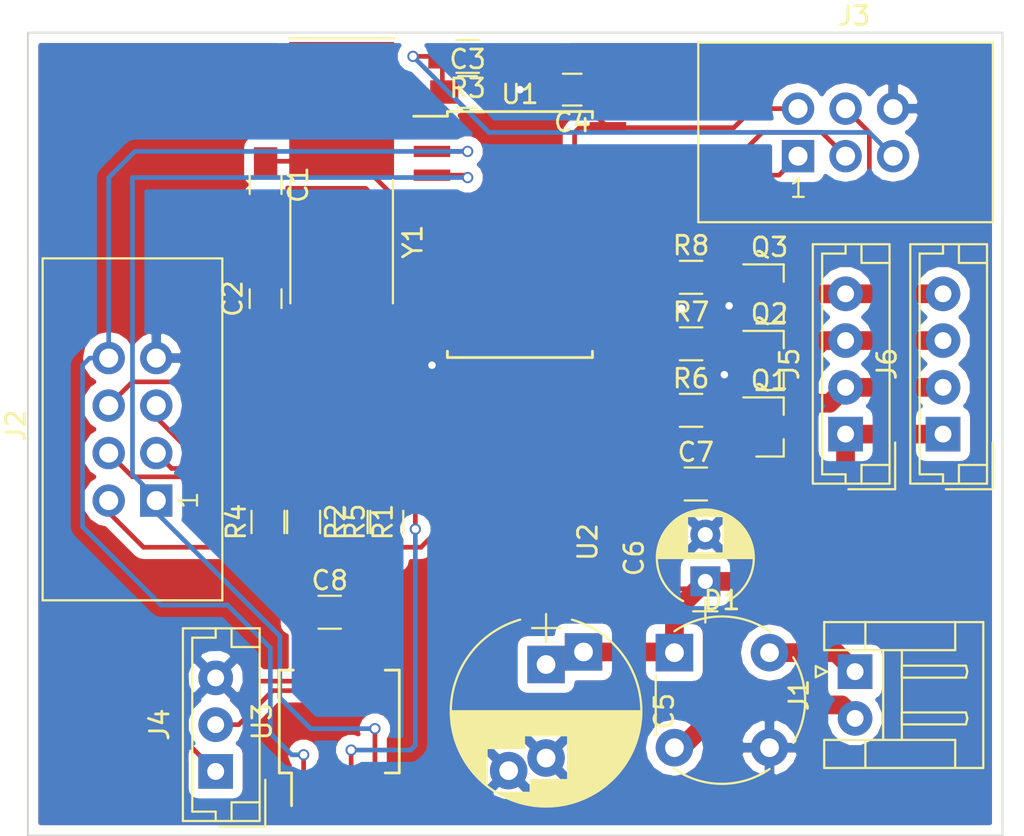
<source format=kicad_pcb>
(kicad_pcb (version 4) (host pcbnew 4.0.7)

  (general
    (links 75)
    (no_connects 1)
    (area 119.541 14.639 174.628 59.486001)
    (thickness 1.6)
    (drawings 5)
    (tracks 205)
    (zones 0)
    (modules 30)
    (nets 33)
  )

  (page A4)
  (layers
    (0 F.Cu signal)
    (31 B.Cu signal)
    (32 B.Adhes user)
    (33 F.Adhes user)
    (34 B.Paste user)
    (35 F.Paste user)
    (36 B.SilkS user)
    (37 F.SilkS user)
    (38 B.Mask user)
    (39 F.Mask user)
    (40 Dwgs.User user)
    (41 Cmts.User user)
    (42 Eco1.User user)
    (43 Eco2.User user)
    (44 Edge.Cuts user)
    (45 Margin user)
    (46 B.CrtYd user)
    (47 F.CrtYd user)
    (48 B.Fab user)
    (49 F.Fab user)
  )

  (setup
    (last_trace_width 0.25)
    (trace_clearance 0.2)
    (zone_clearance 0.508)
    (zone_45_only no)
    (trace_min 0.2)
    (segment_width 0.2)
    (edge_width 0.1)
    (via_size 0.6)
    (via_drill 0.4)
    (via_min_size 0.4)
    (via_min_drill 0.3)
    (uvia_size 0.3)
    (uvia_drill 0.1)
    (uvias_allowed no)
    (uvia_min_size 0.2)
    (uvia_min_drill 0.1)
    (pcb_text_width 0.3)
    (pcb_text_size 1.5 1.5)
    (mod_edge_width 0.15)
    (mod_text_size 1 1)
    (mod_text_width 0.15)
    (pad_size 1.5 1.5)
    (pad_drill 0.6)
    (pad_to_mask_clearance 0)
    (aux_axis_origin 0 0)
    (visible_elements FFFCFF7F)
    (pcbplotparams
      (layerselection 0x010f0_80000001)
      (usegerberextensions false)
      (excludeedgelayer true)
      (linewidth 0.100000)
      (plotframeref false)
      (viasonmask false)
      (mode 1)
      (useauxorigin false)
      (hpglpennumber 1)
      (hpglpenspeed 20)
      (hpglpendiameter 15)
      (hpglpenoverlay 2)
      (psnegative false)
      (psa4output false)
      (plotreference true)
      (plotvalue true)
      (plotinvisibletext false)
      (padsonsilk false)
      (subtractmaskfromsilk false)
      (outputformat 1)
      (mirror false)
      (drillshape 0)
      (scaleselection 1)
      (outputdirectory plots/))
  )

  (net 0 "")
  (net 1 "Net-(C1-Pad1)")
  (net 2 GND)
  (net 3 "Net-(C2-Pad1)")
  (net 4 /RESET)
  (net 5 VCC)
  (net 6 +12V)
  (net 7 "Net-(D1-Pad4)")
  (net 8 "Net-(D1-Pad2)")
  (net 9 /TXD)
  (net 10 "Net-(J2-Pad3)")
  (net 11 "Net-(J2-Pad4)")
  (net 12 "Net-(J2-Pad5)")
  (net 13 "Net-(J2-Pad6)")
  (net 14 /RXD)
  (net 15 /MISO)
  (net 16 /SCL/SCK)
  (net 17 /MOSI/SDA)
  (net 18 "Net-(J4-Pad1)")
  (net 19 "Net-(J4-Pad2)")
  (net 20 "Net-(J5-Pad2)")
  (net 21 "Net-(J5-Pad3)")
  (net 22 "Net-(J5-Pad4)")
  (net 23 /PWM1)
  (net 24 /PWM2)
  (net 25 /PWM3)
  (net 26 /DIR)
  (net 27 "Net-(U1-Pad7)")
  (net 28 "Net-(U1-Pad8)")
  (net 29 "Net-(U1-Pad9)")
  (net 30 "Net-(U1-Pad11)")
  (net 31 "Net-(U1-Pad12)")
  (net 32 "Net-(U1-Pad13)")

  (net_class Default "Dies ist die voreingestellte Netzklasse."
    (clearance 0.2)
    (trace_width 0.25)
    (via_dia 0.6)
    (via_drill 0.4)
    (uvia_dia 0.3)
    (uvia_drill 0.1)
    (add_net /DIR)
    (add_net /MISO)
    (add_net /MOSI/SDA)
    (add_net /PWM1)
    (add_net /PWM2)
    (add_net /PWM3)
    (add_net /RESET)
    (add_net /RXD)
    (add_net /SCL/SCK)
    (add_net /TXD)
    (add_net GND)
    (add_net "Net-(C1-Pad1)")
    (add_net "Net-(C2-Pad1)")
    (add_net "Net-(J2-Pad3)")
    (add_net "Net-(J2-Pad4)")
    (add_net "Net-(J2-Pad5)")
    (add_net "Net-(J2-Pad6)")
    (add_net "Net-(J4-Pad1)")
    (add_net "Net-(J4-Pad2)")
    (add_net "Net-(U1-Pad11)")
    (add_net "Net-(U1-Pad12)")
    (add_net "Net-(U1-Pad13)")
    (add_net "Net-(U1-Pad7)")
    (add_net "Net-(U1-Pad8)")
    (add_net "Net-(U1-Pad9)")
    (add_net VCC)
  )

  (net_class POWER ""
    (clearance 0.2)
    (trace_width 1)
    (via_dia 0.6)
    (via_drill 0.4)
    (uvia_dia 0.3)
    (uvia_drill 0.1)
    (add_net +12V)
    (add_net "Net-(D1-Pad2)")
    (add_net "Net-(D1-Pad4)")
    (add_net "Net-(J5-Pad2)")
    (add_net "Net-(J5-Pad3)")
    (add_net "Net-(J5-Pad4)")
  )

  (module Capacitors_THT:CP_Radial_D10.0mm_P5.00mm_P7.50mm (layer F.Cu) (tedit 597BC7C2) (tstamp 5A6EFEF7)
    (at 148.844 50.292 270)
    (descr "CP, Radial series, Radial, pin pitch=5.00mm 7.50mm, , diameter=10mm, Electrolytic Capacitor")
    (tags "CP Radial series Radial pin pitch 5.00mm 7.50mm  diameter 10mm Electrolytic Capacitor")
    (path /5A1BE61C)
    (fp_text reference C5 (at 2.5 -6.31 270) (layer F.SilkS)
      (effects (font (size 1 1) (thickness 0.15)))
    )
    (fp_text value CP (at 2.5 6.31 270) (layer F.Fab)
      (effects (font (size 1 1) (thickness 0.15)))
    )
    (fp_arc (start 2.5 0) (end -2.399357 -1.38) (angle 148.5) (layer F.SilkS) (width 0.12))
    (fp_arc (start 2.5 0) (end -2.399357 1.38) (angle -148.5) (layer F.SilkS) (width 0.12))
    (fp_arc (start 2.5 0) (end 7.399357 -1.38) (angle 31.5) (layer F.SilkS) (width 0.12))
    (fp_circle (center 2.5 0) (end 7.5 0) (layer F.Fab) (width 0.1))
    (fp_line (start -2.7 0) (end -1.2 0) (layer F.Fab) (width 0.1))
    (fp_line (start -1.95 -0.75) (end -1.95 0.75) (layer F.Fab) (width 0.1))
    (fp_line (start 2.5 -5.05) (end 2.5 5.05) (layer F.SilkS) (width 0.12))
    (fp_line (start 2.54 -5.05) (end 2.54 5.05) (layer F.SilkS) (width 0.12))
    (fp_line (start 2.58 -5.05) (end 2.58 5.05) (layer F.SilkS) (width 0.12))
    (fp_line (start 2.62 -5.049) (end 2.62 5.049) (layer F.SilkS) (width 0.12))
    (fp_line (start 2.66 -5.048) (end 2.66 5.048) (layer F.SilkS) (width 0.12))
    (fp_line (start 2.7 -5.047) (end 2.7 5.047) (layer F.SilkS) (width 0.12))
    (fp_line (start 2.74 -5.045) (end 2.74 5.045) (layer F.SilkS) (width 0.12))
    (fp_line (start 2.78 -5.043) (end 2.78 5.043) (layer F.SilkS) (width 0.12))
    (fp_line (start 2.82 -5.04) (end 2.82 5.04) (layer F.SilkS) (width 0.12))
    (fp_line (start 2.86 -5.038) (end 2.86 5.038) (layer F.SilkS) (width 0.12))
    (fp_line (start 2.9 -5.035) (end 2.9 5.035) (layer F.SilkS) (width 0.12))
    (fp_line (start 2.94 -5.031) (end 2.94 5.031) (layer F.SilkS) (width 0.12))
    (fp_line (start 2.98 -5.028) (end 2.98 5.028) (layer F.SilkS) (width 0.12))
    (fp_line (start 3.02 -5.024) (end 3.02 5.024) (layer F.SilkS) (width 0.12))
    (fp_line (start 3.06 -5.02) (end 3.06 5.02) (layer F.SilkS) (width 0.12))
    (fp_line (start 3.1 -5.015) (end 3.1 5.015) (layer F.SilkS) (width 0.12))
    (fp_line (start 3.14 -5.01) (end 3.14 5.01) (layer F.SilkS) (width 0.12))
    (fp_line (start 3.18 -5.005) (end 3.18 5.005) (layer F.SilkS) (width 0.12))
    (fp_line (start 3.221 -4.999) (end 3.221 4.999) (layer F.SilkS) (width 0.12))
    (fp_line (start 3.261 -4.993) (end 3.261 4.993) (layer F.SilkS) (width 0.12))
    (fp_line (start 3.301 -4.987) (end 3.301 4.987) (layer F.SilkS) (width 0.12))
    (fp_line (start 3.341 -4.981) (end 3.341 4.981) (layer F.SilkS) (width 0.12))
    (fp_line (start 3.381 -4.974) (end 3.381 4.974) (layer F.SilkS) (width 0.12))
    (fp_line (start 3.421 -4.967) (end 3.421 4.967) (layer F.SilkS) (width 0.12))
    (fp_line (start 3.461 -4.959) (end 3.461 4.959) (layer F.SilkS) (width 0.12))
    (fp_line (start 3.501 -4.951) (end 3.501 4.951) (layer F.SilkS) (width 0.12))
    (fp_line (start 3.541 -4.943) (end 3.541 4.943) (layer F.SilkS) (width 0.12))
    (fp_line (start 3.581 -4.935) (end 3.581 4.935) (layer F.SilkS) (width 0.12))
    (fp_line (start 3.621 -4.926) (end 3.621 4.926) (layer F.SilkS) (width 0.12))
    (fp_line (start 3.661 -4.917) (end 3.661 4.917) (layer F.SilkS) (width 0.12))
    (fp_line (start 3.701 -4.907) (end 3.701 4.907) (layer F.SilkS) (width 0.12))
    (fp_line (start 3.741 -4.897) (end 3.741 4.897) (layer F.SilkS) (width 0.12))
    (fp_line (start 3.781 -4.887) (end 3.781 4.887) (layer F.SilkS) (width 0.12))
    (fp_line (start 3.821 -4.876) (end 3.821 -1.181) (layer F.SilkS) (width 0.12))
    (fp_line (start 3.821 1.181) (end 3.821 4.876) (layer F.SilkS) (width 0.12))
    (fp_line (start 3.861 -4.865) (end 3.861 -1.181) (layer F.SilkS) (width 0.12))
    (fp_line (start 3.861 1.181) (end 3.861 4.865) (layer F.SilkS) (width 0.12))
    (fp_line (start 3.901 -4.854) (end 3.901 -1.181) (layer F.SilkS) (width 0.12))
    (fp_line (start 3.901 1.181) (end 3.901 4.854) (layer F.SilkS) (width 0.12))
    (fp_line (start 3.941 -4.843) (end 3.941 -1.181) (layer F.SilkS) (width 0.12))
    (fp_line (start 3.941 1.181) (end 3.941 4.843) (layer F.SilkS) (width 0.12))
    (fp_line (start 3.981 -4.831) (end 3.981 -1.181) (layer F.SilkS) (width 0.12))
    (fp_line (start 3.981 1.181) (end 3.981 4.831) (layer F.SilkS) (width 0.12))
    (fp_line (start 4.021 -4.818) (end 4.021 -1.181) (layer F.SilkS) (width 0.12))
    (fp_line (start 4.021 1.181) (end 4.021 4.818) (layer F.SilkS) (width 0.12))
    (fp_line (start 4.061 -4.806) (end 4.061 -1.181) (layer F.SilkS) (width 0.12))
    (fp_line (start 4.061 1.181) (end 4.061 4.806) (layer F.SilkS) (width 0.12))
    (fp_line (start 4.101 -4.792) (end 4.101 -1.181) (layer F.SilkS) (width 0.12))
    (fp_line (start 4.101 1.181) (end 4.101 4.792) (layer F.SilkS) (width 0.12))
    (fp_line (start 4.141 -4.779) (end 4.141 -1.181) (layer F.SilkS) (width 0.12))
    (fp_line (start 4.141 1.181) (end 4.141 4.779) (layer F.SilkS) (width 0.12))
    (fp_line (start 4.181 -4.765) (end 4.181 -1.181) (layer F.SilkS) (width 0.12))
    (fp_line (start 4.181 1.181) (end 4.181 4.765) (layer F.SilkS) (width 0.12))
    (fp_line (start 4.221 -4.751) (end 4.221 -1.181) (layer F.SilkS) (width 0.12))
    (fp_line (start 4.221 1.181) (end 4.221 4.751) (layer F.SilkS) (width 0.12))
    (fp_line (start 4.261 -4.737) (end 4.261 -1.181) (layer F.SilkS) (width 0.12))
    (fp_line (start 4.261 1.181) (end 4.261 4.737) (layer F.SilkS) (width 0.12))
    (fp_line (start 4.301 -4.722) (end 4.301 -1.181) (layer F.SilkS) (width 0.12))
    (fp_line (start 4.301 1.181) (end 4.301 4.722) (layer F.SilkS) (width 0.12))
    (fp_line (start 4.341 -4.706) (end 4.341 -1.181) (layer F.SilkS) (width 0.12))
    (fp_line (start 4.341 1.181) (end 4.341 4.706) (layer F.SilkS) (width 0.12))
    (fp_line (start 4.381 -4.691) (end 4.381 -1.181) (layer F.SilkS) (width 0.12))
    (fp_line (start 4.381 1.181) (end 4.381 4.691) (layer F.SilkS) (width 0.12))
    (fp_line (start 4.421 -4.674) (end 4.421 -1.181) (layer F.SilkS) (width 0.12))
    (fp_line (start 4.421 1.181) (end 4.421 4.674) (layer F.SilkS) (width 0.12))
    (fp_line (start 4.461 -4.658) (end 4.461 -1.181) (layer F.SilkS) (width 0.12))
    (fp_line (start 4.461 1.181) (end 4.461 4.658) (layer F.SilkS) (width 0.12))
    (fp_line (start 4.501 -4.641) (end 4.501 -1.181) (layer F.SilkS) (width 0.12))
    (fp_line (start 4.501 3.18) (end 4.501 4.641) (layer F.SilkS) (width 0.12))
    (fp_line (start 4.541 -4.624) (end 4.541 -1.181) (layer F.SilkS) (width 0.12))
    (fp_line (start 4.541 3.18) (end 4.541 4.624) (layer F.SilkS) (width 0.12))
    (fp_line (start 4.581 -4.606) (end 4.581 -1.181) (layer F.SilkS) (width 0.12))
    (fp_line (start 4.581 3.18) (end 4.581 4.606) (layer F.SilkS) (width 0.12))
    (fp_line (start 4.621 -4.588) (end 4.621 -1.181) (layer F.SilkS) (width 0.12))
    (fp_line (start 4.621 3.18) (end 4.621 4.588) (layer F.SilkS) (width 0.12))
    (fp_line (start 4.661 -4.569) (end 4.661 -1.181) (layer F.SilkS) (width 0.12))
    (fp_line (start 4.661 3.18) (end 4.661 4.569) (layer F.SilkS) (width 0.12))
    (fp_line (start 4.701 -4.55) (end 4.701 -1.181) (layer F.SilkS) (width 0.12))
    (fp_line (start 4.701 3.18) (end 4.701 4.55) (layer F.SilkS) (width 0.12))
    (fp_line (start 4.741 -4.531) (end 4.741 -1.181) (layer F.SilkS) (width 0.12))
    (fp_line (start 4.741 3.18) (end 4.741 4.531) (layer F.SilkS) (width 0.12))
    (fp_line (start 4.781 -4.511) (end 4.781 -1.181) (layer F.SilkS) (width 0.12))
    (fp_line (start 4.781 3.18) (end 4.781 4.511) (layer F.SilkS) (width 0.12))
    (fp_line (start 4.821 -4.491) (end 4.821 -1.181) (layer F.SilkS) (width 0.12))
    (fp_line (start 4.821 3.18) (end 4.821 4.491) (layer F.SilkS) (width 0.12))
    (fp_line (start 4.861 -4.47) (end 4.861 -1.181) (layer F.SilkS) (width 0.12))
    (fp_line (start 4.861 3.18) (end 4.861 4.47) (layer F.SilkS) (width 0.12))
    (fp_line (start 4.901 -4.449) (end 4.901 -1.181) (layer F.SilkS) (width 0.12))
    (fp_line (start 4.901 3.18) (end 4.901 4.449) (layer F.SilkS) (width 0.12))
    (fp_line (start 4.941 -4.428) (end 4.941 -1.181) (layer F.SilkS) (width 0.12))
    (fp_line (start 4.941 3.18) (end 4.941 4.428) (layer F.SilkS) (width 0.12))
    (fp_line (start 4.981 -4.405) (end 4.981 -1.181) (layer F.SilkS) (width 0.12))
    (fp_line (start 4.981 3.18) (end 4.981 4.405) (layer F.SilkS) (width 0.12))
    (fp_line (start 5.021 -4.383) (end 5.021 -1.181) (layer F.SilkS) (width 0.12))
    (fp_line (start 5.021 3.18) (end 5.021 4.383) (layer F.SilkS) (width 0.12))
    (fp_line (start 5.061 -4.36) (end 5.061 -1.181) (layer F.SilkS) (width 0.12))
    (fp_line (start 5.061 3.18) (end 5.061 4.36) (layer F.SilkS) (width 0.12))
    (fp_line (start 5.101 -4.336) (end 5.101 -1.181) (layer F.SilkS) (width 0.12))
    (fp_line (start 5.101 3.18) (end 5.101 4.336) (layer F.SilkS) (width 0.12))
    (fp_line (start 5.141 -4.312) (end 5.141 -1.181) (layer F.SilkS) (width 0.12))
    (fp_line (start 5.141 3.18) (end 5.141 4.312) (layer F.SilkS) (width 0.12))
    (fp_line (start 5.181 -4.288) (end 5.181 -1.181) (layer F.SilkS) (width 0.12))
    (fp_line (start 5.181 3.18) (end 5.181 4.288) (layer F.SilkS) (width 0.12))
    (fp_line (start 5.221 -4.263) (end 5.221 -1.181) (layer F.SilkS) (width 0.12))
    (fp_line (start 5.221 3.18) (end 5.221 4.263) (layer F.SilkS) (width 0.12))
    (fp_line (start 5.261 -4.237) (end 5.261 -1.181) (layer F.SilkS) (width 0.12))
    (fp_line (start 5.261 3.18) (end 5.261 4.237) (layer F.SilkS) (width 0.12))
    (fp_line (start 5.301 -4.211) (end 5.301 -1.181) (layer F.SilkS) (width 0.12))
    (fp_line (start 5.301 3.18) (end 5.301 4.211) (layer F.SilkS) (width 0.12))
    (fp_line (start 5.341 -4.185) (end 5.341 -1.181) (layer F.SilkS) (width 0.12))
    (fp_line (start 5.341 3.18) (end 5.341 4.185) (layer F.SilkS) (width 0.12))
    (fp_line (start 5.381 -4.157) (end 5.381 -1.181) (layer F.SilkS) (width 0.12))
    (fp_line (start 5.381 3.18) (end 5.381 4.157) (layer F.SilkS) (width 0.12))
    (fp_line (start 5.421 -4.13) (end 5.421 -1.181) (layer F.SilkS) (width 0.12))
    (fp_line (start 5.421 3.18) (end 5.421 4.13) (layer F.SilkS) (width 0.12))
    (fp_line (start 5.461 -4.101) (end 5.461 -1.181) (layer F.SilkS) (width 0.12))
    (fp_line (start 5.461 3.18) (end 5.461 4.101) (layer F.SilkS) (width 0.12))
    (fp_line (start 5.501 -4.072) (end 5.501 -1.181) (layer F.SilkS) (width 0.12))
    (fp_line (start 5.501 3.18) (end 5.501 4.072) (layer F.SilkS) (width 0.12))
    (fp_line (start 5.541 -4.043) (end 5.541 -1.181) (layer F.SilkS) (width 0.12))
    (fp_line (start 5.541 3.18) (end 5.541 4.043) (layer F.SilkS) (width 0.12))
    (fp_line (start 5.581 -4.013) (end 5.581 -1.181) (layer F.SilkS) (width 0.12))
    (fp_line (start 5.581 3.18) (end 5.581 4.013) (layer F.SilkS) (width 0.12))
    (fp_line (start 5.621 -3.982) (end 5.621 -1.181) (layer F.SilkS) (width 0.12))
    (fp_line (start 5.621 3.18) (end 5.621 3.982) (layer F.SilkS) (width 0.12))
    (fp_line (start 5.661 -3.951) (end 5.661 -1.181) (layer F.SilkS) (width 0.12))
    (fp_line (start 5.661 3.18) (end 5.661 3.951) (layer F.SilkS) (width 0.12))
    (fp_line (start 5.701 -3.919) (end 5.701 -1.181) (layer F.SilkS) (width 0.12))
    (fp_line (start 5.701 3.18) (end 5.701 3.919) (layer F.SilkS) (width 0.12))
    (fp_line (start 5.741 -3.886) (end 5.741 -1.181) (layer F.SilkS) (width 0.12))
    (fp_line (start 5.741 3.18) (end 5.741 3.886) (layer F.SilkS) (width 0.12))
    (fp_line (start 5.781 -3.853) (end 5.781 -1.181) (layer F.SilkS) (width 0.12))
    (fp_line (start 5.781 3.18) (end 5.781 3.853) (layer F.SilkS) (width 0.12))
    (fp_line (start 5.821 -3.819) (end 5.821 -1.181) (layer F.SilkS) (width 0.12))
    (fp_line (start 5.821 3.18) (end 5.821 3.819) (layer F.SilkS) (width 0.12))
    (fp_line (start 5.861 -3.784) (end 5.861 -1.181) (layer F.SilkS) (width 0.12))
    (fp_line (start 5.861 3.18) (end 5.861 3.784) (layer F.SilkS) (width 0.12))
    (fp_line (start 5.901 -3.748) (end 5.901 -1.181) (layer F.SilkS) (width 0.12))
    (fp_line (start 5.901 3.18) (end 5.901 3.748) (layer F.SilkS) (width 0.12))
    (fp_line (start 5.941 -3.712) (end 5.941 -1.181) (layer F.SilkS) (width 0.12))
    (fp_line (start 5.941 3.18) (end 5.941 3.712) (layer F.SilkS) (width 0.12))
    (fp_line (start 5.981 -3.675) (end 5.981 -1.181) (layer F.SilkS) (width 0.12))
    (fp_line (start 5.981 3.18) (end 5.981 3.675) (layer F.SilkS) (width 0.12))
    (fp_line (start 6.021 -3.637) (end 6.021 -1.181) (layer F.SilkS) (width 0.12))
    (fp_line (start 6.021 3.18) (end 6.021 3.637) (layer F.SilkS) (width 0.12))
    (fp_line (start 6.061 -3.598) (end 6.061 -1.181) (layer F.SilkS) (width 0.12))
    (fp_line (start 6.061 3.18) (end 6.061 3.598) (layer F.SilkS) (width 0.12))
    (fp_line (start 6.101 -3.559) (end 6.101 -1.181) (layer F.SilkS) (width 0.12))
    (fp_line (start 6.101 3.18) (end 6.101 3.559) (layer F.SilkS) (width 0.12))
    (fp_line (start 6.141 -3.518) (end 6.141 -1.181) (layer F.SilkS) (width 0.12))
    (fp_line (start 6.141 3.18) (end 6.141 3.518) (layer F.SilkS) (width 0.12))
    (fp_line (start 6.181 -3.477) (end 6.181 0.82) (layer F.SilkS) (width 0.12))
    (fp_line (start 6.181 3.18) (end 6.181 3.477) (layer F.SilkS) (width 0.12))
    (fp_line (start 6.221 -3.435) (end 6.221 0.82) (layer F.SilkS) (width 0.12))
    (fp_line (start 6.221 3.18) (end 6.221 3.435) (layer F.SilkS) (width 0.12))
    (fp_line (start 6.261 -3.391) (end 6.261 0.82) (layer F.SilkS) (width 0.12))
    (fp_line (start 6.261 3.18) (end 6.261 3.391) (layer F.SilkS) (width 0.12))
    (fp_line (start 6.301 -3.347) (end 6.301 0.82) (layer F.SilkS) (width 0.12))
    (fp_line (start 6.301 3.18) (end 6.301 3.347) (layer F.SilkS) (width 0.12))
    (fp_line (start 6.341 -3.302) (end 6.341 0.82) (layer F.SilkS) (width 0.12))
    (fp_line (start 6.341 3.18) (end 6.341 3.302) (layer F.SilkS) (width 0.12))
    (fp_line (start 6.381 -3.255) (end 6.381 0.82) (layer F.SilkS) (width 0.12))
    (fp_line (start 6.381 3.18) (end 6.381 3.255) (layer F.SilkS) (width 0.12))
    (fp_line (start 6.421 -3.207) (end 6.421 0.82) (layer F.SilkS) (width 0.12))
    (fp_line (start 6.421 3.18) (end 6.421 3.207) (layer F.SilkS) (width 0.12))
    (fp_line (start 6.461 -3.158) (end 6.461 0.82) (layer F.SilkS) (width 0.12))
    (fp_line (start 6.501 -3.108) (end 6.501 0.82) (layer F.SilkS) (width 0.12))
    (fp_line (start 6.541 -3.057) (end 6.541 0.82) (layer F.SilkS) (width 0.12))
    (fp_line (start 6.581 -3.004) (end 6.581 0.82) (layer F.SilkS) (width 0.12))
    (fp_line (start 6.621 -2.949) (end 6.621 0.82) (layer F.SilkS) (width 0.12))
    (fp_line (start 6.661 -2.894) (end 6.661 0.82) (layer F.SilkS) (width 0.12))
    (fp_line (start 6.701 -2.836) (end 6.701 0.82) (layer F.SilkS) (width 0.12))
    (fp_line (start 6.741 -2.777) (end 6.741 0.82) (layer F.SilkS) (width 0.12))
    (fp_line (start 6.781 -2.715) (end 6.781 0.82) (layer F.SilkS) (width 0.12))
    (fp_line (start 6.821 -2.652) (end 6.821 0.82) (layer F.SilkS) (width 0.12))
    (fp_line (start 6.861 -2.587) (end 6.861 2.587) (layer F.SilkS) (width 0.12))
    (fp_line (start 6.901 -2.519) (end 6.901 2.519) (layer F.SilkS) (width 0.12))
    (fp_line (start 6.941 -2.449) (end 6.941 2.449) (layer F.SilkS) (width 0.12))
    (fp_line (start 6.981 -2.377) (end 6.981 2.377) (layer F.SilkS) (width 0.12))
    (fp_line (start 7.021 -2.301) (end 7.021 2.301) (layer F.SilkS) (width 0.12))
    (fp_line (start 7.061 -2.222) (end 7.061 2.222) (layer F.SilkS) (width 0.12))
    (fp_line (start 7.101 -2.14) (end 7.101 2.14) (layer F.SilkS) (width 0.12))
    (fp_line (start 7.141 -2.053) (end 7.141 2.053) (layer F.SilkS) (width 0.12))
    (fp_line (start 7.181 -1.962) (end 7.181 1.962) (layer F.SilkS) (width 0.12))
    (fp_line (start 7.221 -1.866) (end 7.221 1.866) (layer F.SilkS) (width 0.12))
    (fp_line (start 7.261 -1.763) (end 7.261 1.763) (layer F.SilkS) (width 0.12))
    (fp_line (start 7.301 -1.654) (end 7.301 1.654) (layer F.SilkS) (width 0.12))
    (fp_line (start 7.341 -1.536) (end 7.341 1.536) (layer F.SilkS) (width 0.12))
    (fp_line (start 7.381 -1.407) (end 7.381 1.407) (layer F.SilkS) (width 0.12))
    (fp_line (start 7.421 -1.265) (end 7.421 1.265) (layer F.SilkS) (width 0.12))
    (fp_line (start 7.461 -1.104) (end 7.461 1.104) (layer F.SilkS) (width 0.12))
    (fp_line (start 7.501 -0.913) (end 7.501 0.913) (layer F.SilkS) (width 0.12))
    (fp_line (start 7.541 -0.672) (end 7.541 0.672) (layer F.SilkS) (width 0.12))
    (fp_line (start 7.581 -0.279) (end 7.581 0.279) (layer F.SilkS) (width 0.12))
    (fp_line (start -2.7 0) (end -1.2 0) (layer F.SilkS) (width 0.12))
    (fp_line (start -1.95 -0.75) (end -1.95 0.75) (layer F.SilkS) (width 0.12))
    (fp_line (start -2.85 -5.35) (end -2.85 5.35) (layer F.CrtYd) (width 0.05))
    (fp_line (start -2.85 5.35) (end 7.85 5.35) (layer F.CrtYd) (width 0.05))
    (fp_line (start 7.85 5.35) (end 7.85 -5.35) (layer F.CrtYd) (width 0.05))
    (fp_line (start 7.85 -5.35) (end -2.85 -5.35) (layer F.CrtYd) (width 0.05))
    (fp_text user %R (at 2.5 0 270) (layer F.Fab)
      (effects (font (size 1 1) (thickness 0.15)))
    )
    (pad 1 thru_hole rect (at 0 0 270) (size 2 2) (drill 1) (layers *.Cu *.Mask)
      (net 6 +12V))
    (pad 2 thru_hole circle (at 5 0 270) (size 2 2) (drill 1) (layers *.Cu *.Mask)
      (net 2 GND))
    (pad 1 thru_hole rect (at -0.672144 -2 270) (size 2 2) (drill 1) (layers *.Cu *.Mask)
      (net 6 +12V))
    (pad 2 thru_hole circle (at 5.672144 2 270) (size 2 2) (drill 1) (layers *.Cu *.Mask)
      (net 2 GND))
    (model ${KISYS3DMOD}/Capacitors_THT.3dshapes/CP_Radial_D10.0mm_P5.00mm_P7.50mm.wrl
      (at (xyz 0 0 0))
      (scale (xyz 1 1 1))
      (rotate (xyz 0 0 0))
    )
  )

  (module Capacitors_THT:CP_Radial_D5.0mm_P2.50mm (layer F.Cu) (tedit 597BC7C2) (tstamp 5A6EFEFD)
    (at 157.353 45.847 90)
    (descr "CP, Radial series, Radial, pin pitch=2.50mm, , diameter=5mm, Electrolytic Capacitor")
    (tags "CP Radial series Radial pin pitch 2.50mm  diameter 5mm Electrolytic Capacitor")
    (path /5A1BE83A)
    (fp_text reference C6 (at 1.25 -3.81 90) (layer F.SilkS)
      (effects (font (size 1 1) (thickness 0.15)))
    )
    (fp_text value CP (at 1.25 3.81 90) (layer F.Fab)
      (effects (font (size 1 1) (thickness 0.15)))
    )
    (fp_arc (start 1.25 0) (end -1.05558 -1.18) (angle 125.8) (layer F.SilkS) (width 0.12))
    (fp_arc (start 1.25 0) (end -1.05558 1.18) (angle -125.8) (layer F.SilkS) (width 0.12))
    (fp_arc (start 1.25 0) (end 3.55558 -1.18) (angle 54.2) (layer F.SilkS) (width 0.12))
    (fp_circle (center 1.25 0) (end 3.75 0) (layer F.Fab) (width 0.1))
    (fp_line (start -2.2 0) (end -1 0) (layer F.Fab) (width 0.1))
    (fp_line (start -1.6 -0.65) (end -1.6 0.65) (layer F.Fab) (width 0.1))
    (fp_line (start 1.25 -2.55) (end 1.25 2.55) (layer F.SilkS) (width 0.12))
    (fp_line (start 1.29 -2.55) (end 1.29 2.55) (layer F.SilkS) (width 0.12))
    (fp_line (start 1.33 -2.549) (end 1.33 2.549) (layer F.SilkS) (width 0.12))
    (fp_line (start 1.37 -2.548) (end 1.37 2.548) (layer F.SilkS) (width 0.12))
    (fp_line (start 1.41 -2.546) (end 1.41 2.546) (layer F.SilkS) (width 0.12))
    (fp_line (start 1.45 -2.543) (end 1.45 2.543) (layer F.SilkS) (width 0.12))
    (fp_line (start 1.49 -2.539) (end 1.49 2.539) (layer F.SilkS) (width 0.12))
    (fp_line (start 1.53 -2.535) (end 1.53 -0.98) (layer F.SilkS) (width 0.12))
    (fp_line (start 1.53 0.98) (end 1.53 2.535) (layer F.SilkS) (width 0.12))
    (fp_line (start 1.57 -2.531) (end 1.57 -0.98) (layer F.SilkS) (width 0.12))
    (fp_line (start 1.57 0.98) (end 1.57 2.531) (layer F.SilkS) (width 0.12))
    (fp_line (start 1.61 -2.525) (end 1.61 -0.98) (layer F.SilkS) (width 0.12))
    (fp_line (start 1.61 0.98) (end 1.61 2.525) (layer F.SilkS) (width 0.12))
    (fp_line (start 1.65 -2.519) (end 1.65 -0.98) (layer F.SilkS) (width 0.12))
    (fp_line (start 1.65 0.98) (end 1.65 2.519) (layer F.SilkS) (width 0.12))
    (fp_line (start 1.69 -2.513) (end 1.69 -0.98) (layer F.SilkS) (width 0.12))
    (fp_line (start 1.69 0.98) (end 1.69 2.513) (layer F.SilkS) (width 0.12))
    (fp_line (start 1.73 -2.506) (end 1.73 -0.98) (layer F.SilkS) (width 0.12))
    (fp_line (start 1.73 0.98) (end 1.73 2.506) (layer F.SilkS) (width 0.12))
    (fp_line (start 1.77 -2.498) (end 1.77 -0.98) (layer F.SilkS) (width 0.12))
    (fp_line (start 1.77 0.98) (end 1.77 2.498) (layer F.SilkS) (width 0.12))
    (fp_line (start 1.81 -2.489) (end 1.81 -0.98) (layer F.SilkS) (width 0.12))
    (fp_line (start 1.81 0.98) (end 1.81 2.489) (layer F.SilkS) (width 0.12))
    (fp_line (start 1.85 -2.48) (end 1.85 -0.98) (layer F.SilkS) (width 0.12))
    (fp_line (start 1.85 0.98) (end 1.85 2.48) (layer F.SilkS) (width 0.12))
    (fp_line (start 1.89 -2.47) (end 1.89 -0.98) (layer F.SilkS) (width 0.12))
    (fp_line (start 1.89 0.98) (end 1.89 2.47) (layer F.SilkS) (width 0.12))
    (fp_line (start 1.93 -2.46) (end 1.93 -0.98) (layer F.SilkS) (width 0.12))
    (fp_line (start 1.93 0.98) (end 1.93 2.46) (layer F.SilkS) (width 0.12))
    (fp_line (start 1.971 -2.448) (end 1.971 -0.98) (layer F.SilkS) (width 0.12))
    (fp_line (start 1.971 0.98) (end 1.971 2.448) (layer F.SilkS) (width 0.12))
    (fp_line (start 2.011 -2.436) (end 2.011 -0.98) (layer F.SilkS) (width 0.12))
    (fp_line (start 2.011 0.98) (end 2.011 2.436) (layer F.SilkS) (width 0.12))
    (fp_line (start 2.051 -2.424) (end 2.051 -0.98) (layer F.SilkS) (width 0.12))
    (fp_line (start 2.051 0.98) (end 2.051 2.424) (layer F.SilkS) (width 0.12))
    (fp_line (start 2.091 -2.41) (end 2.091 -0.98) (layer F.SilkS) (width 0.12))
    (fp_line (start 2.091 0.98) (end 2.091 2.41) (layer F.SilkS) (width 0.12))
    (fp_line (start 2.131 -2.396) (end 2.131 -0.98) (layer F.SilkS) (width 0.12))
    (fp_line (start 2.131 0.98) (end 2.131 2.396) (layer F.SilkS) (width 0.12))
    (fp_line (start 2.171 -2.382) (end 2.171 -0.98) (layer F.SilkS) (width 0.12))
    (fp_line (start 2.171 0.98) (end 2.171 2.382) (layer F.SilkS) (width 0.12))
    (fp_line (start 2.211 -2.366) (end 2.211 -0.98) (layer F.SilkS) (width 0.12))
    (fp_line (start 2.211 0.98) (end 2.211 2.366) (layer F.SilkS) (width 0.12))
    (fp_line (start 2.251 -2.35) (end 2.251 -0.98) (layer F.SilkS) (width 0.12))
    (fp_line (start 2.251 0.98) (end 2.251 2.35) (layer F.SilkS) (width 0.12))
    (fp_line (start 2.291 -2.333) (end 2.291 -0.98) (layer F.SilkS) (width 0.12))
    (fp_line (start 2.291 0.98) (end 2.291 2.333) (layer F.SilkS) (width 0.12))
    (fp_line (start 2.331 -2.315) (end 2.331 -0.98) (layer F.SilkS) (width 0.12))
    (fp_line (start 2.331 0.98) (end 2.331 2.315) (layer F.SilkS) (width 0.12))
    (fp_line (start 2.371 -2.296) (end 2.371 -0.98) (layer F.SilkS) (width 0.12))
    (fp_line (start 2.371 0.98) (end 2.371 2.296) (layer F.SilkS) (width 0.12))
    (fp_line (start 2.411 -2.276) (end 2.411 -0.98) (layer F.SilkS) (width 0.12))
    (fp_line (start 2.411 0.98) (end 2.411 2.276) (layer F.SilkS) (width 0.12))
    (fp_line (start 2.451 -2.256) (end 2.451 -0.98) (layer F.SilkS) (width 0.12))
    (fp_line (start 2.451 0.98) (end 2.451 2.256) (layer F.SilkS) (width 0.12))
    (fp_line (start 2.491 -2.234) (end 2.491 -0.98) (layer F.SilkS) (width 0.12))
    (fp_line (start 2.491 0.98) (end 2.491 2.234) (layer F.SilkS) (width 0.12))
    (fp_line (start 2.531 -2.212) (end 2.531 -0.98) (layer F.SilkS) (width 0.12))
    (fp_line (start 2.531 0.98) (end 2.531 2.212) (layer F.SilkS) (width 0.12))
    (fp_line (start 2.571 -2.189) (end 2.571 -0.98) (layer F.SilkS) (width 0.12))
    (fp_line (start 2.571 0.98) (end 2.571 2.189) (layer F.SilkS) (width 0.12))
    (fp_line (start 2.611 -2.165) (end 2.611 -0.98) (layer F.SilkS) (width 0.12))
    (fp_line (start 2.611 0.98) (end 2.611 2.165) (layer F.SilkS) (width 0.12))
    (fp_line (start 2.651 -2.14) (end 2.651 -0.98) (layer F.SilkS) (width 0.12))
    (fp_line (start 2.651 0.98) (end 2.651 2.14) (layer F.SilkS) (width 0.12))
    (fp_line (start 2.691 -2.113) (end 2.691 -0.98) (layer F.SilkS) (width 0.12))
    (fp_line (start 2.691 0.98) (end 2.691 2.113) (layer F.SilkS) (width 0.12))
    (fp_line (start 2.731 -2.086) (end 2.731 -0.98) (layer F.SilkS) (width 0.12))
    (fp_line (start 2.731 0.98) (end 2.731 2.086) (layer F.SilkS) (width 0.12))
    (fp_line (start 2.771 -2.058) (end 2.771 -0.98) (layer F.SilkS) (width 0.12))
    (fp_line (start 2.771 0.98) (end 2.771 2.058) (layer F.SilkS) (width 0.12))
    (fp_line (start 2.811 -2.028) (end 2.811 -0.98) (layer F.SilkS) (width 0.12))
    (fp_line (start 2.811 0.98) (end 2.811 2.028) (layer F.SilkS) (width 0.12))
    (fp_line (start 2.851 -1.997) (end 2.851 -0.98) (layer F.SilkS) (width 0.12))
    (fp_line (start 2.851 0.98) (end 2.851 1.997) (layer F.SilkS) (width 0.12))
    (fp_line (start 2.891 -1.965) (end 2.891 -0.98) (layer F.SilkS) (width 0.12))
    (fp_line (start 2.891 0.98) (end 2.891 1.965) (layer F.SilkS) (width 0.12))
    (fp_line (start 2.931 -1.932) (end 2.931 -0.98) (layer F.SilkS) (width 0.12))
    (fp_line (start 2.931 0.98) (end 2.931 1.932) (layer F.SilkS) (width 0.12))
    (fp_line (start 2.971 -1.897) (end 2.971 -0.98) (layer F.SilkS) (width 0.12))
    (fp_line (start 2.971 0.98) (end 2.971 1.897) (layer F.SilkS) (width 0.12))
    (fp_line (start 3.011 -1.861) (end 3.011 -0.98) (layer F.SilkS) (width 0.12))
    (fp_line (start 3.011 0.98) (end 3.011 1.861) (layer F.SilkS) (width 0.12))
    (fp_line (start 3.051 -1.823) (end 3.051 -0.98) (layer F.SilkS) (width 0.12))
    (fp_line (start 3.051 0.98) (end 3.051 1.823) (layer F.SilkS) (width 0.12))
    (fp_line (start 3.091 -1.783) (end 3.091 -0.98) (layer F.SilkS) (width 0.12))
    (fp_line (start 3.091 0.98) (end 3.091 1.783) (layer F.SilkS) (width 0.12))
    (fp_line (start 3.131 -1.742) (end 3.131 -0.98) (layer F.SilkS) (width 0.12))
    (fp_line (start 3.131 0.98) (end 3.131 1.742) (layer F.SilkS) (width 0.12))
    (fp_line (start 3.171 -1.699) (end 3.171 -0.98) (layer F.SilkS) (width 0.12))
    (fp_line (start 3.171 0.98) (end 3.171 1.699) (layer F.SilkS) (width 0.12))
    (fp_line (start 3.211 -1.654) (end 3.211 -0.98) (layer F.SilkS) (width 0.12))
    (fp_line (start 3.211 0.98) (end 3.211 1.654) (layer F.SilkS) (width 0.12))
    (fp_line (start 3.251 -1.606) (end 3.251 -0.98) (layer F.SilkS) (width 0.12))
    (fp_line (start 3.251 0.98) (end 3.251 1.606) (layer F.SilkS) (width 0.12))
    (fp_line (start 3.291 -1.556) (end 3.291 -0.98) (layer F.SilkS) (width 0.12))
    (fp_line (start 3.291 0.98) (end 3.291 1.556) (layer F.SilkS) (width 0.12))
    (fp_line (start 3.331 -1.504) (end 3.331 -0.98) (layer F.SilkS) (width 0.12))
    (fp_line (start 3.331 0.98) (end 3.331 1.504) (layer F.SilkS) (width 0.12))
    (fp_line (start 3.371 -1.448) (end 3.371 -0.98) (layer F.SilkS) (width 0.12))
    (fp_line (start 3.371 0.98) (end 3.371 1.448) (layer F.SilkS) (width 0.12))
    (fp_line (start 3.411 -1.39) (end 3.411 -0.98) (layer F.SilkS) (width 0.12))
    (fp_line (start 3.411 0.98) (end 3.411 1.39) (layer F.SilkS) (width 0.12))
    (fp_line (start 3.451 -1.327) (end 3.451 -0.98) (layer F.SilkS) (width 0.12))
    (fp_line (start 3.451 0.98) (end 3.451 1.327) (layer F.SilkS) (width 0.12))
    (fp_line (start 3.491 -1.261) (end 3.491 1.261) (layer F.SilkS) (width 0.12))
    (fp_line (start 3.531 -1.189) (end 3.531 1.189) (layer F.SilkS) (width 0.12))
    (fp_line (start 3.571 -1.112) (end 3.571 1.112) (layer F.SilkS) (width 0.12))
    (fp_line (start 3.611 -1.028) (end 3.611 1.028) (layer F.SilkS) (width 0.12))
    (fp_line (start 3.651 -0.934) (end 3.651 0.934) (layer F.SilkS) (width 0.12))
    (fp_line (start 3.691 -0.829) (end 3.691 0.829) (layer F.SilkS) (width 0.12))
    (fp_line (start 3.731 -0.707) (end 3.731 0.707) (layer F.SilkS) (width 0.12))
    (fp_line (start 3.771 -0.559) (end 3.771 0.559) (layer F.SilkS) (width 0.12))
    (fp_line (start 3.811 -0.354) (end 3.811 0.354) (layer F.SilkS) (width 0.12))
    (fp_line (start -2.2 0) (end -1 0) (layer F.SilkS) (width 0.12))
    (fp_line (start -1.6 -0.65) (end -1.6 0.65) (layer F.SilkS) (width 0.12))
    (fp_line (start -1.6 -2.85) (end -1.6 2.85) (layer F.CrtYd) (width 0.05))
    (fp_line (start -1.6 2.85) (end 4.1 2.85) (layer F.CrtYd) (width 0.05))
    (fp_line (start 4.1 2.85) (end 4.1 -2.85) (layer F.CrtYd) (width 0.05))
    (fp_line (start 4.1 -2.85) (end -1.6 -2.85) (layer F.CrtYd) (width 0.05))
    (fp_text user %R (at 1.25 0 90) (layer F.Fab)
      (effects (font (size 1 1) (thickness 0.15)))
    )
    (pad 1 thru_hole rect (at 0 0 90) (size 1.6 1.6) (drill 0.8) (layers *.Cu *.Mask)
      (net 6 +12V))
    (pad 2 thru_hole circle (at 2.5 0 90) (size 1.6 1.6) (drill 0.8) (layers *.Cu *.Mask)
      (net 2 GND))
    (model ${KISYS3DMOD}/Capacitors_THT.3dshapes/CP_Radial_D5.0mm_P2.50mm.wrl
      (at (xyz 0 0 0))
      (scale (xyz 1 1 1))
      (rotate (xyz 0 0 0))
    )
  )

  (module Diodes_THT:Diode_Bridge_Round_D8.9mm (layer F.Cu) (tedit 59213853) (tstamp 5A6EFF11)
    (at 155.702 49.657)
    (descr "4-lead round diode bridge package, diameter 8.9mm, pin pitch 5.08mm, see http://cdn-reichelt.de/documents/datenblatt/A400/W005M-W10M_SEP.PDF")
    (tags "diode bridge 8.9mm 8.85mm WOB pitch 5.08mm")
    (path /5A1BED6E)
    (fp_text reference D1 (at 2.54 -2.794) (layer F.SilkS)
      (effects (font (size 1 1) (thickness 0.15)))
    )
    (fp_text value D_Bridge_+A-A (at 2.794 8.128) (layer F.Fab)
      (effects (font (size 1 1) (thickness 0.15)))
    )
    (fp_text user %R (at 3.81 2.54) (layer F.Fab)
      (effects (font (size 1 1) (thickness 0.15)))
    )
    (fp_line (start -1 1.2) (end -1 4.4) (layer F.SilkS) (width 0.12))
    (fp_line (start -0.9 -0.2) (end -0.9 5.3) (layer F.Fab) (width 0.12))
    (fp_line (start -1.25 -2.11) (end 7.19 -2.11) (layer F.CrtYd) (width 0.05))
    (fp_line (start -1.25 -2.11) (end -1.25 7.19) (layer F.CrtYd) (width 0.05))
    (fp_line (start 7.19 7.19) (end 7.19 -2.11) (layer F.CrtYd) (width 0.05))
    (fp_line (start 7.19 7.19) (end -1.25 7.19) (layer F.CrtYd) (width 0.05))
    (fp_arc (start 2.54 2.54) (end 5.08 6.223) (angle 70) (layer F.SilkS) (width 0.12))
    (fp_arc (start 2.54 2.54) (end 6.35 0.254) (angle 62) (layer F.SilkS) (width 0.12))
    (fp_arc (start 2.54 2.54) (end 0 -1.143) (angle 70) (layer F.SilkS) (width 0.12))
    (fp_arc (start 2.54 2.54) (end -0.9 -0.2) (angle 283) (layer F.Fab) (width 0.12))
    (pad 4 thru_hole oval (at 5.08 0) (size 2 2) (drill 1) (layers *.Cu *.Mask)
      (net 7 "Net-(D1-Pad4)"))
    (pad 2 thru_hole oval (at 0 5.08) (size 2 2) (drill 1) (layers *.Cu *.Mask)
      (net 8 "Net-(D1-Pad2)"))
    (pad 3 thru_hole oval (at 5.08 5.08) (size 2 2) (drill 1) (layers *.Cu *.Mask)
      (net 2 GND))
    (pad 1 thru_hole rect (at 0 0) (size 2 2) (drill 1) (layers *.Cu *.Mask)
      (net 6 +12V))
    (model ${KISYS3DMOD}/Diodes_THT.3dshapes/Diode_Bridge_Round_D8.9mm.wrl
      (at (xyz 0 0 0))
      (scale (xyz 1 1 1))
      (rotate (xyz 0 0 0))
    )
  )

  (module Connectors_JST:JST_EH_S02B-EH_02x2.50mm_Angled (layer F.Cu) (tedit 58A3B0B9) (tstamp 5A6EFF17)
    (at 165.354 50.673 270)
    (descr "JST EH series connector, S02B-EH, 2.50mm pitch, side entry")
    (tags "connector jst eh side horizontal angled")
    (path /59A6BCAE)
    (fp_text reference J1 (at 1.25 3 270) (layer F.SilkS)
      (effects (font (size 1 1) (thickness 0.15)))
    )
    (fp_text value CONN_01X02 (at 1.25 -8 270) (layer F.Fab)
      (effects (font (size 1 1) (thickness 0.15)))
    )
    (fp_text user %R (at 1.25 -2 270) (layer F.Fab)
      (effects (font (size 1 1) (thickness 0.15)))
    )
    (fp_line (start -2.5 -6.7) (end -2.5 1.5) (layer F.Fab) (width 0.1))
    (fp_line (start -2.5 1.5) (end 5 1.5) (layer F.Fab) (width 0.1))
    (fp_line (start 5 1.5) (end 5 -6.7) (layer F.Fab) (width 0.1))
    (fp_line (start 5 -6.7) (end -2.5 -6.7) (layer F.Fab) (width 0.1))
    (fp_line (start -1.15 -0.55) (end -1.15 1.65) (layer F.SilkS) (width 0.12))
    (fp_line (start -1.15 1.65) (end -2.65 1.65) (layer F.SilkS) (width 0.12))
    (fp_line (start -2.65 1.65) (end -2.65 -6.85) (layer F.SilkS) (width 0.12))
    (fp_line (start -2.65 -6.85) (end 5.15 -6.85) (layer F.SilkS) (width 0.12))
    (fp_line (start 5.15 -6.85) (end 5.15 1.65) (layer F.SilkS) (width 0.12))
    (fp_line (start 5.15 1.65) (end 3.65 1.65) (layer F.SilkS) (width 0.12))
    (fp_line (start 3.65 1.65) (end 3.65 -0.55) (layer F.SilkS) (width 0.12))
    (fp_line (start -2.65 -5.35) (end -1.15 -5.35) (layer F.SilkS) (width 0.12))
    (fp_line (start -1.15 -5.35) (end -1.15 -0.55) (layer F.SilkS) (width 0.12))
    (fp_line (start -1.15 -0.55) (end -2.65 -0.55) (layer F.SilkS) (width 0.12))
    (fp_line (start 5.15 -5.35) (end 3.65 -5.35) (layer F.SilkS) (width 0.12))
    (fp_line (start 3.65 -5.35) (end 3.65 -0.55) (layer F.SilkS) (width 0.12))
    (fp_line (start 3.65 -0.55) (end 5.15 -0.55) (layer F.SilkS) (width 0.12))
    (fp_line (start -1.15 -2.5) (end 3.65 -2.5) (layer F.SilkS) (width 0.12))
    (fp_line (start -1.15 -1.5) (end 3.65 -1.5) (layer F.SilkS) (width 0.12))
    (fp_line (start 0 -2.5) (end -0.32 -2.5) (layer F.SilkS) (width 0.12))
    (fp_line (start -0.32 -2.5) (end -0.32 -5.92) (layer F.SilkS) (width 0.12))
    (fp_line (start -0.32 -5.92) (end 0 -6) (layer F.SilkS) (width 0.12))
    (fp_line (start 0 -6) (end 0.32 -5.92) (layer F.SilkS) (width 0.12))
    (fp_line (start 0.32 -5.92) (end 0.32 -2.5) (layer F.SilkS) (width 0.12))
    (fp_line (start 0.32 -2.5) (end 0 -2.5) (layer F.SilkS) (width 0.12))
    (fp_line (start 2.5 -2.5) (end 2.18 -2.5) (layer F.SilkS) (width 0.12))
    (fp_line (start 2.18 -2.5) (end 2.18 -5.92) (layer F.SilkS) (width 0.12))
    (fp_line (start 2.18 -5.92) (end 2.5 -6) (layer F.SilkS) (width 0.12))
    (fp_line (start 2.5 -6) (end 2.82 -5.92) (layer F.SilkS) (width 0.12))
    (fp_line (start 2.82 -5.92) (end 2.82 -2.5) (layer F.SilkS) (width 0.12))
    (fp_line (start 2.82 -2.5) (end 2.5 -2.5) (layer F.SilkS) (width 0.12))
    (fp_line (start 0 1.5) (end -0.3 2.1) (layer F.SilkS) (width 0.12))
    (fp_line (start -0.3 2.1) (end 0.3 2.1) (layer F.SilkS) (width 0.12))
    (fp_line (start 0.3 2.1) (end 0 1.5) (layer F.SilkS) (width 0.12))
    (fp_line (start 0 1.5) (end -0.3 2.1) (layer F.Fab) (width 0.1))
    (fp_line (start -0.3 2.1) (end 0.3 2.1) (layer F.Fab) (width 0.1))
    (fp_line (start 0.3 2.1) (end 0 1.5) (layer F.Fab) (width 0.1))
    (fp_line (start -3.15 -7.35) (end -3.15 2.15) (layer F.CrtYd) (width 0.05))
    (fp_line (start -3.15 2.15) (end 5.65 2.15) (layer F.CrtYd) (width 0.05))
    (fp_line (start 5.65 2.15) (end 5.65 -7.35) (layer F.CrtYd) (width 0.05))
    (fp_line (start 5.65 -7.35) (end -3.15 -7.35) (layer F.CrtYd) (width 0.05))
    (pad 1 thru_hole rect (at 0 0 270) (size 1.85 1.85) (drill 0.9) (layers *.Cu *.Mask)
      (net 7 "Net-(D1-Pad4)"))
    (pad 2 thru_hole circle (at 2.5 0 270) (size 1.85 1.85) (drill 0.9) (layers *.Cu *.Mask)
      (net 8 "Net-(D1-Pad2)"))
    (model Connectors_JST.3dshapes/JST_EH_S02B-EH_02x2.50mm_Angled.wrl
      (at (xyz 0 0 0))
      (scale (xyz 1 1 1))
      (rotate (xyz 0 0 0))
    )
  )

  (module Connectors:IDC_Header_Straight_8pins (layer F.Cu) (tedit 584BD46E) (tstamp 5A6EFF23)
    (at 128.016 41.529 90)
    (descr "8 pins through hole IDC header")
    (tags "IDC header socket VASCH")
    (path /5A1BF4F2)
    (fp_text reference J2 (at 4 -7.5 90) (layer F.SilkS)
      (effects (font (size 1 1) (thickness 0.15)))
    )
    (fp_text value Conn_02x04_Odd_Even (at 4 5 90) (layer F.Fab)
      (effects (font (size 1 1) (thickness 0.15)))
    )
    (fp_line (start -5.08 -5.82) (end 12.7 -5.82) (layer F.Fab) (width 0.1))
    (fp_line (start -4.54 -5.27) (end 12.14 -5.27) (layer F.Fab) (width 0.1))
    (fp_line (start -5.08 3.28) (end 12.7 3.28) (layer F.Fab) (width 0.1))
    (fp_line (start -4.54 2.73) (end 1.56 2.73) (layer F.Fab) (width 0.1))
    (fp_line (start 6.06 2.73) (end 12.14 2.73) (layer F.Fab) (width 0.1))
    (fp_line (start 1.56 2.73) (end 1.56 3.28) (layer F.Fab) (width 0.1))
    (fp_line (start 6.06 2.73) (end 6.06 3.28) (layer F.Fab) (width 0.1))
    (fp_line (start -5.08 -5.82) (end -5.08 3.28) (layer F.Fab) (width 0.1))
    (fp_line (start -4.54 -5.27) (end -4.54 2.73) (layer F.Fab) (width 0.1))
    (fp_line (start 12.7 -5.82) (end 12.7 3.28) (layer F.Fab) (width 0.1))
    (fp_line (start 12.14 -5.27) (end 12.14 2.73) (layer F.Fab) (width 0.1))
    (fp_line (start -5.08 -5.82) (end -4.54 -5.27) (layer F.Fab) (width 0.1))
    (fp_line (start 12.7 -5.82) (end 12.14 -5.27) (layer F.Fab) (width 0.1))
    (fp_line (start -5.08 3.28) (end -4.54 2.73) (layer F.Fab) (width 0.1))
    (fp_line (start 12.7 3.28) (end 12.14 2.73) (layer F.Fab) (width 0.1))
    (fp_line (start -5.58 -6.32) (end 13.2 -6.32) (layer F.CrtYd) (width 0.05))
    (fp_line (start 13.2 -6.32) (end 13.2 3.78) (layer F.CrtYd) (width 0.05))
    (fp_line (start 13.2 3.78) (end -5.58 3.78) (layer F.CrtYd) (width 0.05))
    (fp_line (start -5.58 3.78) (end -5.58 -6.32) (layer F.CrtYd) (width 0.05))
    (fp_text user 1 (at 0.02 1.72 90) (layer F.SilkS)
      (effects (font (size 1 1) (thickness 0.12)))
    )
    (fp_line (start -5.33 -6.07) (end 12.95 -6.07) (layer F.SilkS) (width 0.12))
    (fp_line (start 12.95 -6.07) (end 12.95 3.53) (layer F.SilkS) (width 0.12))
    (fp_line (start 12.95 3.53) (end -5.33 3.53) (layer F.SilkS) (width 0.12))
    (fp_line (start -5.33 3.53) (end -5.33 -6.07) (layer F.SilkS) (width 0.12))
    (pad 1 thru_hole rect (at 0 0 90) (size 1.7272 1.7272) (drill 1.016) (layers *.Cu *.Mask)
      (net 9 /TXD))
    (pad 2 thru_hole oval (at 0 -2.54 90) (size 1.7272 1.7272) (drill 1.016) (layers *.Cu *.Mask)
      (net 5 VCC))
    (pad 3 thru_hole oval (at 2.54 0 90) (size 1.7272 1.7272) (drill 1.016) (layers *.Cu *.Mask)
      (net 10 "Net-(J2-Pad3)"))
    (pad 4 thru_hole oval (at 2.54 -2.54 90) (size 1.7272 1.7272) (drill 1.016) (layers *.Cu *.Mask)
      (net 11 "Net-(J2-Pad4)"))
    (pad 5 thru_hole oval (at 5.08 0 90) (size 1.7272 1.7272) (drill 1.016) (layers *.Cu *.Mask)
      (net 12 "Net-(J2-Pad5)"))
    (pad 6 thru_hole oval (at 5.08 -2.54 90) (size 1.7272 1.7272) (drill 1.016) (layers *.Cu *.Mask)
      (net 13 "Net-(J2-Pad6)"))
    (pad 7 thru_hole oval (at 7.62 0 90) (size 1.7272 1.7272) (drill 1.016) (layers *.Cu *.Mask)
      (net 2 GND))
    (pad 8 thru_hole oval (at 7.62 -2.54 90) (size 1.7272 1.7272) (drill 1.016) (layers *.Cu *.Mask)
      (net 14 /RXD))
  )

  (module Connectors:IDC_Header_Straight_6pins (layer F.Cu) (tedit 584BD5A1) (tstamp 5A6EFF2D)
    (at 162.306 23.114)
    (descr "6 pins through hole IDC header")
    (tags "IDC header socket VASCH AVR ISP")
    (path /5A1BF62D)
    (fp_text reference J3 (at 3 -7.5) (layer F.SilkS)
      (effects (font (size 1 1) (thickness 0.15)))
    )
    (fp_text value Conn_02x03_Odd_Even (at 3 5) (layer F.Fab)
      (effects (font (size 1 1) (thickness 0.15)))
    )
    (fp_line (start -5.08 -5.82) (end 10.16 -5.82) (layer F.Fab) (width 0.1))
    (fp_line (start -4.54 -5.27) (end 9.6 -5.27) (layer F.Fab) (width 0.1))
    (fp_line (start -5.08 3.28) (end 10.16 3.28) (layer F.Fab) (width 0.1))
    (fp_line (start -4.54 2.73) (end 0.29 2.73) (layer F.Fab) (width 0.1))
    (fp_line (start 4.79 2.73) (end 9.6 2.73) (layer F.Fab) (width 0.1))
    (fp_line (start 0.29 2.73) (end 0.29 3.28) (layer F.Fab) (width 0.1))
    (fp_line (start 4.79 2.73) (end 4.79 3.28) (layer F.Fab) (width 0.1))
    (fp_line (start -5.08 -5.82) (end -5.08 3.28) (layer F.Fab) (width 0.1))
    (fp_line (start -4.54 -5.27) (end -4.54 2.73) (layer F.Fab) (width 0.1))
    (fp_line (start 10.16 -5.82) (end 10.16 3.28) (layer F.Fab) (width 0.1))
    (fp_line (start 9.6 -5.27) (end 9.6 2.73) (layer F.Fab) (width 0.1))
    (fp_line (start -5.08 -5.82) (end -4.54 -5.27) (layer F.Fab) (width 0.1))
    (fp_line (start 10.16 -5.82) (end 9.6 -5.27) (layer F.Fab) (width 0.1))
    (fp_line (start -5.08 3.28) (end -4.54 2.73) (layer F.Fab) (width 0.1))
    (fp_line (start 10.16 3.28) (end 9.6 2.73) (layer F.Fab) (width 0.1))
    (fp_line (start -5.58 -6.32) (end 10.66 -6.32) (layer F.CrtYd) (width 0.05))
    (fp_line (start 10.66 -6.32) (end 10.66 3.78) (layer F.CrtYd) (width 0.05))
    (fp_line (start 10.66 3.78) (end -5.58 3.78) (layer F.CrtYd) (width 0.05))
    (fp_line (start -5.58 3.78) (end -5.58 -6.32) (layer F.CrtYd) (width 0.05))
    (fp_text user 1 (at 0.02 1.72) (layer F.SilkS)
      (effects (font (size 1 1) (thickness 0.12)))
    )
    (fp_line (start -5.33 -6.07) (end 10.41 -6.07) (layer F.SilkS) (width 0.12))
    (fp_line (start 10.41 -6.07) (end 10.41 3.53) (layer F.SilkS) (width 0.12))
    (fp_line (start 10.41 3.53) (end -5.33 3.53) (layer F.SilkS) (width 0.12))
    (fp_line (start -5.33 3.53) (end -5.33 -6.07) (layer F.SilkS) (width 0.12))
    (pad 1 thru_hole rect (at 0 0) (size 1.7272 1.7272) (drill 1.016) (layers *.Cu *.Mask)
      (net 15 /MISO))
    (pad 2 thru_hole oval (at 0 -2.54) (size 1.7272 1.7272) (drill 1.016) (layers *.Cu *.Mask)
      (net 5 VCC))
    (pad 3 thru_hole oval (at 2.54 0) (size 1.7272 1.7272) (drill 1.016) (layers *.Cu *.Mask)
      (net 16 /SCL/SCK))
    (pad 4 thru_hole oval (at 2.54 -2.54) (size 1.7272 1.7272) (drill 1.016) (layers *.Cu *.Mask)
      (net 17 /MOSI/SDA))
    (pad 5 thru_hole oval (at 5.08 0) (size 1.7272 1.7272) (drill 1.016) (layers *.Cu *.Mask)
      (net 4 /RESET))
    (pad 6 thru_hole oval (at 5.08 -2.54) (size 1.7272 1.7272) (drill 1.016) (layers *.Cu *.Mask)
      (net 2 GND))
  )

  (module Connectors_JST:JST_EH_B03B-EH-A_03x2.50mm_Straight (layer F.Cu) (tedit 58A3B0B5) (tstamp 5A6EFF34)
    (at 131.191 56.007 90)
    (descr "JST EH series connector, B03B-EH-A, 2.50mm pitch, top entry")
    (tags "connector jst eh top vertical straight")
    (path /59A6BCFD)
    (fp_text reference J4 (at 2.5 -3 90) (layer F.SilkS)
      (effects (font (size 1 1) (thickness 0.15)))
    )
    (fp_text value CONN_01X03 (at 2.5 3.5 90) (layer F.Fab)
      (effects (font (size 1 1) (thickness 0.15)))
    )
    (fp_text user %R (at 2.5 -3 90) (layer F.Fab)
      (effects (font (size 1 1) (thickness 0.15)))
    )
    (fp_line (start -2.5 -1.6) (end -2.5 2.2) (layer F.Fab) (width 0.1))
    (fp_line (start -2.5 2.2) (end 7.5 2.2) (layer F.Fab) (width 0.1))
    (fp_line (start 7.5 2.2) (end 7.5 -1.6) (layer F.Fab) (width 0.1))
    (fp_line (start 7.5 -1.6) (end -2.5 -1.6) (layer F.Fab) (width 0.1))
    (fp_line (start -2.65 -1.75) (end -2.65 2.35) (layer F.SilkS) (width 0.12))
    (fp_line (start -2.65 2.35) (end 7.65 2.35) (layer F.SilkS) (width 0.12))
    (fp_line (start 7.65 2.35) (end 7.65 -1.75) (layer F.SilkS) (width 0.12))
    (fp_line (start 7.65 -1.75) (end -2.65 -1.75) (layer F.SilkS) (width 0.12))
    (fp_line (start -2.65 0) (end -2.15 0) (layer F.SilkS) (width 0.12))
    (fp_line (start -2.15 0) (end -2.15 -1.25) (layer F.SilkS) (width 0.12))
    (fp_line (start -2.15 -1.25) (end 7.15 -1.25) (layer F.SilkS) (width 0.12))
    (fp_line (start 7.15 -1.25) (end 7.15 0) (layer F.SilkS) (width 0.12))
    (fp_line (start 7.15 0) (end 7.65 0) (layer F.SilkS) (width 0.12))
    (fp_line (start -2.65 0.85) (end -1.65 0.85) (layer F.SilkS) (width 0.12))
    (fp_line (start -1.65 0.85) (end -1.65 2.35) (layer F.SilkS) (width 0.12))
    (fp_line (start 7.65 0.85) (end 6.65 0.85) (layer F.SilkS) (width 0.12))
    (fp_line (start 6.65 0.85) (end 6.65 2.35) (layer F.SilkS) (width 0.12))
    (fp_line (start -2.95 0.15) (end -2.95 2.65) (layer F.SilkS) (width 0.12))
    (fp_line (start -2.95 2.65) (end -0.45 2.65) (layer F.SilkS) (width 0.12))
    (fp_line (start -2.95 0.15) (end -2.95 2.65) (layer F.Fab) (width 0.1))
    (fp_line (start -2.95 2.65) (end -0.45 2.65) (layer F.Fab) (width 0.1))
    (fp_line (start -3.15 -2.25) (end -3.15 2.85) (layer F.CrtYd) (width 0.05))
    (fp_line (start -3.15 2.85) (end 8.15 2.85) (layer F.CrtYd) (width 0.05))
    (fp_line (start 8.15 2.85) (end 8.15 -2.25) (layer F.CrtYd) (width 0.05))
    (fp_line (start 8.15 -2.25) (end -3.15 -2.25) (layer F.CrtYd) (width 0.05))
    (pad 1 thru_hole rect (at 0 0 90) (size 1.85 1.85) (drill 0.9) (layers *.Cu *.Mask)
      (net 18 "Net-(J4-Pad1)"))
    (pad 2 thru_hole circle (at 2.5 0 90) (size 1.85 1.85) (drill 0.9) (layers *.Cu *.Mask)
      (net 19 "Net-(J4-Pad2)"))
    (pad 3 thru_hole circle (at 5 0 90) (size 1.85 1.85) (drill 0.9) (layers *.Cu *.Mask)
      (net 2 GND))
    (model Connectors_JST.3dshapes/JST_EH_B03B-EH-A_03x2.50mm_Straight.wrl
      (at (xyz 0 0 0))
      (scale (xyz 1 1 1))
      (rotate (xyz 0 0 0))
    )
  )

  (module Connectors_JST:JST_EH_B04B-EH-A_04x2.50mm_Straight (layer F.Cu) (tedit 58A3B0B5) (tstamp 5A6EFF3C)
    (at 164.846 37.973 90)
    (descr "JST EH series connector, B04B-EH-A, 2.50mm pitch, top entry")
    (tags "connector jst eh top vertical straight")
    (path /59A6BDA4)
    (fp_text reference J5 (at 3.75 -3 90) (layer F.SilkS)
      (effects (font (size 1 1) (thickness 0.15)))
    )
    (fp_text value CONN_01X04 (at 3.75 3.5 90) (layer F.Fab)
      (effects (font (size 1 1) (thickness 0.15)))
    )
    (fp_text user %R (at 3.75 -3 90) (layer F.Fab)
      (effects (font (size 1 1) (thickness 0.15)))
    )
    (fp_line (start -2.5 -1.6) (end -2.5 2.2) (layer F.Fab) (width 0.1))
    (fp_line (start -2.5 2.2) (end 10 2.2) (layer F.Fab) (width 0.1))
    (fp_line (start 10 2.2) (end 10 -1.6) (layer F.Fab) (width 0.1))
    (fp_line (start 10 -1.6) (end -2.5 -1.6) (layer F.Fab) (width 0.1))
    (fp_line (start -2.65 -1.75) (end -2.65 2.35) (layer F.SilkS) (width 0.12))
    (fp_line (start -2.65 2.35) (end 10.15 2.35) (layer F.SilkS) (width 0.12))
    (fp_line (start 10.15 2.35) (end 10.15 -1.75) (layer F.SilkS) (width 0.12))
    (fp_line (start 10.15 -1.75) (end -2.65 -1.75) (layer F.SilkS) (width 0.12))
    (fp_line (start -2.65 0) (end -2.15 0) (layer F.SilkS) (width 0.12))
    (fp_line (start -2.15 0) (end -2.15 -1.25) (layer F.SilkS) (width 0.12))
    (fp_line (start -2.15 -1.25) (end 9.65 -1.25) (layer F.SilkS) (width 0.12))
    (fp_line (start 9.65 -1.25) (end 9.65 0) (layer F.SilkS) (width 0.12))
    (fp_line (start 9.65 0) (end 10.15 0) (layer F.SilkS) (width 0.12))
    (fp_line (start -2.65 0.85) (end -1.65 0.85) (layer F.SilkS) (width 0.12))
    (fp_line (start -1.65 0.85) (end -1.65 2.35) (layer F.SilkS) (width 0.12))
    (fp_line (start 10.15 0.85) (end 9.15 0.85) (layer F.SilkS) (width 0.12))
    (fp_line (start 9.15 0.85) (end 9.15 2.35) (layer F.SilkS) (width 0.12))
    (fp_line (start -2.95 0.15) (end -2.95 2.65) (layer F.SilkS) (width 0.12))
    (fp_line (start -2.95 2.65) (end -0.45 2.65) (layer F.SilkS) (width 0.12))
    (fp_line (start -2.95 0.15) (end -2.95 2.65) (layer F.Fab) (width 0.1))
    (fp_line (start -2.95 2.65) (end -0.45 2.65) (layer F.Fab) (width 0.1))
    (fp_line (start -3.15 -2.25) (end -3.15 2.85) (layer F.CrtYd) (width 0.05))
    (fp_line (start -3.15 2.85) (end 10.65 2.85) (layer F.CrtYd) (width 0.05))
    (fp_line (start 10.65 2.85) (end 10.65 -2.25) (layer F.CrtYd) (width 0.05))
    (fp_line (start 10.65 -2.25) (end -3.15 -2.25) (layer F.CrtYd) (width 0.05))
    (pad 1 thru_hole rect (at 0 0 90) (size 1.85 1.85) (drill 0.9) (layers *.Cu *.Mask)
      (net 6 +12V))
    (pad 2 thru_hole circle (at 2.5 0 90) (size 1.85 1.85) (drill 0.9) (layers *.Cu *.Mask)
      (net 20 "Net-(J5-Pad2)"))
    (pad 3 thru_hole circle (at 5 0 90) (size 1.85 1.85) (drill 0.9) (layers *.Cu *.Mask)
      (net 21 "Net-(J5-Pad3)"))
    (pad 4 thru_hole circle (at 7.5 0 90) (size 1.85 1.85) (drill 0.9) (layers *.Cu *.Mask)
      (net 22 "Net-(J5-Pad4)"))
    (model Connectors_JST.3dshapes/JST_EH_B04B-EH-A_04x2.50mm_Straight.wrl
      (at (xyz 0 0 0))
      (scale (xyz 1 1 1))
      (rotate (xyz 0 0 0))
    )
  )

  (module Connectors_JST:JST_EH_B04B-EH-A_04x2.50mm_Straight (layer F.Cu) (tedit 58A3B0B5) (tstamp 5A6EFF44)
    (at 170.053 37.973 90)
    (descr "JST EH series connector, B04B-EH-A, 2.50mm pitch, top entry")
    (tags "connector jst eh top vertical straight")
    (path /59A6BD4E)
    (fp_text reference J6 (at 3.75 -3 90) (layer F.SilkS)
      (effects (font (size 1 1) (thickness 0.15)))
    )
    (fp_text value CONN_01X04 (at 3.75 3.5 90) (layer F.Fab)
      (effects (font (size 1 1) (thickness 0.15)))
    )
    (fp_text user %R (at 3.75 -3 90) (layer F.Fab)
      (effects (font (size 1 1) (thickness 0.15)))
    )
    (fp_line (start -2.5 -1.6) (end -2.5 2.2) (layer F.Fab) (width 0.1))
    (fp_line (start -2.5 2.2) (end 10 2.2) (layer F.Fab) (width 0.1))
    (fp_line (start 10 2.2) (end 10 -1.6) (layer F.Fab) (width 0.1))
    (fp_line (start 10 -1.6) (end -2.5 -1.6) (layer F.Fab) (width 0.1))
    (fp_line (start -2.65 -1.75) (end -2.65 2.35) (layer F.SilkS) (width 0.12))
    (fp_line (start -2.65 2.35) (end 10.15 2.35) (layer F.SilkS) (width 0.12))
    (fp_line (start 10.15 2.35) (end 10.15 -1.75) (layer F.SilkS) (width 0.12))
    (fp_line (start 10.15 -1.75) (end -2.65 -1.75) (layer F.SilkS) (width 0.12))
    (fp_line (start -2.65 0) (end -2.15 0) (layer F.SilkS) (width 0.12))
    (fp_line (start -2.15 0) (end -2.15 -1.25) (layer F.SilkS) (width 0.12))
    (fp_line (start -2.15 -1.25) (end 9.65 -1.25) (layer F.SilkS) (width 0.12))
    (fp_line (start 9.65 -1.25) (end 9.65 0) (layer F.SilkS) (width 0.12))
    (fp_line (start 9.65 0) (end 10.15 0) (layer F.SilkS) (width 0.12))
    (fp_line (start -2.65 0.85) (end -1.65 0.85) (layer F.SilkS) (width 0.12))
    (fp_line (start -1.65 0.85) (end -1.65 2.35) (layer F.SilkS) (width 0.12))
    (fp_line (start 10.15 0.85) (end 9.15 0.85) (layer F.SilkS) (width 0.12))
    (fp_line (start 9.15 0.85) (end 9.15 2.35) (layer F.SilkS) (width 0.12))
    (fp_line (start -2.95 0.15) (end -2.95 2.65) (layer F.SilkS) (width 0.12))
    (fp_line (start -2.95 2.65) (end -0.45 2.65) (layer F.SilkS) (width 0.12))
    (fp_line (start -2.95 0.15) (end -2.95 2.65) (layer F.Fab) (width 0.1))
    (fp_line (start -2.95 2.65) (end -0.45 2.65) (layer F.Fab) (width 0.1))
    (fp_line (start -3.15 -2.25) (end -3.15 2.85) (layer F.CrtYd) (width 0.05))
    (fp_line (start -3.15 2.85) (end 10.65 2.85) (layer F.CrtYd) (width 0.05))
    (fp_line (start 10.65 2.85) (end 10.65 -2.25) (layer F.CrtYd) (width 0.05))
    (fp_line (start 10.65 -2.25) (end -3.15 -2.25) (layer F.CrtYd) (width 0.05))
    (pad 1 thru_hole rect (at 0 0 90) (size 1.85 1.85) (drill 0.9) (layers *.Cu *.Mask)
      (net 6 +12V))
    (pad 2 thru_hole circle (at 2.5 0 90) (size 1.85 1.85) (drill 0.9) (layers *.Cu *.Mask)
      (net 20 "Net-(J5-Pad2)"))
    (pad 3 thru_hole circle (at 5 0 90) (size 1.85 1.85) (drill 0.9) (layers *.Cu *.Mask)
      (net 21 "Net-(J5-Pad3)"))
    (pad 4 thru_hole circle (at 7.5 0 90) (size 1.85 1.85) (drill 0.9) (layers *.Cu *.Mask)
      (net 22 "Net-(J5-Pad4)"))
    (model Connectors_JST.3dshapes/JST_EH_B04B-EH-A_04x2.50mm_Straight.wrl
      (at (xyz 0 0 0))
      (scale (xyz 1 1 1))
      (rotate (xyz 0 0 0))
    )
  )

  (module TO_SOT_Packages_SMD:SOT-23 (layer F.Cu) (tedit 58CE4E7E) (tstamp 5A6EFF4B)
    (at 160.782 37.592)
    (descr "SOT-23, Standard")
    (tags SOT-23)
    (path /59A67C18)
    (attr smd)
    (fp_text reference Q1 (at 0 -2.5) (layer F.SilkS)
      (effects (font (size 1 1) (thickness 0.15)))
    )
    (fp_text value Q_NMOS_GSD (at 0 2.5) (layer F.Fab)
      (effects (font (size 1 1) (thickness 0.15)))
    )
    (fp_text user %R (at 0 0 90) (layer F.Fab)
      (effects (font (size 0.5 0.5) (thickness 0.075)))
    )
    (fp_line (start -0.7 -0.95) (end -0.7 1.5) (layer F.Fab) (width 0.1))
    (fp_line (start -0.15 -1.52) (end 0.7 -1.52) (layer F.Fab) (width 0.1))
    (fp_line (start -0.7 -0.95) (end -0.15 -1.52) (layer F.Fab) (width 0.1))
    (fp_line (start 0.7 -1.52) (end 0.7 1.52) (layer F.Fab) (width 0.1))
    (fp_line (start -0.7 1.52) (end 0.7 1.52) (layer F.Fab) (width 0.1))
    (fp_line (start 0.76 1.58) (end 0.76 0.65) (layer F.SilkS) (width 0.12))
    (fp_line (start 0.76 -1.58) (end 0.76 -0.65) (layer F.SilkS) (width 0.12))
    (fp_line (start -1.7 -1.75) (end 1.7 -1.75) (layer F.CrtYd) (width 0.05))
    (fp_line (start 1.7 -1.75) (end 1.7 1.75) (layer F.CrtYd) (width 0.05))
    (fp_line (start 1.7 1.75) (end -1.7 1.75) (layer F.CrtYd) (width 0.05))
    (fp_line (start -1.7 1.75) (end -1.7 -1.75) (layer F.CrtYd) (width 0.05))
    (fp_line (start 0.76 -1.58) (end -1.4 -1.58) (layer F.SilkS) (width 0.12))
    (fp_line (start 0.76 1.58) (end -0.7 1.58) (layer F.SilkS) (width 0.12))
    (pad 1 smd rect (at -1 -0.95) (size 0.9 0.8) (layers F.Cu F.Paste F.Mask)
      (net 23 /PWM1))
    (pad 2 smd rect (at -1 0.95) (size 0.9 0.8) (layers F.Cu F.Paste F.Mask)
      (net 2 GND))
    (pad 3 smd rect (at 1 0) (size 0.9 0.8) (layers F.Cu F.Paste F.Mask)
      (net 20 "Net-(J5-Pad2)"))
    (model ${KISYS3DMOD}/TO_SOT_Packages_SMD.3dshapes/SOT-23.wrl
      (at (xyz 0 0 0))
      (scale (xyz 1 1 1))
      (rotate (xyz 0 0 0))
    )
  )

  (module TO_SOT_Packages_SMD:SOT-23 (layer F.Cu) (tedit 58CE4E7E) (tstamp 5A6EFF52)
    (at 160.782 34.036)
    (descr "SOT-23, Standard")
    (tags SOT-23)
    (path /59A67C72)
    (attr smd)
    (fp_text reference Q2 (at 0 -2.5) (layer F.SilkS)
      (effects (font (size 1 1) (thickness 0.15)))
    )
    (fp_text value Q_NMOS_GSD (at 0 2.5) (layer F.Fab)
      (effects (font (size 1 1) (thickness 0.15)))
    )
    (fp_text user %R (at 0 0 90) (layer F.Fab)
      (effects (font (size 0.5 0.5) (thickness 0.075)))
    )
    (fp_line (start -0.7 -0.95) (end -0.7 1.5) (layer F.Fab) (width 0.1))
    (fp_line (start -0.15 -1.52) (end 0.7 -1.52) (layer F.Fab) (width 0.1))
    (fp_line (start -0.7 -0.95) (end -0.15 -1.52) (layer F.Fab) (width 0.1))
    (fp_line (start 0.7 -1.52) (end 0.7 1.52) (layer F.Fab) (width 0.1))
    (fp_line (start -0.7 1.52) (end 0.7 1.52) (layer F.Fab) (width 0.1))
    (fp_line (start 0.76 1.58) (end 0.76 0.65) (layer F.SilkS) (width 0.12))
    (fp_line (start 0.76 -1.58) (end 0.76 -0.65) (layer F.SilkS) (width 0.12))
    (fp_line (start -1.7 -1.75) (end 1.7 -1.75) (layer F.CrtYd) (width 0.05))
    (fp_line (start 1.7 -1.75) (end 1.7 1.75) (layer F.CrtYd) (width 0.05))
    (fp_line (start 1.7 1.75) (end -1.7 1.75) (layer F.CrtYd) (width 0.05))
    (fp_line (start -1.7 1.75) (end -1.7 -1.75) (layer F.CrtYd) (width 0.05))
    (fp_line (start 0.76 -1.58) (end -1.4 -1.58) (layer F.SilkS) (width 0.12))
    (fp_line (start 0.76 1.58) (end -0.7 1.58) (layer F.SilkS) (width 0.12))
    (pad 1 smd rect (at -1 -0.95) (size 0.9 0.8) (layers F.Cu F.Paste F.Mask)
      (net 24 /PWM2))
    (pad 2 smd rect (at -1 0.95) (size 0.9 0.8) (layers F.Cu F.Paste F.Mask)
      (net 2 GND))
    (pad 3 smd rect (at 1 0) (size 0.9 0.8) (layers F.Cu F.Paste F.Mask)
      (net 21 "Net-(J5-Pad3)"))
    (model ${KISYS3DMOD}/TO_SOT_Packages_SMD.3dshapes/SOT-23.wrl
      (at (xyz 0 0 0))
      (scale (xyz 1 1 1))
      (rotate (xyz 0 0 0))
    )
  )

  (module TO_SOT_Packages_SMD:SOT-23 (layer F.Cu) (tedit 58CE4E7E) (tstamp 5A6EFF59)
    (at 160.782 30.48)
    (descr "SOT-23, Standard")
    (tags SOT-23)
    (path /59A67CB8)
    (attr smd)
    (fp_text reference Q3 (at 0 -2.5) (layer F.SilkS)
      (effects (font (size 1 1) (thickness 0.15)))
    )
    (fp_text value Q_NMOS_GSD (at 0 2.5) (layer F.Fab)
      (effects (font (size 1 1) (thickness 0.15)))
    )
    (fp_text user %R (at 0 0 90) (layer F.Fab)
      (effects (font (size 0.5 0.5) (thickness 0.075)))
    )
    (fp_line (start -0.7 -0.95) (end -0.7 1.5) (layer F.Fab) (width 0.1))
    (fp_line (start -0.15 -1.52) (end 0.7 -1.52) (layer F.Fab) (width 0.1))
    (fp_line (start -0.7 -0.95) (end -0.15 -1.52) (layer F.Fab) (width 0.1))
    (fp_line (start 0.7 -1.52) (end 0.7 1.52) (layer F.Fab) (width 0.1))
    (fp_line (start -0.7 1.52) (end 0.7 1.52) (layer F.Fab) (width 0.1))
    (fp_line (start 0.76 1.58) (end 0.76 0.65) (layer F.SilkS) (width 0.12))
    (fp_line (start 0.76 -1.58) (end 0.76 -0.65) (layer F.SilkS) (width 0.12))
    (fp_line (start -1.7 -1.75) (end 1.7 -1.75) (layer F.CrtYd) (width 0.05))
    (fp_line (start 1.7 -1.75) (end 1.7 1.75) (layer F.CrtYd) (width 0.05))
    (fp_line (start 1.7 1.75) (end -1.7 1.75) (layer F.CrtYd) (width 0.05))
    (fp_line (start -1.7 1.75) (end -1.7 -1.75) (layer F.CrtYd) (width 0.05))
    (fp_line (start 0.76 -1.58) (end -1.4 -1.58) (layer F.SilkS) (width 0.12))
    (fp_line (start 0.76 1.58) (end -0.7 1.58) (layer F.SilkS) (width 0.12))
    (pad 1 smd rect (at -1 -0.95) (size 0.9 0.8) (layers F.Cu F.Paste F.Mask)
      (net 25 /PWM3))
    (pad 2 smd rect (at -1 0.95) (size 0.9 0.8) (layers F.Cu F.Paste F.Mask)
      (net 2 GND))
    (pad 3 smd rect (at 1 0) (size 0.9 0.8) (layers F.Cu F.Paste F.Mask)
      (net 22 "Net-(J5-Pad4)"))
    (model ${KISYS3DMOD}/TO_SOT_Packages_SMD.3dshapes/SOT-23.wrl
      (at (xyz 0 0 0))
      (scale (xyz 1 1 1))
      (rotate (xyz 0 0 0))
    )
  )

  (module Housings_SOIC:SOIC-20W_7.5x12.8mm_Pitch1.27mm (layer F.Cu) (tedit 58CC8F64) (tstamp 5A6EFFA1)
    (at 147.447 27.305)
    (descr "20-Lead Plastic Small Outline (SO) - Wide, 7.50 mm Body [SOIC] (see Microchip Packaging Specification 00000049BS.pdf)")
    (tags "SOIC 1.27")
    (path /5A1C2177)
    (attr smd)
    (fp_text reference U1 (at 0 -7.5) (layer F.SilkS)
      (effects (font (size 1 1) (thickness 0.15)))
    )
    (fp_text value ATTINY2313-20PU (at 0 7.5) (layer F.Fab)
      (effects (font (size 1 1) (thickness 0.15)))
    )
    (fp_text user %R (at 0 0) (layer F.Fab)
      (effects (font (size 1 1) (thickness 0.15)))
    )
    (fp_line (start -2.75 -6.4) (end 3.75 -6.4) (layer F.Fab) (width 0.15))
    (fp_line (start 3.75 -6.4) (end 3.75 6.4) (layer F.Fab) (width 0.15))
    (fp_line (start 3.75 6.4) (end -3.75 6.4) (layer F.Fab) (width 0.15))
    (fp_line (start -3.75 6.4) (end -3.75 -5.4) (layer F.Fab) (width 0.15))
    (fp_line (start -3.75 -5.4) (end -2.75 -6.4) (layer F.Fab) (width 0.15))
    (fp_line (start -5.95 -6.75) (end -5.95 6.75) (layer F.CrtYd) (width 0.05))
    (fp_line (start 5.95 -6.75) (end 5.95 6.75) (layer F.CrtYd) (width 0.05))
    (fp_line (start -5.95 -6.75) (end 5.95 -6.75) (layer F.CrtYd) (width 0.05))
    (fp_line (start -5.95 6.75) (end 5.95 6.75) (layer F.CrtYd) (width 0.05))
    (fp_line (start -3.875 -6.575) (end -3.875 -6.325) (layer F.SilkS) (width 0.15))
    (fp_line (start 3.875 -6.575) (end 3.875 -6.24) (layer F.SilkS) (width 0.15))
    (fp_line (start 3.875 6.575) (end 3.875 6.24) (layer F.SilkS) (width 0.15))
    (fp_line (start -3.875 6.575) (end -3.875 6.24) (layer F.SilkS) (width 0.15))
    (fp_line (start -3.875 -6.575) (end 3.875 -6.575) (layer F.SilkS) (width 0.15))
    (fp_line (start -3.875 6.575) (end 3.875 6.575) (layer F.SilkS) (width 0.15))
    (fp_line (start -3.875 -6.325) (end -5.675 -6.325) (layer F.SilkS) (width 0.15))
    (pad 1 smd rect (at -4.7 -5.715) (size 1.95 0.6) (layers F.Cu F.Paste F.Mask)
      (net 4 /RESET))
    (pad 2 smd rect (at -4.7 -4.445) (size 1.95 0.6) (layers F.Cu F.Paste F.Mask)
      (net 14 /RXD))
    (pad 3 smd rect (at -4.7 -3.175) (size 1.95 0.6) (layers F.Cu F.Paste F.Mask)
      (net 9 /TXD))
    (pad 4 smd rect (at -4.7 -1.905) (size 1.95 0.6) (layers F.Cu F.Paste F.Mask)
      (net 1 "Net-(C1-Pad1)"))
    (pad 5 smd rect (at -4.7 -0.635) (size 1.95 0.6) (layers F.Cu F.Paste F.Mask)
      (net 3 "Net-(C2-Pad1)"))
    (pad 6 smd rect (at -4.7 0.635) (size 1.95 0.6) (layers F.Cu F.Paste F.Mask)
      (net 26 /DIR))
    (pad 7 smd rect (at -4.7 1.905) (size 1.95 0.6) (layers F.Cu F.Paste F.Mask)
      (net 27 "Net-(U1-Pad7)"))
    (pad 8 smd rect (at -4.7 3.175) (size 1.95 0.6) (layers F.Cu F.Paste F.Mask)
      (net 28 "Net-(U1-Pad8)"))
    (pad 9 smd rect (at -4.7 4.445) (size 1.95 0.6) (layers F.Cu F.Paste F.Mask)
      (net 29 "Net-(U1-Pad9)"))
    (pad 10 smd rect (at -4.7 5.715) (size 1.95 0.6) (layers F.Cu F.Paste F.Mask)
      (net 2 GND))
    (pad 11 smd rect (at 4.7 5.715) (size 1.95 0.6) (layers F.Cu F.Paste F.Mask)
      (net 30 "Net-(U1-Pad11)"))
    (pad 12 smd rect (at 4.7 4.445) (size 1.95 0.6) (layers F.Cu F.Paste F.Mask)
      (net 31 "Net-(U1-Pad12)"))
    (pad 13 smd rect (at 4.7 3.175) (size 1.95 0.6) (layers F.Cu F.Paste F.Mask)
      (net 32 "Net-(U1-Pad13)"))
    (pad 14 smd rect (at 4.7 1.905) (size 1.95 0.6) (layers F.Cu F.Paste F.Mask)
      (net 23 /PWM1))
    (pad 15 smd rect (at 4.7 0.635) (size 1.95 0.6) (layers F.Cu F.Paste F.Mask)
      (net 24 /PWM2))
    (pad 16 smd rect (at 4.7 -0.635) (size 1.95 0.6) (layers F.Cu F.Paste F.Mask)
      (net 25 /PWM3))
    (pad 17 smd rect (at 4.7 -1.905) (size 1.95 0.6) (layers F.Cu F.Paste F.Mask)
      (net 17 /MOSI/SDA))
    (pad 18 smd rect (at 4.7 -3.175) (size 1.95 0.6) (layers F.Cu F.Paste F.Mask)
      (net 15 /MISO))
    (pad 19 smd rect (at 4.7 -4.445) (size 1.95 0.6) (layers F.Cu F.Paste F.Mask)
      (net 16 /SCL/SCK))
    (pad 20 smd rect (at 4.7 -5.715) (size 1.95 0.6) (layers F.Cu F.Paste F.Mask)
      (net 5 VCC))
    (model ${KISYS3DMOD}/Housings_SOIC.3dshapes/SOIC-20W_7.5x12.8mm_Pitch1.27mm.wrl
      (at (xyz 0 0 0))
      (scale (xyz 1 1 1))
      (rotate (xyz 0 0 0))
    )
  )

  (module Housings_SOIC:SO-8_5.3x6.2mm_Pitch1.27mm (layer F.Cu) (tedit 59920130) (tstamp 5A6EFFB5)
    (at 137.795 53.34 90)
    (descr "8-Lead Plastic Small Outline, 5.3x6.2mm Body (http://www.ti.com.cn/cn/lit/ds/symlink/tl7705a.pdf)")
    (tags "SOIC 1.27")
    (path /5A1BEDB7)
    (attr smd)
    (fp_text reference U3 (at 0 -4.13 90) (layer F.SilkS)
      (effects (font (size 1 1) (thickness 0.15)))
    )
    (fp_text value MAX485E (at 0 4.13 90) (layer F.Fab)
      (effects (font (size 1 1) (thickness 0.15)))
    )
    (fp_text user %R (at 0 0 90) (layer F.Fab)
      (effects (font (size 1 1) (thickness 0.15)))
    )
    (fp_line (start -1.65 -3.1) (end 2.65 -3.1) (layer F.Fab) (width 0.15))
    (fp_line (start 2.65 -3.1) (end 2.65 3.1) (layer F.Fab) (width 0.15))
    (fp_line (start 2.65 3.1) (end -2.65 3.1) (layer F.Fab) (width 0.15))
    (fp_line (start -2.65 3.1) (end -2.65 -2.1) (layer F.Fab) (width 0.15))
    (fp_line (start -2.65 -2.1) (end -1.65 -3.1) (layer F.Fab) (width 0.15))
    (fp_line (start -4.83 -3.35) (end -4.83 3.35) (layer F.CrtYd) (width 0.05))
    (fp_line (start 4.83 -3.35) (end 4.83 3.35) (layer F.CrtYd) (width 0.05))
    (fp_line (start -4.83 -3.35) (end 4.83 -3.35) (layer F.CrtYd) (width 0.05))
    (fp_line (start -4.83 3.35) (end 4.83 3.35) (layer F.CrtYd) (width 0.05))
    (fp_line (start -2.75 -3.205) (end -2.75 -2.55) (layer F.SilkS) (width 0.15))
    (fp_line (start 2.75 -3.205) (end 2.75 -2.455) (layer F.SilkS) (width 0.15))
    (fp_line (start 2.75 3.205) (end 2.75 2.455) (layer F.SilkS) (width 0.15))
    (fp_line (start -2.75 3.205) (end -2.75 2.455) (layer F.SilkS) (width 0.15))
    (fp_line (start -2.75 -3.205) (end 2.75 -3.205) (layer F.SilkS) (width 0.15))
    (fp_line (start -2.75 3.205) (end 2.75 3.205) (layer F.SilkS) (width 0.15))
    (fp_line (start -2.75 -2.55) (end -4.5 -2.55) (layer F.SilkS) (width 0.15))
    (pad 1 smd rect (at -3.7 -1.905 90) (size 1.75 0.55) (layers F.Cu F.Paste F.Mask)
      (net 14 /RXD))
    (pad 2 smd rect (at -3.7 -0.635 90) (size 1.75 0.55) (layers F.Cu F.Paste F.Mask)
      (net 26 /DIR))
    (pad 3 smd rect (at -3.7 0.635 90) (size 1.75 0.55) (layers F.Cu F.Paste F.Mask)
      (net 26 /DIR))
    (pad 4 smd rect (at -3.7 1.905 90) (size 1.75 0.55) (layers F.Cu F.Paste F.Mask)
      (net 9 /TXD))
    (pad 5 smd rect (at 3.7 1.905 90) (size 1.75 0.55) (layers F.Cu F.Paste F.Mask)
      (net 2 GND))
    (pad 6 smd rect (at 3.7 0.635 90) (size 1.75 0.55) (layers F.Cu F.Paste F.Mask)
      (net 19 "Net-(J4-Pad2)"))
    (pad 7 smd rect (at 3.7 -0.635 90) (size 1.75 0.55) (layers F.Cu F.Paste F.Mask)
      (net 18 "Net-(J4-Pad1)"))
    (pad 8 smd rect (at 3.7 -1.905 90) (size 1.75 0.55) (layers F.Cu F.Paste F.Mask)
      (net 5 VCC))
    (model ${KISYS3DMOD}/Housings_SOIC.3dshapes/SO-8_5.3x6.2mm_Pitch1.27mm.wrl
      (at (xyz 0 0 0))
      (scale (xyz 1 1 1))
      (rotate (xyz 0 0 0))
    )
  )

  (module Capacitors_SMD:C_0805_HandSoldering (layer F.Cu) (tedit 58AA84A8) (tstamp 5A6F2764)
    (at 133.858 24.638 270)
    (descr "Capacitor SMD 0805, hand soldering")
    (tags "capacitor 0805")
    (path /59A65E64)
    (attr smd)
    (fp_text reference C1 (at 0 -1.75 270) (layer F.SilkS)
      (effects (font (size 1 1) (thickness 0.15)))
    )
    (fp_text value C (at 0 1.75 270) (layer F.Fab)
      (effects (font (size 1 1) (thickness 0.15)))
    )
    (fp_text user %R (at 0 -1.75 270) (layer F.Fab)
      (effects (font (size 1 1) (thickness 0.15)))
    )
    (fp_line (start -1 0.62) (end -1 -0.62) (layer F.Fab) (width 0.1))
    (fp_line (start 1 0.62) (end -1 0.62) (layer F.Fab) (width 0.1))
    (fp_line (start 1 -0.62) (end 1 0.62) (layer F.Fab) (width 0.1))
    (fp_line (start -1 -0.62) (end 1 -0.62) (layer F.Fab) (width 0.1))
    (fp_line (start 0.5 -0.85) (end -0.5 -0.85) (layer F.SilkS) (width 0.12))
    (fp_line (start -0.5 0.85) (end 0.5 0.85) (layer F.SilkS) (width 0.12))
    (fp_line (start -2.25 -0.88) (end 2.25 -0.88) (layer F.CrtYd) (width 0.05))
    (fp_line (start -2.25 -0.88) (end -2.25 0.87) (layer F.CrtYd) (width 0.05))
    (fp_line (start 2.25 0.87) (end 2.25 -0.88) (layer F.CrtYd) (width 0.05))
    (fp_line (start 2.25 0.87) (end -2.25 0.87) (layer F.CrtYd) (width 0.05))
    (pad 1 smd rect (at -1.25 0 270) (size 1.5 1.25) (layers F.Cu F.Paste F.Mask)
      (net 1 "Net-(C1-Pad1)"))
    (pad 2 smd rect (at 1.25 0 270) (size 1.5 1.25) (layers F.Cu F.Paste F.Mask)
      (net 2 GND))
    (model Capacitors_SMD.3dshapes/C_0805.wrl
      (at (xyz 0 0 0))
      (scale (xyz 1 1 1))
      (rotate (xyz 0 0 0))
    )
  )

  (module Capacitors_SMD:C_0805_HandSoldering (layer F.Cu) (tedit 58AA84A8) (tstamp 5A6F276A)
    (at 133.858 30.734 90)
    (descr "Capacitor SMD 0805, hand soldering")
    (tags "capacitor 0805")
    (path /59A65E9C)
    (attr smd)
    (fp_text reference C2 (at 0 -1.75 90) (layer F.SilkS)
      (effects (font (size 1 1) (thickness 0.15)))
    )
    (fp_text value C (at 0 1.75 90) (layer F.Fab)
      (effects (font (size 1 1) (thickness 0.15)))
    )
    (fp_text user %R (at 0 -1.75 90) (layer F.Fab)
      (effects (font (size 1 1) (thickness 0.15)))
    )
    (fp_line (start -1 0.62) (end -1 -0.62) (layer F.Fab) (width 0.1))
    (fp_line (start 1 0.62) (end -1 0.62) (layer F.Fab) (width 0.1))
    (fp_line (start 1 -0.62) (end 1 0.62) (layer F.Fab) (width 0.1))
    (fp_line (start -1 -0.62) (end 1 -0.62) (layer F.Fab) (width 0.1))
    (fp_line (start 0.5 -0.85) (end -0.5 -0.85) (layer F.SilkS) (width 0.12))
    (fp_line (start -0.5 0.85) (end 0.5 0.85) (layer F.SilkS) (width 0.12))
    (fp_line (start -2.25 -0.88) (end 2.25 -0.88) (layer F.CrtYd) (width 0.05))
    (fp_line (start -2.25 -0.88) (end -2.25 0.87) (layer F.CrtYd) (width 0.05))
    (fp_line (start 2.25 0.87) (end 2.25 -0.88) (layer F.CrtYd) (width 0.05))
    (fp_line (start 2.25 0.87) (end -2.25 0.87) (layer F.CrtYd) (width 0.05))
    (pad 1 smd rect (at -1.25 0 90) (size 1.5 1.25) (layers F.Cu F.Paste F.Mask)
      (net 3 "Net-(C2-Pad1)"))
    (pad 2 smd rect (at 1.25 0 90) (size 1.5 1.25) (layers F.Cu F.Paste F.Mask)
      (net 2 GND))
    (model Capacitors_SMD.3dshapes/C_0805.wrl
      (at (xyz 0 0 0))
      (scale (xyz 1 1 1))
      (rotate (xyz 0 0 0))
    )
  )

  (module Capacitors_SMD:C_0805_HandSoldering (layer F.Cu) (tedit 58AA84A8) (tstamp 5A6F2770)
    (at 144.653 19.685)
    (descr "Capacitor SMD 0805, hand soldering")
    (tags "capacitor 0805")
    (path /59A65EC0)
    (attr smd)
    (fp_text reference C3 (at 0 -1.75) (layer F.SilkS)
      (effects (font (size 1 1) (thickness 0.15)))
    )
    (fp_text value C (at 0 1.75) (layer F.Fab)
      (effects (font (size 1 1) (thickness 0.15)))
    )
    (fp_text user %R (at 0 -1.75) (layer F.Fab)
      (effects (font (size 1 1) (thickness 0.15)))
    )
    (fp_line (start -1 0.62) (end -1 -0.62) (layer F.Fab) (width 0.1))
    (fp_line (start 1 0.62) (end -1 0.62) (layer F.Fab) (width 0.1))
    (fp_line (start 1 -0.62) (end 1 0.62) (layer F.Fab) (width 0.1))
    (fp_line (start -1 -0.62) (end 1 -0.62) (layer F.Fab) (width 0.1))
    (fp_line (start 0.5 -0.85) (end -0.5 -0.85) (layer F.SilkS) (width 0.12))
    (fp_line (start -0.5 0.85) (end 0.5 0.85) (layer F.SilkS) (width 0.12))
    (fp_line (start -2.25 -0.88) (end 2.25 -0.88) (layer F.CrtYd) (width 0.05))
    (fp_line (start -2.25 -0.88) (end -2.25 0.87) (layer F.CrtYd) (width 0.05))
    (fp_line (start 2.25 0.87) (end 2.25 -0.88) (layer F.CrtYd) (width 0.05))
    (fp_line (start 2.25 0.87) (end -2.25 0.87) (layer F.CrtYd) (width 0.05))
    (pad 1 smd rect (at -1.25 0) (size 1.5 1.25) (layers F.Cu F.Paste F.Mask)
      (net 4 /RESET))
    (pad 2 smd rect (at 1.25 0) (size 1.5 1.25) (layers F.Cu F.Paste F.Mask)
      (net 2 GND))
    (model Capacitors_SMD.3dshapes/C_0805.wrl
      (at (xyz 0 0 0))
      (scale (xyz 1 1 1))
      (rotate (xyz 0 0 0))
    )
  )

  (module Capacitors_SMD:C_0805_HandSoldering (layer F.Cu) (tedit 58AA84A8) (tstamp 5A6F2776)
    (at 150.241 19.558 180)
    (descr "Capacitor SMD 0805, hand soldering")
    (tags "capacitor 0805")
    (path /59A65F15)
    (attr smd)
    (fp_text reference C4 (at 0 -1.75 180) (layer F.SilkS)
      (effects (font (size 1 1) (thickness 0.15)))
    )
    (fp_text value C (at 0 1.75 180) (layer F.Fab)
      (effects (font (size 1 1) (thickness 0.15)))
    )
    (fp_text user %R (at 0 -1.75 180) (layer F.Fab)
      (effects (font (size 1 1) (thickness 0.15)))
    )
    (fp_line (start -1 0.62) (end -1 -0.62) (layer F.Fab) (width 0.1))
    (fp_line (start 1 0.62) (end -1 0.62) (layer F.Fab) (width 0.1))
    (fp_line (start 1 -0.62) (end 1 0.62) (layer F.Fab) (width 0.1))
    (fp_line (start -1 -0.62) (end 1 -0.62) (layer F.Fab) (width 0.1))
    (fp_line (start 0.5 -0.85) (end -0.5 -0.85) (layer F.SilkS) (width 0.12))
    (fp_line (start -0.5 0.85) (end 0.5 0.85) (layer F.SilkS) (width 0.12))
    (fp_line (start -2.25 -0.88) (end 2.25 -0.88) (layer F.CrtYd) (width 0.05))
    (fp_line (start -2.25 -0.88) (end -2.25 0.87) (layer F.CrtYd) (width 0.05))
    (fp_line (start 2.25 0.87) (end 2.25 -0.88) (layer F.CrtYd) (width 0.05))
    (fp_line (start 2.25 0.87) (end -2.25 0.87) (layer F.CrtYd) (width 0.05))
    (pad 1 smd rect (at -1.25 0 180) (size 1.5 1.25) (layers F.Cu F.Paste F.Mask)
      (net 5 VCC))
    (pad 2 smd rect (at 1.25 0 180) (size 1.5 1.25) (layers F.Cu F.Paste F.Mask)
      (net 2 GND))
    (model Capacitors_SMD.3dshapes/C_0805.wrl
      (at (xyz 0 0 0))
      (scale (xyz 1 1 1))
      (rotate (xyz 0 0 0))
    )
  )

  (module Resistors_SMD:R_0805_HandSoldering (layer F.Cu) (tedit 58E0A804) (tstamp 5A6F2788)
    (at 138.43 42.672 270)
    (descr "Resistor SMD 0805, hand soldering")
    (tags "resistor 0805")
    (path /5A1C0754)
    (attr smd)
    (fp_text reference R1 (at 0 -1.7 270) (layer F.SilkS)
      (effects (font (size 1 1) (thickness 0.15)))
    )
    (fp_text value R (at 0 1.75 270) (layer F.Fab)
      (effects (font (size 1 1) (thickness 0.15)))
    )
    (fp_text user %R (at 0 0 270) (layer F.Fab)
      (effects (font (size 0.5 0.5) (thickness 0.075)))
    )
    (fp_line (start -1 0.62) (end -1 -0.62) (layer F.Fab) (width 0.1))
    (fp_line (start 1 0.62) (end -1 0.62) (layer F.Fab) (width 0.1))
    (fp_line (start 1 -0.62) (end 1 0.62) (layer F.Fab) (width 0.1))
    (fp_line (start -1 -0.62) (end 1 -0.62) (layer F.Fab) (width 0.1))
    (fp_line (start 0.6 0.88) (end -0.6 0.88) (layer F.SilkS) (width 0.12))
    (fp_line (start -0.6 -0.88) (end 0.6 -0.88) (layer F.SilkS) (width 0.12))
    (fp_line (start -2.35 -0.9) (end 2.35 -0.9) (layer F.CrtYd) (width 0.05))
    (fp_line (start -2.35 -0.9) (end -2.35 0.9) (layer F.CrtYd) (width 0.05))
    (fp_line (start 2.35 0.9) (end 2.35 -0.9) (layer F.CrtYd) (width 0.05))
    (fp_line (start 2.35 0.9) (end -2.35 0.9) (layer F.CrtYd) (width 0.05))
    (pad 1 smd rect (at -1.35 0 270) (size 1.5 1.3) (layers F.Cu F.Paste F.Mask)
      (net 12 "Net-(J2-Pad5)"))
    (pad 2 smd rect (at 1.35 0 270) (size 1.5 1.3) (layers F.Cu F.Paste F.Mask)
      (net 5 VCC))
    (model ${KISYS3DMOD}/Resistors_SMD.3dshapes/R_0805.wrl
      (at (xyz 0 0 0))
      (scale (xyz 1 1 1))
      (rotate (xyz 0 0 0))
    )
  )

  (module Resistors_SMD:R_0805_HandSoldering (layer F.Cu) (tedit 58E0A804) (tstamp 5A6F278E)
    (at 135.89 42.672 270)
    (descr "Resistor SMD 0805, hand soldering")
    (tags "resistor 0805")
    (path /5A1C06B0)
    (attr smd)
    (fp_text reference R2 (at 0 -1.7 270) (layer F.SilkS)
      (effects (font (size 1 1) (thickness 0.15)))
    )
    (fp_text value R (at 0 1.75 270) (layer F.Fab)
      (effects (font (size 1 1) (thickness 0.15)))
    )
    (fp_text user %R (at 0 0 270) (layer F.Fab)
      (effects (font (size 0.5 0.5) (thickness 0.075)))
    )
    (fp_line (start -1 0.62) (end -1 -0.62) (layer F.Fab) (width 0.1))
    (fp_line (start 1 0.62) (end -1 0.62) (layer F.Fab) (width 0.1))
    (fp_line (start 1 -0.62) (end 1 0.62) (layer F.Fab) (width 0.1))
    (fp_line (start -1 -0.62) (end 1 -0.62) (layer F.Fab) (width 0.1))
    (fp_line (start 0.6 0.88) (end -0.6 0.88) (layer F.SilkS) (width 0.12))
    (fp_line (start -0.6 -0.88) (end 0.6 -0.88) (layer F.SilkS) (width 0.12))
    (fp_line (start -2.35 -0.9) (end 2.35 -0.9) (layer F.CrtYd) (width 0.05))
    (fp_line (start -2.35 -0.9) (end -2.35 0.9) (layer F.CrtYd) (width 0.05))
    (fp_line (start 2.35 0.9) (end 2.35 -0.9) (layer F.CrtYd) (width 0.05))
    (fp_line (start 2.35 0.9) (end -2.35 0.9) (layer F.CrtYd) (width 0.05))
    (pad 1 smd rect (at -1.35 0 270) (size 1.5 1.3) (layers F.Cu F.Paste F.Mask)
      (net 10 "Net-(J2-Pad3)"))
    (pad 2 smd rect (at 1.35 0 270) (size 1.5 1.3) (layers F.Cu F.Paste F.Mask)
      (net 5 VCC))
    (model ${KISYS3DMOD}/Resistors_SMD.3dshapes/R_0805.wrl
      (at (xyz 0 0 0))
      (scale (xyz 1 1 1))
      (rotate (xyz 0 0 0))
    )
  )

  (module Resistors_SMD:R_0805_HandSoldering (layer F.Cu) (tedit 58E0A804) (tstamp 5A6F2794)
    (at 144.653 17.78 180)
    (descr "Resistor SMD 0805, hand soldering")
    (tags "resistor 0805")
    (path /59A66019)
    (attr smd)
    (fp_text reference R3 (at 0 -1.7 180) (layer F.SilkS)
      (effects (font (size 1 1) (thickness 0.15)))
    )
    (fp_text value R (at 0 1.75 180) (layer F.Fab)
      (effects (font (size 1 1) (thickness 0.15)))
    )
    (fp_text user %R (at 0 0 180) (layer F.Fab)
      (effects (font (size 0.5 0.5) (thickness 0.075)))
    )
    (fp_line (start -1 0.62) (end -1 -0.62) (layer F.Fab) (width 0.1))
    (fp_line (start 1 0.62) (end -1 0.62) (layer F.Fab) (width 0.1))
    (fp_line (start 1 -0.62) (end 1 0.62) (layer F.Fab) (width 0.1))
    (fp_line (start -1 -0.62) (end 1 -0.62) (layer F.Fab) (width 0.1))
    (fp_line (start 0.6 0.88) (end -0.6 0.88) (layer F.SilkS) (width 0.12))
    (fp_line (start -0.6 -0.88) (end 0.6 -0.88) (layer F.SilkS) (width 0.12))
    (fp_line (start -2.35 -0.9) (end 2.35 -0.9) (layer F.CrtYd) (width 0.05))
    (fp_line (start -2.35 -0.9) (end -2.35 0.9) (layer F.CrtYd) (width 0.05))
    (fp_line (start 2.35 0.9) (end 2.35 -0.9) (layer F.CrtYd) (width 0.05))
    (fp_line (start 2.35 0.9) (end -2.35 0.9) (layer F.CrtYd) (width 0.05))
    (pad 1 smd rect (at -1.35 0 180) (size 1.5 1.3) (layers F.Cu F.Paste F.Mask)
      (net 5 VCC))
    (pad 2 smd rect (at 1.35 0 180) (size 1.5 1.3) (layers F.Cu F.Paste F.Mask)
      (net 4 /RESET))
    (model ${KISYS3DMOD}/Resistors_SMD.3dshapes/R_0805.wrl
      (at (xyz 0 0 0))
      (scale (xyz 1 1 1))
      (rotate (xyz 0 0 0))
    )
  )

  (module Resistors_SMD:R_0805_HandSoldering (layer F.Cu) (tedit 58E0A804) (tstamp 5A6F279A)
    (at 133.985 42.672 90)
    (descr "Resistor SMD 0805, hand soldering")
    (tags "resistor 0805")
    (path /5A1C0541)
    (attr smd)
    (fp_text reference R4 (at 0 -1.7 90) (layer F.SilkS)
      (effects (font (size 1 1) (thickness 0.15)))
    )
    (fp_text value R (at 0 1.75 90) (layer F.Fab)
      (effects (font (size 1 1) (thickness 0.15)))
    )
    (fp_text user %R (at 0 0 90) (layer F.Fab)
      (effects (font (size 0.5 0.5) (thickness 0.075)))
    )
    (fp_line (start -1 0.62) (end -1 -0.62) (layer F.Fab) (width 0.1))
    (fp_line (start 1 0.62) (end -1 0.62) (layer F.Fab) (width 0.1))
    (fp_line (start 1 -0.62) (end 1 0.62) (layer F.Fab) (width 0.1))
    (fp_line (start -1 -0.62) (end 1 -0.62) (layer F.Fab) (width 0.1))
    (fp_line (start 0.6 0.88) (end -0.6 0.88) (layer F.SilkS) (width 0.12))
    (fp_line (start -0.6 -0.88) (end 0.6 -0.88) (layer F.SilkS) (width 0.12))
    (fp_line (start -2.35 -0.9) (end 2.35 -0.9) (layer F.CrtYd) (width 0.05))
    (fp_line (start -2.35 -0.9) (end -2.35 0.9) (layer F.CrtYd) (width 0.05))
    (fp_line (start 2.35 0.9) (end 2.35 -0.9) (layer F.CrtYd) (width 0.05))
    (fp_line (start 2.35 0.9) (end -2.35 0.9) (layer F.CrtYd) (width 0.05))
    (pad 1 smd rect (at -1.35 0 90) (size 1.5 1.3) (layers F.Cu F.Paste F.Mask)
      (net 5 VCC))
    (pad 2 smd rect (at 1.35 0 90) (size 1.5 1.3) (layers F.Cu F.Paste F.Mask)
      (net 11 "Net-(J2-Pad4)"))
    (model ${KISYS3DMOD}/Resistors_SMD.3dshapes/R_0805.wrl
      (at (xyz 0 0 0))
      (scale (xyz 1 1 1))
      (rotate (xyz 0 0 0))
    )
  )

  (module Resistors_SMD:R_0805_HandSoldering (layer F.Cu) (tedit 58E0A804) (tstamp 5A6F27A0)
    (at 140.335 42.672 90)
    (descr "Resistor SMD 0805, hand soldering")
    (tags "resistor 0805")
    (path /5A1C05CB)
    (attr smd)
    (fp_text reference R5 (at 0 -1.7 90) (layer F.SilkS)
      (effects (font (size 1 1) (thickness 0.15)))
    )
    (fp_text value R (at 0 1.75 90) (layer F.Fab)
      (effects (font (size 1 1) (thickness 0.15)))
    )
    (fp_text user %R (at 0 0 90) (layer F.Fab)
      (effects (font (size 0.5 0.5) (thickness 0.075)))
    )
    (fp_line (start -1 0.62) (end -1 -0.62) (layer F.Fab) (width 0.1))
    (fp_line (start 1 0.62) (end -1 0.62) (layer F.Fab) (width 0.1))
    (fp_line (start 1 -0.62) (end 1 0.62) (layer F.Fab) (width 0.1))
    (fp_line (start -1 -0.62) (end 1 -0.62) (layer F.Fab) (width 0.1))
    (fp_line (start 0.6 0.88) (end -0.6 0.88) (layer F.SilkS) (width 0.12))
    (fp_line (start -0.6 -0.88) (end 0.6 -0.88) (layer F.SilkS) (width 0.12))
    (fp_line (start -2.35 -0.9) (end 2.35 -0.9) (layer F.CrtYd) (width 0.05))
    (fp_line (start -2.35 -0.9) (end -2.35 0.9) (layer F.CrtYd) (width 0.05))
    (fp_line (start 2.35 0.9) (end 2.35 -0.9) (layer F.CrtYd) (width 0.05))
    (fp_line (start 2.35 0.9) (end -2.35 0.9) (layer F.CrtYd) (width 0.05))
    (pad 1 smd rect (at -1.35 0 90) (size 1.5 1.3) (layers F.Cu F.Paste F.Mask)
      (net 5 VCC))
    (pad 2 smd rect (at 1.35 0 90) (size 1.5 1.3) (layers F.Cu F.Paste F.Mask)
      (net 13 "Net-(J2-Pad6)"))
    (model ${KISYS3DMOD}/Resistors_SMD.3dshapes/R_0805.wrl
      (at (xyz 0 0 0))
      (scale (xyz 1 1 1))
      (rotate (xyz 0 0 0))
    )
  )

  (module Resistors_SMD:R_0805_HandSoldering (layer F.Cu) (tedit 58E0A804) (tstamp 5A6F27A6)
    (at 156.591 36.703)
    (descr "Resistor SMD 0805, hand soldering")
    (tags "resistor 0805")
    (path /59A666EC)
    (attr smd)
    (fp_text reference R6 (at 0 -1.7) (layer F.SilkS)
      (effects (font (size 1 1) (thickness 0.15)))
    )
    (fp_text value 10k (at 0 1.75) (layer F.Fab)
      (effects (font (size 1 1) (thickness 0.15)))
    )
    (fp_text user %R (at 0 0) (layer F.Fab)
      (effects (font (size 0.5 0.5) (thickness 0.075)))
    )
    (fp_line (start -1 0.62) (end -1 -0.62) (layer F.Fab) (width 0.1))
    (fp_line (start 1 0.62) (end -1 0.62) (layer F.Fab) (width 0.1))
    (fp_line (start 1 -0.62) (end 1 0.62) (layer F.Fab) (width 0.1))
    (fp_line (start -1 -0.62) (end 1 -0.62) (layer F.Fab) (width 0.1))
    (fp_line (start 0.6 0.88) (end -0.6 0.88) (layer F.SilkS) (width 0.12))
    (fp_line (start -0.6 -0.88) (end 0.6 -0.88) (layer F.SilkS) (width 0.12))
    (fp_line (start -2.35 -0.9) (end 2.35 -0.9) (layer F.CrtYd) (width 0.05))
    (fp_line (start -2.35 -0.9) (end -2.35 0.9) (layer F.CrtYd) (width 0.05))
    (fp_line (start 2.35 0.9) (end 2.35 -0.9) (layer F.CrtYd) (width 0.05))
    (fp_line (start 2.35 0.9) (end -2.35 0.9) (layer F.CrtYd) (width 0.05))
    (pad 1 smd rect (at -1.35 0) (size 1.5 1.3) (layers F.Cu F.Paste F.Mask)
      (net 2 GND))
    (pad 2 smd rect (at 1.35 0) (size 1.5 1.3) (layers F.Cu F.Paste F.Mask)
      (net 23 /PWM1))
    (model ${KISYS3DMOD}/Resistors_SMD.3dshapes/R_0805.wrl
      (at (xyz 0 0 0))
      (scale (xyz 1 1 1))
      (rotate (xyz 0 0 0))
    )
  )

  (module DPAK:DPAK (layer F.Cu) (tedit 5A6F1DB7) (tstamp 5A6F27B9)
    (at 153.67 47.244 90)
    (path /5A1BEDD3)
    (fp_text reference U2 (at 3.5 -2.6 90) (layer F.SilkS)
      (effects (font (size 1 1) (thickness 0.15)))
    )
    (fp_text value L7805 (at 3.4 -4 90) (layer F.Fab)
      (effects (font (size 1 1) (thickness 0.15)))
    )
    (fp_line (start 0 -10.1) (end 6.6 -10.1) (layer F.CrtYd) (width 0.15))
    (fp_line (start 6.6 -10.1) (end 6.6 0) (layer F.CrtYd) (width 0.15))
    (fp_line (start 6.6 0) (end 0 0) (layer F.CrtYd) (width 0.15))
    (fp_line (start 0 0) (end 0 -10.1) (layer F.CrtYd) (width 0.15))
    (pad 2 smd rect (at 3.3 -7.5 90) (size 5.4 5.1) (layers F.Cu F.Paste F.Mask)
      (net 2 GND))
    (pad 1 smd rect (at 1 -0.6 90) (size 0.9 1) (layers F.Cu F.Paste F.Mask)
      (net 6 +12V))
    (pad 3 smd rect (at 5.6 -0.6 90) (size 0.9 1) (layers F.Cu F.Paste F.Mask)
      (net 5 VCC))
  )

  (module Resistors_SMD:R_0805_HandSoldering (layer F.Cu) (tedit 58E0A804) (tstamp 5A6F28DA)
    (at 156.845 40.64)
    (descr "Resistor SMD 0805, hand soldering")
    (tags "resistor 0805")
    (path /5A1BE9FB)
    (attr smd)
    (fp_text reference C7 (at 0 -1.7) (layer F.SilkS)
      (effects (font (size 1 1) (thickness 0.15)))
    )
    (fp_text value C (at 0 1.75) (layer F.Fab)
      (effects (font (size 1 1) (thickness 0.15)))
    )
    (fp_text user %R (at 0 0) (layer F.Fab)
      (effects (font (size 0.5 0.5) (thickness 0.075)))
    )
    (fp_line (start -1 0.62) (end -1 -0.62) (layer F.Fab) (width 0.1))
    (fp_line (start 1 0.62) (end -1 0.62) (layer F.Fab) (width 0.1))
    (fp_line (start 1 -0.62) (end 1 0.62) (layer F.Fab) (width 0.1))
    (fp_line (start -1 -0.62) (end 1 -0.62) (layer F.Fab) (width 0.1))
    (fp_line (start 0.6 0.88) (end -0.6 0.88) (layer F.SilkS) (width 0.12))
    (fp_line (start -0.6 -0.88) (end 0.6 -0.88) (layer F.SilkS) (width 0.12))
    (fp_line (start -2.35 -0.9) (end 2.35 -0.9) (layer F.CrtYd) (width 0.05))
    (fp_line (start -2.35 -0.9) (end -2.35 0.9) (layer F.CrtYd) (width 0.05))
    (fp_line (start 2.35 0.9) (end 2.35 -0.9) (layer F.CrtYd) (width 0.05))
    (fp_line (start 2.35 0.9) (end -2.35 0.9) (layer F.CrtYd) (width 0.05))
    (pad 1 smd rect (at -1.35 0) (size 1.5 1.3) (layers F.Cu F.Paste F.Mask)
      (net 5 VCC))
    (pad 2 smd rect (at 1.35 0) (size 1.5 1.3) (layers F.Cu F.Paste F.Mask)
      (net 2 GND))
    (model ${KISYS3DMOD}/Resistors_SMD.3dshapes/R_0805.wrl
      (at (xyz 0 0 0))
      (scale (xyz 1 1 1))
      (rotate (xyz 0 0 0))
    )
  )

  (module Resistors_SMD:R_0805_HandSoldering (layer F.Cu) (tedit 58E0A804) (tstamp 5A6F28DF)
    (at 137.287 47.498)
    (descr "Resistor SMD 0805, hand soldering")
    (tags "resistor 0805")
    (path /59A662C9)
    (attr smd)
    (fp_text reference C8 (at 0 -1.7) (layer F.SilkS)
      (effects (font (size 1 1) (thickness 0.15)))
    )
    (fp_text value C (at 0 1.75) (layer F.Fab)
      (effects (font (size 1 1) (thickness 0.15)))
    )
    (fp_text user %R (at 0 0) (layer F.Fab)
      (effects (font (size 0.5 0.5) (thickness 0.075)))
    )
    (fp_line (start -1 0.62) (end -1 -0.62) (layer F.Fab) (width 0.1))
    (fp_line (start 1 0.62) (end -1 0.62) (layer F.Fab) (width 0.1))
    (fp_line (start 1 -0.62) (end 1 0.62) (layer F.Fab) (width 0.1))
    (fp_line (start -1 -0.62) (end 1 -0.62) (layer F.Fab) (width 0.1))
    (fp_line (start 0.6 0.88) (end -0.6 0.88) (layer F.SilkS) (width 0.12))
    (fp_line (start -0.6 -0.88) (end 0.6 -0.88) (layer F.SilkS) (width 0.12))
    (fp_line (start -2.35 -0.9) (end 2.35 -0.9) (layer F.CrtYd) (width 0.05))
    (fp_line (start -2.35 -0.9) (end -2.35 0.9) (layer F.CrtYd) (width 0.05))
    (fp_line (start 2.35 0.9) (end 2.35 -0.9) (layer F.CrtYd) (width 0.05))
    (fp_line (start 2.35 0.9) (end -2.35 0.9) (layer F.CrtYd) (width 0.05))
    (pad 1 smd rect (at -1.35 0) (size 1.5 1.3) (layers F.Cu F.Paste F.Mask)
      (net 5 VCC))
    (pad 2 smd rect (at 1.35 0) (size 1.5 1.3) (layers F.Cu F.Paste F.Mask)
      (net 2 GND))
    (model ${KISYS3DMOD}/Resistors_SMD.3dshapes/R_0805.wrl
      (at (xyz 0 0 0))
      (scale (xyz 1 1 1))
      (rotate (xyz 0 0 0))
    )
  )

  (module Resistors_SMD:R_0805_HandSoldering (layer F.Cu) (tedit 58E0A804) (tstamp 5A6F28E4)
    (at 156.591 33.147)
    (descr "Resistor SMD 0805, hand soldering")
    (tags "resistor 0805")
    (path /59A66742)
    (attr smd)
    (fp_text reference R7 (at 0 -1.7) (layer F.SilkS)
      (effects (font (size 1 1) (thickness 0.15)))
    )
    (fp_text value R (at 0 1.75) (layer F.Fab)
      (effects (font (size 1 1) (thickness 0.15)))
    )
    (fp_text user %R (at 0 0) (layer F.Fab)
      (effects (font (size 0.5 0.5) (thickness 0.075)))
    )
    (fp_line (start -1 0.62) (end -1 -0.62) (layer F.Fab) (width 0.1))
    (fp_line (start 1 0.62) (end -1 0.62) (layer F.Fab) (width 0.1))
    (fp_line (start 1 -0.62) (end 1 0.62) (layer F.Fab) (width 0.1))
    (fp_line (start -1 -0.62) (end 1 -0.62) (layer F.Fab) (width 0.1))
    (fp_line (start 0.6 0.88) (end -0.6 0.88) (layer F.SilkS) (width 0.12))
    (fp_line (start -0.6 -0.88) (end 0.6 -0.88) (layer F.SilkS) (width 0.12))
    (fp_line (start -2.35 -0.9) (end 2.35 -0.9) (layer F.CrtYd) (width 0.05))
    (fp_line (start -2.35 -0.9) (end -2.35 0.9) (layer F.CrtYd) (width 0.05))
    (fp_line (start 2.35 0.9) (end 2.35 -0.9) (layer F.CrtYd) (width 0.05))
    (fp_line (start 2.35 0.9) (end -2.35 0.9) (layer F.CrtYd) (width 0.05))
    (pad 1 smd rect (at -1.35 0) (size 1.5 1.3) (layers F.Cu F.Paste F.Mask)
      (net 2 GND))
    (pad 2 smd rect (at 1.35 0) (size 1.5 1.3) (layers F.Cu F.Paste F.Mask)
      (net 24 /PWM2))
    (model ${KISYS3DMOD}/Resistors_SMD.3dshapes/R_0805.wrl
      (at (xyz 0 0 0))
      (scale (xyz 1 1 1))
      (rotate (xyz 0 0 0))
    )
  )

  (module Resistors_SMD:R_0805_HandSoldering (layer F.Cu) (tedit 58E0A804) (tstamp 5A6F28E9)
    (at 156.591 29.591)
    (descr "Resistor SMD 0805, hand soldering")
    (tags "resistor 0805")
    (path /59A6677F)
    (attr smd)
    (fp_text reference R8 (at 0 -1.7) (layer F.SilkS)
      (effects (font (size 1 1) (thickness 0.15)))
    )
    (fp_text value R (at 0 1.75) (layer F.Fab)
      (effects (font (size 1 1) (thickness 0.15)))
    )
    (fp_text user %R (at 0 0) (layer F.Fab)
      (effects (font (size 0.5 0.5) (thickness 0.075)))
    )
    (fp_line (start -1 0.62) (end -1 -0.62) (layer F.Fab) (width 0.1))
    (fp_line (start 1 0.62) (end -1 0.62) (layer F.Fab) (width 0.1))
    (fp_line (start 1 -0.62) (end 1 0.62) (layer F.Fab) (width 0.1))
    (fp_line (start -1 -0.62) (end 1 -0.62) (layer F.Fab) (width 0.1))
    (fp_line (start 0.6 0.88) (end -0.6 0.88) (layer F.SilkS) (width 0.12))
    (fp_line (start -0.6 -0.88) (end 0.6 -0.88) (layer F.SilkS) (width 0.12))
    (fp_line (start -2.35 -0.9) (end 2.35 -0.9) (layer F.CrtYd) (width 0.05))
    (fp_line (start -2.35 -0.9) (end -2.35 0.9) (layer F.CrtYd) (width 0.05))
    (fp_line (start 2.35 0.9) (end 2.35 -0.9) (layer F.CrtYd) (width 0.05))
    (fp_line (start 2.35 0.9) (end -2.35 0.9) (layer F.CrtYd) (width 0.05))
    (pad 1 smd rect (at -1.35 0) (size 1.5 1.3) (layers F.Cu F.Paste F.Mask)
      (net 2 GND))
    (pad 2 smd rect (at 1.35 0) (size 1.5 1.3) (layers F.Cu F.Paste F.Mask)
      (net 25 /PWM3))
    (model ${KISYS3DMOD}/Resistors_SMD.3dshapes/R_0805.wrl
      (at (xyz 0 0 0))
      (scale (xyz 1 1 1))
      (rotate (xyz 0 0 0))
    )
  )

  (module Crystals:Crystal_SMD_SeikoEpson_MA505-2pin_12.7x5.1mm_HandSoldering (layer F.Cu) (tedit 58CD2E9D) (tstamp 5A6F28EE)
    (at 137.922 27.686 270)
    (descr "SMD Crystal Seiko Epson MC-505 http://media.digikey.com/pdf/Data%20Sheets/Epson%20PDFs/MA-505,506.pdf, hand-soldering, 12.7x5.1mm^2 package")
    (tags "SMD SMT crystal hand-soldering")
    (path /59A65DC3)
    (attr smd)
    (fp_text reference Y1 (at 0 -3.8 270) (layer F.SilkS)
      (effects (font (size 1 1) (thickness 0.15)))
    )
    (fp_text value Crystal (at 0 3.8 270) (layer F.Fab)
      (effects (font (size 1 1) (thickness 0.15)))
    )
    (fp_text user %R (at 0 0 270) (layer F.Fab)
      (effects (font (size 1 1) (thickness 0.15)))
    )
    (fp_line (start -6.35 -2.54) (end -6.35 2.54) (layer F.Fab) (width 0.1))
    (fp_line (start -6.35 2.54) (end 6.35 2.54) (layer F.Fab) (width 0.1))
    (fp_line (start 6.35 2.54) (end 6.35 -2.54) (layer F.Fab) (width 0.1))
    (fp_line (start 6.35 -2.54) (end -6.35 -2.54) (layer F.Fab) (width 0.1))
    (fp_line (start -6.35 1.54) (end -5.35 2.54) (layer F.Fab) (width 0.1))
    (fp_line (start -3.3 -2.74) (end 3.3 -2.74) (layer F.SilkS) (width 0.12))
    (fp_line (start -3.3 2.74) (end 3.3 2.74) (layer F.SilkS) (width 0.12))
    (fp_line (start -10.875 -2.8) (end -10.875 2.8) (layer F.SilkS) (width 0.12))
    (fp_line (start -11 -3.1) (end -11 3.1) (layer F.CrtYd) (width 0.05))
    (fp_line (start -11 3.1) (end 11 3.1) (layer F.CrtYd) (width 0.05))
    (fp_line (start 11 3.1) (end 11 -3.1) (layer F.CrtYd) (width 0.05))
    (fp_line (start 11 -3.1) (end -11 -3.1) (layer F.CrtYd) (width 0.05))
    (pad 1 smd rect (at -7.0875 0 270) (size 7.175 5.6) (layers F.Cu F.Paste F.Mask)
      (net 1 "Net-(C1-Pad1)"))
    (pad 2 smd rect (at 7.0875 0 270) (size 7.175 5.6) (layers F.Cu F.Paste F.Mask)
      (net 3 "Net-(C2-Pad1)"))
    (model ${KISYS3DMOD}/Crystals.3dshapes/Crystal_SMD_SeikoEpson_MA505-2pin_12.7x5.1mm_HandSoldering.wrl
      (at (xyz 0 0 0))
      (scale (xyz 1 1 1))
      (rotate (xyz 0 0 0))
    )
  )

  (gr_line (start 121.158 16.51) (end 121.539 16.51) (angle 90) (layer Edge.Cuts) (width 0.1))
  (gr_line (start 121.158 59.436) (end 121.158 16.51) (angle 90) (layer Edge.Cuts) (width 0.1))
  (gr_line (start 173.228 59.436) (end 121.158 59.436) (angle 90) (layer Edge.Cuts) (width 0.1))
  (gr_line (start 173.228 16.51) (end 173.228 59.436) (angle 90) (layer Edge.Cuts) (width 0.1))
  (gr_line (start 121.539 16.51) (end 173.228 16.51) (angle 90) (layer Edge.Cuts) (width 0.1))

  (segment (start 142.747 25.4) (end 140.843 25.4) (width 0.25) (layer F.Cu) (net 1))
  (segment (start 140.843 25.4) (end 137.922 22.479) (width 0.25) (layer F.Cu) (net 1) (tstamp 5A6F2E5E))
  (segment (start 137.922 22.479) (end 137.922 20.5985) (width 0.25) (layer F.Cu) (net 1) (tstamp 5A6F2E5F))
  (segment (start 133.858 23.388) (end 135.1325 23.388) (width 0.25) (layer F.Cu) (net 1))
  (segment (start 135.1325 23.388) (end 137.922 20.5985) (width 0.25) (layer F.Cu) (net 1) (tstamp 5A6F2E56))
  (segment (start 148.971 19.558) (end 147.447 19.558) (width 0.25) (layer B.Cu) (net 2))
  (via (at 147.447 19.558) (size 0.6) (drill 0.4) (layers F.Cu B.Cu) (net 2))
  (segment (start 142.747 33.02) (end 142.747 34.289) (width 0.25) (layer F.Cu) (net 2) (status 400000))
  (via (at 142.748 34.29) (size 0.6) (drill 0.4) (layers F.Cu B.Cu) (net 2))
  (segment (start 142.747 34.289) (end 142.748 34.29) (width 0.25) (layer F.Cu) (net 2) (tstamp 5A6F3371))
  (segment (start 159.782 34.986) (end 158.557 34.986) (width 0.25) (layer F.Cu) (net 2))
  (via (at 158.369 34.798) (size 0.6) (drill 0.4) (layers F.Cu B.Cu) (net 2))
  (segment (start 158.557 34.986) (end 158.369 34.798) (width 0.25) (layer F.Cu) (net 2) (tstamp 5A6F2DFA))
  (segment (start 159.782 31.43) (end 158.938 31.43) (width 0.25) (layer F.Cu) (net 2))
  (via (at 158.623 31.115) (size 0.6) (drill 0.4) (layers F.Cu B.Cu) (net 2))
  (segment (start 158.938 31.43) (end 158.623 31.115) (width 0.25) (layer F.Cu) (net 2) (tstamp 5A6F2DEA))
  (segment (start 156.083 31.115) (end 156.083 31.242) (width 0.25) (layer F.Cu) (net 2))
  (segment (start 155.241 32.084) (end 156.083 31.242) (width 0.25) (layer F.Cu) (net 2) (tstamp 5A6F2D67))
  (segment (start 156.083 31.242) (end 156.083 31.115) (width 0.25) (layer F.Cu) (net 2) (tstamp 5A6F2D6A))
  (segment (start 155.241 33.147) (end 155.241 32.084) (width 0.25) (layer F.Cu) (net 2))
  (via (at 156.083 31.242) (size 0.6) (drill 0.4) (layers F.Cu B.Cu) (net 2))
  (segment (start 155.241 33.147) (end 155.241 29.591) (width 0.25) (layer F.Cu) (net 2))
  (segment (start 142.747 26.67) (end 140.716 26.67) (width 0.25) (layer F.Cu) (net 3))
  (segment (start 137.922 29.464) (end 137.922 34.7735) (width 0.25) (layer F.Cu) (net 3) (tstamp 5A6F2E65))
  (segment (start 140.716 26.67) (end 137.922 29.464) (width 0.25) (layer F.Cu) (net 3) (tstamp 5A6F2E63))
  (segment (start 133.858 31.984) (end 135.1325 31.984) (width 0.25) (layer F.Cu) (net 3))
  (segment (start 135.1325 31.984) (end 137.922 34.7735) (width 0.25) (layer F.Cu) (net 3) (tstamp 5A6F2E5A))
  (segment (start 143.303 17.78) (end 141.732 17.78) (width 0.25) (layer F.Cu) (net 4))
  (segment (start 166.116 21.844) (end 167.386 23.114) (width 0.25) (layer B.Cu) (net 4) (tstamp 5A6F2ECE))
  (segment (start 145.796 21.844) (end 166.116 21.844) (width 0.25) (layer B.Cu) (net 4) (tstamp 5A6F2EB2))
  (segment (start 141.732 17.78) (end 145.796 21.844) (width 0.25) (layer B.Cu) (net 4) (tstamp 5A6F2EB1))
  (via (at 141.732 17.78) (size 0.6) (drill 0.4) (layers F.Cu B.Cu) (net 4))
  (segment (start 142.747 21.59) (end 142.747 20.341) (width 0.25) (layer F.Cu) (net 4))
  (segment (start 142.747 20.341) (end 143.403 19.685) (width 0.25) (layer F.Cu) (net 4) (tstamp 5A6F2D98))
  (segment (start 143.303 17.78) (end 143.303 19.585) (width 0.25) (layer F.Cu) (net 4))
  (segment (start 143.303 19.585) (end 143.403 19.685) (width 0.25) (layer F.Cu) (net 4) (tstamp 5A6F2D95))
  (segment (start 140.335 44.022) (end 142.16 44.022) (width 0.25) (layer F.Cu) (net 5) (status 400000))
  (segment (start 151.431 40.005) (end 153.07 41.644) (width 0.25) (layer F.Cu) (net 5) (tstamp 5A6F31B3) (status 800000))
  (segment (start 143.256 40.005) (end 151.431 40.005) (width 0.25) (layer F.Cu) (net 5) (tstamp 5A6F31B1))
  (segment (start 142.875 40.386) (end 143.256 40.005) (width 0.25) (layer F.Cu) (net 5) (tstamp 5A6F31AF))
  (segment (start 142.875 43.307) (end 142.875 40.386) (width 0.25) (layer F.Cu) (net 5) (tstamp 5A6F31AE))
  (segment (start 142.16 44.022) (end 142.875 43.307) (width 0.25) (layer F.Cu) (net 5) (tstamp 5A6F31AB))
  (segment (start 155.495 40.64) (end 155.321 40.64) (width 0.25) (layer F.Cu) (net 5) (status C00000))
  (segment (start 155.321 40.64) (end 150.368 35.687) (width 0.25) (layer F.Cu) (net 5) (tstamp 5A6F319B) (status 400000))
  (segment (start 150.622 21.59) (end 152.147 21.59) (width 0.25) (layer F.Cu) (net 5) (tstamp 5A6F31A5) (status 800000))
  (segment (start 150.368 21.844) (end 150.622 21.59) (width 0.25) (layer F.Cu) (net 5) (tstamp 5A6F31A4))
  (segment (start 150.368 35.687) (end 150.368 21.844) (width 0.25) (layer F.Cu) (net 5) (tstamp 5A6F319F))
  (segment (start 125.476 41.529) (end 125.476 42.164) (width 0.25) (layer F.Cu) (net 5) (status C00000))
  (segment (start 125.476 42.164) (end 127.334 44.022) (width 0.25) (layer F.Cu) (net 5) (tstamp 5A6F317A) (status 400000))
  (segment (start 127.334 44.022) (end 133.985 44.022) (width 0.25) (layer F.Cu) (net 5) (tstamp 5A6F317E) (status 800000))
  (segment (start 138.43 44.022) (end 135.89 44.022) (width 0.25) (layer F.Cu) (net 5) (status C00000))
  (segment (start 135.89 44.022) (end 140.335 44.022) (width 0.25) (layer F.Cu) (net 5) (tstamp 5A6F3176) (status C00000))
  (segment (start 133.985 44.022) (end 135.89 44.022) (width 0.25) (layer F.Cu) (net 5) (status C00000))
  (segment (start 135.937 47.498) (end 135.937 44.069) (width 0.25) (layer F.Cu) (net 5) (status C00000))
  (segment (start 135.937 44.069) (end 135.89 44.022) (width 0.25) (layer F.Cu) (net 5) (tstamp 5A6F3171) (status C00000))
  (segment (start 135.937 47.498) (end 135.937 49.593) (width 0.25) (layer F.Cu) (net 5))
  (segment (start 135.937 49.593) (end 135.89 49.64) (width 0.25) (layer F.Cu) (net 5) (tstamp 5A6F2E11))
  (segment (start 153.07 41.644) (end 154.491 41.644) (width 0.25) (layer F.Cu) (net 5))
  (segment (start 154.491 41.644) (end 155.495 40.64) (width 0.25) (layer F.Cu) (net 5) (tstamp 5A6F2E08))
  (segment (start 152.147 21.59) (end 158.877 21.59) (width 0.25) (layer F.Cu) (net 5))
  (segment (start 159.893 20.574) (end 162.306 20.574) (width 0.25) (layer F.Cu) (net 5) (tstamp 5A6F2DAD))
  (segment (start 158.877 21.59) (end 159.893 20.574) (width 0.25) (layer F.Cu) (net 5) (tstamp 5A6F2DA8))
  (segment (start 151.491 19.558) (end 151.491 20.934) (width 0.25) (layer F.Cu) (net 5))
  (segment (start 151.491 20.934) (end 152.147 21.59) (width 0.25) (layer F.Cu) (net 5) (tstamp 5A6F2DA3))
  (segment (start 146.003 17.78) (end 149.713 17.78) (width 0.25) (layer F.Cu) (net 5))
  (segment (start 149.713 17.78) (end 151.491 19.558) (width 0.25) (layer F.Cu) (net 5) (tstamp 5A6F2D9C))
  (segment (start 153.07 46.244) (end 156.956 46.244) (width 0.25) (layer F.Cu) (net 6))
  (segment (start 156.956 46.244) (end 157.353 45.847) (width 0.25) (layer F.Cu) (net 6) (tstamp 5A6F2E0C))
  (segment (start 157.353 45.847) (end 163.068 45.847) (width 1) (layer F.Cu) (net 6))
  (segment (start 164.846 44.069) (end 164.846 37.973) (width 1) (layer F.Cu) (net 6) (tstamp 5A6F2DDD))
  (segment (start 163.068 45.847) (end 164.846 44.069) (width 1) (layer F.Cu) (net 6) (tstamp 5A6F2DDB))
  (segment (start 170.053 37.973) (end 164.846 37.973) (width 1) (layer F.Cu) (net 6))
  (segment (start 150.844 49.619856) (end 155.664856 49.619856) (width 1) (layer F.Cu) (net 6))
  (segment (start 155.664856 49.619856) (end 155.702 49.657) (width 0.25) (layer F.Cu) (net 6) (tstamp 5A6F2DBF))
  (segment (start 155.702 49.657) (end 155.702 47.498) (width 1) (layer F.Cu) (net 6))
  (segment (start 155.702 47.498) (end 157.353 45.847) (width 1) (layer F.Cu) (net 6) (tstamp 5A6F2DBB))
  (segment (start 160.782 49.657) (end 164.338 49.657) (width 1) (layer F.Cu) (net 7))
  (segment (start 164.338 49.657) (end 165.354 50.673) (width 1) (layer F.Cu) (net 7) (tstamp 5A6F2DC2))
  (segment (start 155.702 54.737) (end 156.083 54.737) (width 0.25) (layer F.Cu) (net 8))
  (segment (start 156.083 54.737) (end 158.369 52.451) (width 1) (layer F.Cu) (net 8) (tstamp 5A6F2DC6))
  (segment (start 158.369 52.451) (end 164.632 52.451) (width 1) (layer F.Cu) (net 8) (tstamp 5A6F2DC7))
  (segment (start 164.632 52.451) (end 165.354 53.173) (width 1) (layer F.Cu) (net 8) (tstamp 5A6F2DCB))
  (segment (start 128.016 41.529) (end 128.016 42.164) (width 0.25) (layer B.Cu) (net 9) (status C00000))
  (segment (start 128.016 42.164) (end 134.62 48.768) (width 0.25) (layer B.Cu) (net 9) (tstamp 5A6F326B) (status 400000))
  (segment (start 139.7 53.721) (end 139.7 57.04) (width 0.25) (layer F.Cu) (net 9) (tstamp 5A6F327C) (status 800000))
  (via (at 139.7 53.721) (size 0.6) (drill 0.4) (layers F.Cu B.Cu) (net 9))
  (segment (start 136.271 53.721) (end 139.7 53.721) (width 0.25) (layer B.Cu) (net 9) (tstamp 5A6F3277))
  (segment (start 134.62 52.07) (end 136.271 53.721) (width 0.25) (layer B.Cu) (net 9) (tstamp 5A6F3274))
  (segment (start 134.62 48.768) (end 134.62 52.07) (width 0.25) (layer B.Cu) (net 9) (tstamp 5A6F326E))
  (segment (start 142.747 24.13) (end 144.526 24.13) (width 0.25) (layer F.Cu) (net 9))
  (segment (start 126.746 40.132) (end 128.016 41.402) (width 0.25) (layer B.Cu) (net 9) (tstamp 5A6F2F9D))
  (segment (start 126.746 24.257) (end 126.746 40.132) (width 0.25) (layer B.Cu) (net 9) (tstamp 5A6F2F96))
  (segment (start 144.653 24.257) (end 126.746 24.257) (width 0.25) (layer B.Cu) (net 9) (tstamp 5A6F2F95))
  (via (at 144.653 24.257) (size 0.6) (drill 0.4) (layers F.Cu B.Cu) (net 9))
  (segment (start 144.526 24.13) (end 144.653 24.257) (width 0.25) (layer F.Cu) (net 9) (tstamp 5A6F2F91))
  (segment (start 128.016 41.402) (end 128.016 41.529) (width 0.25) (layer B.Cu) (net 9) (tstamp 5A6F2FA7))
  (segment (start 135.89 41.322) (end 135.89 40.767) (width 0.25) (layer F.Cu) (net 10) (status C00000))
  (segment (start 135.89 40.767) (end 134.931998 39.808998) (width 0.25) (layer F.Cu) (net 10) (tstamp 5A6F3221) (status 400000))
  (segment (start 134.931998 39.808998) (end 128.835998 39.808998) (width 0.25) (layer F.Cu) (net 10) (tstamp 5A6F3226))
  (segment (start 128.835998 39.808998) (end 128.016 38.989) (width 0.25) (layer F.Cu) (net 10) (tstamp 5A6F322A) (status 800000))
  (segment (start 133.985 41.322) (end 133.985 40.894) (width 0.25) (layer F.Cu) (net 11) (status C00000))
  (segment (start 133.985 40.894) (end 133.35 40.259) (width 0.25) (layer F.Cu) (net 11) (tstamp 5A6F3211) (status 400000))
  (segment (start 133.35 40.259) (end 126.746 40.259) (width 0.25) (layer F.Cu) (net 11) (tstamp 5A6F3217))
  (segment (start 126.746 40.259) (end 125.476 38.989) (width 0.25) (layer F.Cu) (net 11) (tstamp 5A6F321B) (status 800000))
  (segment (start 138.43 41.322) (end 138.43 41.021) (width 0.25) (layer F.Cu) (net 12) (status C00000))
  (segment (start 138.43 41.021) (end 136.767996 39.358996) (width 0.25) (layer F.Cu) (net 12) (tstamp 5A6F322D) (status 400000))
  (segment (start 136.767996 39.358996) (end 130.290996 39.358996) (width 0.25) (layer F.Cu) (net 12) (tstamp 5A6F3233))
  (segment (start 130.290996 39.358996) (end 128.016 37.084) (width 0.25) (layer F.Cu) (net 12) (tstamp 5A6F323D) (status 800000))
  (segment (start 128.016 37.084) (end 128.016 36.449) (width 0.25) (layer F.Cu) (net 12) (tstamp 5A6F3240) (status C00000))
  (segment (start 140.335 41.322) (end 140.335 41.148) (width 0.25) (layer F.Cu) (net 13) (status C00000))
  (segment (start 140.335 41.148) (end 138.095994 38.908994) (width 0.25) (layer F.Cu) (net 13) (tstamp 5A6F3245) (status 400000))
  (segment (start 138.095994 38.908994) (end 132.888994 38.908994) (width 0.25) (layer F.Cu) (net 13) (tstamp 5A6F3247))
  (segment (start 132.888994 38.908994) (end 129.159 35.179) (width 0.25) (layer F.Cu) (net 13) (tstamp 5A6F324F))
  (segment (start 129.159 35.179) (end 126.746 35.179) (width 0.25) (layer F.Cu) (net 13) (tstamp 5A6F3255))
  (segment (start 126.746 35.179) (end 125.476 36.449) (width 0.25) (layer F.Cu) (net 13) (tstamp 5A6F3258) (status 800000))
  (segment (start 125.476 33.909) (end 124.46 33.909) (width 0.25) (layer B.Cu) (net 14) (status 400000))
  (segment (start 135.89 55.118) (end 135.89 57.04) (width 0.25) (layer F.Cu) (net 14) (tstamp 5A6F32C9) (status 800000))
  (via (at 135.89 55.118) (size 0.6) (drill 0.4) (layers F.Cu B.Cu) (net 14))
  (segment (start 135.255 55.118) (end 135.89 55.118) (width 0.25) (layer B.Cu) (net 14) (tstamp 5A6F32C5))
  (segment (start 134.112 53.975) (end 135.255 55.118) (width 0.25) (layer B.Cu) (net 14) (tstamp 5A6F32C2))
  (segment (start 134.112 49.403) (end 134.112 53.975) (width 0.25) (layer B.Cu) (net 14) (tstamp 5A6F32BB))
  (segment (start 131.826 47.117) (end 134.112 49.403) (width 0.25) (layer B.Cu) (net 14) (tstamp 5A6F32B4))
  (segment (start 128.27 47.117) (end 131.826 47.117) (width 0.25) (layer B.Cu) (net 14) (tstamp 5A6F32AF))
  (segment (start 124.079 42.926) (end 128.27 47.117) (width 0.25) (layer B.Cu) (net 14) (tstamp 5A6F32AB))
  (segment (start 124.079 34.29) (end 124.079 42.926) (width 0.25) (layer B.Cu) (net 14) (tstamp 5A6F32A1))
  (segment (start 124.46 33.909) (end 124.079 34.29) (width 0.25) (layer B.Cu) (net 14) (tstamp 5A6F3292))
  (segment (start 142.747 22.86) (end 144.653 22.86) (width 0.25) (layer F.Cu) (net 14))
  (segment (start 125.476 24.257) (end 125.476 33.909) (width 0.25) (layer B.Cu) (net 14) (tstamp 5A6F2F88))
  (segment (start 126.873 22.86) (end 125.476 24.257) (width 0.25) (layer B.Cu) (net 14) (tstamp 5A6F2F7D))
  (segment (start 144.653 22.86) (end 126.873 22.86) (width 0.25) (layer B.Cu) (net 14) (tstamp 5A6F2F7C))
  (via (at 144.653 22.86) (size 0.6) (drill 0.4) (layers F.Cu B.Cu) (net 14))
  (segment (start 152.147 24.13) (end 161.29 24.13) (width 0.25) (layer F.Cu) (net 15))
  (segment (start 161.29 24.13) (end 162.306 23.114) (width 0.25) (layer F.Cu) (net 15) (tstamp 5A6F2E82))
  (segment (start 152.147 22.86) (end 159.385 22.86) (width 0.25) (layer F.Cu) (net 16))
  (segment (start 163.576 21.844) (end 164.846 23.114) (width 0.25) (layer F.Cu) (net 16) (tstamp 5A6F2E8E))
  (segment (start 160.401 21.844) (end 163.576 21.844) (width 0.25) (layer F.Cu) (net 16) (tstamp 5A6F2E8B))
  (segment (start 159.385 22.86) (end 160.401 21.844) (width 0.25) (layer F.Cu) (net 16) (tstamp 5A6F2E86))
  (segment (start 152.147 25.4) (end 165.608 25.4) (width 0.25) (layer F.Cu) (net 17))
  (segment (start 166.116 21.844) (end 164.846 20.574) (width 0.25) (layer F.Cu) (net 17) (tstamp 5A6F2E7D))
  (segment (start 166.116 24.892) (end 166.116 21.844) (width 0.25) (layer F.Cu) (net 17) (tstamp 5A6F2E7A))
  (segment (start 165.608 25.4) (end 166.116 24.892) (width 0.25) (layer F.Cu) (net 17) (tstamp 5A6F2E76))
  (segment (start 131.191 56.007) (end 129.54 54.356) (width 0.25) (layer F.Cu) (net 18))
  (segment (start 137.16 50.673) (end 137.16 49.64) (width 0.25) (layer F.Cu) (net 18) (tstamp 5A6F2E46))
  (segment (start 136.652 51.181) (end 137.16 50.673) (width 0.25) (layer F.Cu) (net 18) (tstamp 5A6F2E45))
  (segment (start 133.477 51.181) (end 136.652 51.181) (width 0.25) (layer F.Cu) (net 18) (tstamp 5A6F2E42))
  (segment (start 131.699 49.403) (end 133.477 51.181) (width 0.25) (layer F.Cu) (net 18) (tstamp 5A6F2E38))
  (segment (start 130.302 49.403) (end 131.699 49.403) (width 0.25) (layer F.Cu) (net 18) (tstamp 5A6F2E31))
  (segment (start 130.048 49.657) (end 130.302 49.403) (width 0.25) (layer F.Cu) (net 18) (tstamp 5A6F2E30))
  (segment (start 129.54 50.165) (end 130.048 49.657) (width 0.25) (layer F.Cu) (net 18) (tstamp 5A6F2E29))
  (segment (start 129.54 52.959) (end 129.54 50.165) (width 0.25) (layer F.Cu) (net 18) (tstamp 5A6F2E26))
  (segment (start 129.54 54.356) (end 129.54 52.959) (width 0.25) (layer F.Cu) (net 18) (tstamp 5A6F2E25))
  (segment (start 131.191 53.507) (end 132.421 53.507) (width 0.25) (layer F.Cu) (net 19))
  (segment (start 138.43 51.562) (end 138.43 49.64) (width 0.25) (layer F.Cu) (net 19) (tstamp 5A6F2E21))
  (segment (start 138.303 51.689) (end 138.43 51.562) (width 0.25) (layer F.Cu) (net 19) (tstamp 5A6F2E20))
  (segment (start 134.239 51.689) (end 138.303 51.689) (width 0.25) (layer F.Cu) (net 19) (tstamp 5A6F2E1A))
  (segment (start 132.421 53.507) (end 134.239 51.689) (width 0.25) (layer F.Cu) (net 19) (tstamp 5A6F2E16))
  (segment (start 170.053 35.473) (end 164.846 35.473) (width 1) (layer F.Cu) (net 20))
  (segment (start 164.846 35.473) (end 163.997 36.322) (width 1) (layer F.Cu) (net 20) (tstamp 5A6F0108))
  (segment (start 163.997 36.322) (end 163.052 36.322) (width 1) (layer F.Cu) (net 20) (tstamp 5A6F0109))
  (segment (start 163.052 36.322) (end 161.782 37.592) (width 1) (layer F.Cu) (net 20) (tstamp 5A6F010A))
  (segment (start 170.053 32.973) (end 164.846 32.973) (width 1) (layer F.Cu) (net 21))
  (segment (start 161.782 34.036) (end 162.56 34.036) (width 0.25) (layer F.Cu) (net 21))
  (segment (start 163.623 32.973) (end 164.846 32.973) (width 1) (layer F.Cu) (net 21) (tstamp 5A6F0102))
  (segment (start 162.56 34.036) (end 163.623 32.973) (width 1) (layer F.Cu) (net 21) (tstamp 5A6F0101))
  (segment (start 161.782 30.48) (end 164.839 30.48) (width 1) (layer F.Cu) (net 22))
  (segment (start 164.839 30.48) (end 164.846 30.473) (width 0.25) (layer F.Cu) (net 22) (tstamp 5A6F00FD))
  (segment (start 164.846 30.473) (end 170.053 30.473) (width 1) (layer F.Cu) (net 22) (tstamp 5A6F00FE))
  (segment (start 152.147 29.21) (end 153.543 29.21) (width 0.25) (layer F.Cu) (net 23))
  (segment (start 157.941 35.513) (end 157.941 36.703) (width 0.25) (layer F.Cu) (net 23) (tstamp 5A6F2D1E))
  (segment (start 157.734 35.306) (end 157.941 35.513) (width 0.25) (layer F.Cu) (net 23) (tstamp 5A6F2D1B))
  (segment (start 154.432 35.306) (end 157.734 35.306) (width 0.25) (layer F.Cu) (net 23) (tstamp 5A6F2D18))
  (segment (start 153.924 34.798) (end 154.432 35.306) (width 0.25) (layer F.Cu) (net 23) (tstamp 5A6F2D0C))
  (segment (start 153.924 29.591) (end 153.924 34.798) (width 0.25) (layer F.Cu) (net 23) (tstamp 5A6F2D09))
  (segment (start 153.543 29.21) (end 153.924 29.591) (width 0.25) (layer F.Cu) (net 23) (tstamp 5A6F2D04))
  (segment (start 157.941 36.703) (end 159.721 36.703) (width 0.25) (layer F.Cu) (net 23))
  (segment (start 159.721 36.703) (end 159.782 36.642) (width 0.25) (layer F.Cu) (net 23) (tstamp 5A6F2CE9))
  (segment (start 159.467 36.957) (end 159.782 36.642) (width 0.25) (layer F.Cu) (net 23) (tstamp 5A6F0193))
  (segment (start 152.147 27.94) (end 156.21 27.94) (width 0.25) (layer F.Cu) (net 24))
  (segment (start 157.941 31.703) (end 157.941 33.147) (width 0.25) (layer F.Cu) (net 24) (tstamp 5A6F2D00))
  (segment (start 156.591 30.353) (end 157.941 31.703) (width 0.25) (layer F.Cu) (net 24) (tstamp 5A6F2CFB))
  (segment (start 156.591 28.321) (end 156.591 30.353) (width 0.25) (layer F.Cu) (net 24) (tstamp 5A6F2CF4))
  (segment (start 156.21 27.94) (end 156.591 28.321) (width 0.25) (layer F.Cu) (net 24) (tstamp 5A6F2CEE))
  (segment (start 157.941 33.147) (end 159.721 33.147) (width 0.25) (layer F.Cu) (net 24))
  (segment (start 159.721 33.147) (end 159.782 33.086) (width 0.25) (layer F.Cu) (net 24) (tstamp 5A6F2CE6))
  (segment (start 159.467 33.401) (end 159.782 33.086) (width 0.25) (layer F.Cu) (net 24) (tstamp 5A6F0190))
  (segment (start 159.782 29.53) (end 158.002 29.53) (width 0.25) (layer F.Cu) (net 25))
  (segment (start 158.002 29.53) (end 157.941 29.591) (width 0.25) (layer F.Cu) (net 25) (tstamp 5A6F2CE2))
  (segment (start 152.147 26.67) (end 156.464 26.67) (width 0.25) (layer F.Cu) (net 25))
  (segment (start 157.941 28.147) (end 157.941 29.591) (width 0.25) (layer F.Cu) (net 25) (tstamp 5A6F2CDE))
  (segment (start 156.464 26.67) (end 157.941 28.147) (width 0.25) (layer F.Cu) (net 25) (tstamp 5A6F2CD4))
  (segment (start 159.467 29.845) (end 159.782 29.53) (width 0.25) (layer F.Cu) (net 25) (tstamp 5A6F018A))
  (segment (start 142.747 27.94) (end 144.399 27.94) (width 0.25) (layer F.Cu) (net 26) (status 400000))
  (segment (start 138.43 54.864) (end 138.43 57.04) (width 0.25) (layer F.Cu) (net 26) (tstamp 5A6F3312) (status 800000))
  (via (at 138.43 54.864) (size 0.6) (drill 0.4) (layers F.Cu B.Cu) (net 26))
  (segment (start 141.605 54.864) (end 138.43 54.864) (width 0.25) (layer B.Cu) (net 26) (tstamp 5A6F330A))
  (segment (start 141.859 54.61) (end 141.605 54.864) (width 0.25) (layer B.Cu) (net 26) (tstamp 5A6F32FF))
  (segment (start 141.859 43.053) (end 141.859 54.61) (width 0.25) (layer B.Cu) (net 26) (tstamp 5A6F32FE))
  (via (at 141.859 43.053) (size 0.6) (drill 0.4) (layers F.Cu B.Cu) (net 26))
  (segment (start 141.859 36.195) (end 141.859 43.053) (width 0.25) (layer F.Cu) (net 26) (tstamp 5A6F32F8))
  (segment (start 142.621 35.433) (end 141.859 36.195) (width 0.25) (layer F.Cu) (net 26) (tstamp 5A6F32F7))
  (segment (start 143.637 35.433) (end 142.621 35.433) (width 0.25) (layer F.Cu) (net 26) (tstamp 5A6F32F5))
  (segment (start 144.78 34.29) (end 143.637 35.433) (width 0.25) (layer F.Cu) (net 26) (tstamp 5A6F32EB))
  (segment (start 144.78 28.321) (end 144.78 34.29) (width 0.25) (layer F.Cu) (net 26) (tstamp 5A6F32DA))
  (segment (start 144.399 27.94) (end 144.78 28.321) (width 0.25) (layer F.Cu) (net 26) (tstamp 5A6F32D8))
  (segment (start 137.16 57.04) (end 138.43 57.04) (width 0.25) (layer F.Cu) (net 26))

  (zone (net 2) (net_name GND) (layer F.Cu) (tstamp 5A6F3326) (hatch edge 0.508)
    (connect_pads (clearance 0.508))
    (min_thickness 0.254)
    (fill yes (arc_segments 16) (thermal_gap 0.508) (thermal_bridge_width 0.508))
    (polygon
      (pts
        (xy 121.412 16.764) (xy 173.101 16.637) (xy 173.101 59.309) (xy 121.285 59.309)
      )
    )
    (filled_polygon
      (pts
        (xy 134.47456 21.99056) (xy 133.233 21.99056) (xy 132.997683 22.034838) (xy 132.781559 22.17391) (xy 132.636569 22.38611)
        (xy 132.58556 22.638) (xy 132.58556 24.138) (xy 132.629838 24.373317) (xy 132.76891 24.589441) (xy 132.837006 24.635969)
        (xy 132.694673 24.778302) (xy 132.598 25.011691) (xy 132.598 25.60225) (xy 132.75675 25.761) (xy 133.731 25.761)
        (xy 133.731 25.741) (xy 133.985 25.741) (xy 133.985 25.761) (xy 134.95925 25.761) (xy 135.118 25.60225)
        (xy 135.118 25.011691) (xy 135.037039 24.816235) (xy 135.122 24.83344) (xy 139.201638 24.83344) (xy 140.305599 25.937401)
        (xy 140.388167 25.992571) (xy 140.178599 26.132599) (xy 137.384599 28.926599) (xy 137.219852 29.173161) (xy 137.162 29.464)
        (xy 137.162 30.53856) (xy 135.122 30.53856) (xy 135.037587 30.554443) (xy 135.118 30.360309) (xy 135.118 29.76975)
        (xy 134.95925 29.611) (xy 133.985 29.611) (xy 133.985 29.631) (xy 133.731 29.631) (xy 133.731 29.611)
        (xy 132.75675 29.611) (xy 132.598 29.76975) (xy 132.598 30.360309) (xy 132.694673 30.593698) (xy 132.83591 30.734936)
        (xy 132.781559 30.76991) (xy 132.636569 30.98211) (xy 132.58556 31.234) (xy 132.58556 32.734) (xy 132.629838 32.969317)
        (xy 132.76891 33.185441) (xy 132.98111 33.330431) (xy 133.233 33.38144) (xy 134.47456 33.38144) (xy 134.47456 38.148994)
        (xy 133.203796 38.148994) (xy 129.696401 34.641599) (xy 129.449839 34.476852) (xy 129.379641 34.462889) (xy 129.470968 34.268027)
        (xy 129.350469 34.036) (xy 128.143 34.036) (xy 128.143 34.056) (xy 127.889 34.056) (xy 127.889 34.036)
        (xy 127.869 34.036) (xy 127.869 33.782) (xy 127.889 33.782) (xy 127.889 32.575183) (xy 128.143 32.575183)
        (xy 128.143 33.782) (xy 129.350469 33.782) (xy 129.470968 33.549973) (xy 129.222821 33.02051) (xy 128.790947 32.626312)
        (xy 128.375026 32.454042) (xy 128.143 32.575183) (xy 127.889 32.575183) (xy 127.656974 32.454042) (xy 127.241053 32.626312)
        (xy 126.809179 33.02051) (xy 126.751664 33.143228) (xy 126.53567 32.819971) (xy 126.049489 32.495115) (xy 125.476 32.381041)
        (xy 124.902511 32.495115) (xy 124.41633 32.819971) (xy 124.091474 33.306152) (xy 123.9774 33.879641) (xy 123.9774 33.938359)
        (xy 124.091474 34.511848) (xy 124.41633 34.998029) (xy 124.687172 35.179) (xy 124.41633 35.359971) (xy 124.091474 35.846152)
        (xy 123.9774 36.419641) (xy 123.9774 36.478359) (xy 124.091474 37.051848) (xy 124.41633 37.538029) (xy 124.687172 37.719)
        (xy 124.41633 37.899971) (xy 124.091474 38.386152) (xy 123.9774 38.959641) (xy 123.9774 39.018359) (xy 124.091474 39.591848)
        (xy 124.41633 40.078029) (xy 124.687172 40.259) (xy 124.41633 40.439971) (xy 124.091474 40.926152) (xy 123.9774 41.499641)
        (xy 123.9774 41.558359) (xy 124.091474 42.131848) (xy 124.41633 42.618029) (xy 124.902511 42.942885) (xy 125.249005 43.011807)
        (xy 126.796599 44.559401) (xy 127.043161 44.724148) (xy 127.334 44.782) (xy 132.689442 44.782) (xy 132.731838 45.007317)
        (xy 132.87091 45.223441) (xy 133.08311 45.368431) (xy 133.335 45.41944) (xy 134.635 45.41944) (xy 134.870317 45.375162)
        (xy 134.936053 45.332862) (xy 134.98811 45.368431) (xy 135.177 45.406682) (xy 135.177 46.202442) (xy 134.951683 46.244838)
        (xy 134.735559 46.38391) (xy 134.590569 46.59611) (xy 134.53956 46.848) (xy 134.53956 48.148) (xy 134.583838 48.383317)
        (xy 134.72291 48.599441) (xy 134.93511 48.744431) (xy 134.970283 48.751554) (xy 134.96756 48.765) (xy 134.96756 50.421)
        (xy 133.791802 50.421) (xy 132.236401 48.865599) (xy 131.989839 48.700852) (xy 131.699 48.643) (xy 130.302 48.643)
        (xy 130.01116 48.700852) (xy 129.764599 48.865599) (xy 129.002599 49.627599) (xy 128.837852 49.874161) (xy 128.78 50.165)
        (xy 128.78 54.356) (xy 128.837852 54.646839) (xy 129.002599 54.893401) (xy 129.61856 55.509362) (xy 129.61856 56.932)
        (xy 129.662838 57.167317) (xy 129.80191 57.383441) (xy 130.01411 57.528431) (xy 130.266 57.57944) (xy 132.116 57.57944)
        (xy 132.351317 57.535162) (xy 132.567441 57.39609) (xy 132.712431 57.18389) (xy 132.76344 56.932) (xy 132.76344 55.303167)
        (xy 134.954838 55.303167) (xy 135.096883 55.646943) (xy 135.13 55.680118) (xy 135.13 55.750025) (xy 135.018569 55.91311)
        (xy 134.96756 56.165) (xy 134.96756 57.915) (xy 135.011838 58.150317) (xy 135.15091 58.366441) (xy 135.36311 58.511431)
        (xy 135.615 58.56244) (xy 136.165 58.56244) (xy 136.400317 58.518162) (xy 136.525277 58.437752) (xy 136.63311 58.511431)
        (xy 136.885 58.56244) (xy 137.435 58.56244) (xy 137.670317 58.518162) (xy 137.795277 58.437752) (xy 137.90311 58.511431)
        (xy 138.155 58.56244) (xy 138.705 58.56244) (xy 138.940317 58.518162) (xy 139.065277 58.437752) (xy 139.17311 58.511431)
        (xy 139.425 58.56244) (xy 139.975 58.56244) (xy 140.210317 58.518162) (xy 140.426441 58.37909) (xy 140.571431 58.16689)
        (xy 140.62244 57.915) (xy 140.62244 57.116676) (xy 145.871073 57.116676) (xy 145.969736 57.383531) (xy 146.579461 57.610052)
        (xy 147.22946 57.586) (xy 147.718264 57.383531) (xy 147.816927 57.116676) (xy 146.844 56.143749) (xy 145.871073 57.116676)
        (xy 140.62244 57.116676) (xy 140.62244 56.165) (xy 140.578162 55.929683) (xy 140.46 55.746054) (xy 140.46 55.699605)
        (xy 145.198092 55.699605) (xy 145.222144 56.349604) (xy 145.424613 56.838408) (xy 145.691468 56.937071) (xy 146.664395 55.964144)
        (xy 145.691468 54.991217) (xy 145.424613 55.08988) (xy 145.198092 55.699605) (xy 140.46 55.699605) (xy 140.46 54.811612)
        (xy 145.871073 54.811612) (xy 146.844 55.784539) (xy 146.858143 55.770397) (xy 147.037748 55.950002) (xy 147.023605 55.964144)
        (xy 147.996532 56.937071) (xy 148.263387 56.838408) (xy 148.269239 56.822656) (xy 148.579461 56.937908) (xy 149.22946 56.913856)
        (xy 149.718264 56.711387) (xy 149.816927 56.444532) (xy 148.844 55.471605) (xy 148.829858 55.485748) (xy 148.650253 55.306143)
        (xy 148.664395 55.292) (xy 149.023605 55.292) (xy 149.996532 56.264927) (xy 150.263387 56.166264) (xy 150.489908 55.556539)
        (xy 150.465856 54.90654) (xy 150.395631 54.737) (xy 154.034968 54.737) (xy 154.159425 55.362687) (xy 154.513848 55.89312)
        (xy 155.044281 56.247543) (xy 155.669968 56.372) (xy 155.734032 56.372) (xy 156.359719 56.247543) (xy 156.890152 55.89312)
        (xy 157.244575 55.362687) (xy 157.289798 55.135334) (xy 157.307698 55.117434) (xy 159.191876 55.117434) (xy 159.388598 55.592385)
        (xy 159.822006 56.060505) (xy 160.401565 56.327133) (xy 160.655 56.208319) (xy 160.655 54.864) (xy 160.909 54.864)
        (xy 160.909 56.208319) (xy 161.162435 56.327133) (xy 161.741994 56.060505) (xy 162.175402 55.592385) (xy 162.372124 55.117434)
        (xy 162.252777 54.864) (xy 160.909 54.864) (xy 160.655 54.864) (xy 159.311223 54.864) (xy 159.191876 55.117434)
        (xy 157.307698 55.117434) (xy 158.839132 53.586) (xy 159.662293 53.586) (xy 159.388598 53.881615) (xy 159.191876 54.356566)
        (xy 159.311223 54.61) (xy 160.655 54.61) (xy 160.655 54.59) (xy 160.909 54.59) (xy 160.909 54.61)
        (xy 162.252777 54.61) (xy 162.372124 54.356566) (xy 162.175402 53.881615) (xy 161.901707 53.586) (xy 163.836726 53.586)
        (xy 164.030725 54.055514) (xy 164.469177 54.494732) (xy 165.042336 54.732728) (xy 165.662942 54.73327) (xy 166.236514 54.496275)
        (xy 166.675732 54.057823) (xy 166.913728 53.484664) (xy 166.91427 52.864058) (xy 166.677275 52.290486) (xy 166.559246 52.172251)
        (xy 166.730441 52.06209) (xy 166.875431 51.84989) (xy 166.92644 51.598) (xy 166.92644 49.748) (xy 166.882162 49.512683)
        (xy 166.74309 49.296559) (xy 166.53089 49.151569) (xy 166.279 49.10056) (xy 165.386692 49.10056) (xy 165.140566 48.854434)
        (xy 165.052275 48.79544) (xy 164.772346 48.608397) (xy 164.338 48.522) (xy 161.984264 48.522) (xy 161.970152 48.50088)
        (xy 161.439719 48.146457) (xy 160.814032 48.022) (xy 160.749968 48.022) (xy 160.124281 48.146457) (xy 159.593848 48.50088)
        (xy 159.239425 49.031313) (xy 159.114968 49.657) (xy 159.239425 50.282687) (xy 159.593848 50.81312) (xy 160.124281 51.167543)
        (xy 160.749968 51.292) (xy 160.814032 51.292) (xy 161.439719 51.167543) (xy 161.970152 50.81312) (xy 161.984264 50.792)
        (xy 163.78156 50.792) (xy 163.78156 51.316) (xy 158.369 51.316) (xy 157.934654 51.402397) (xy 157.641914 51.598)
        (xy 157.566434 51.648434) (xy 156.050015 53.164853) (xy 155.734032 53.102) (xy 155.669968 53.102) (xy 155.044281 53.226457)
        (xy 154.513848 53.58088) (xy 154.159425 54.111313) (xy 154.034968 54.737) (xy 150.395631 54.737) (xy 150.263387 54.417736)
        (xy 149.996532 54.319073) (xy 149.023605 55.292) (xy 148.664395 55.292) (xy 147.691468 54.319073) (xy 147.424613 54.417736)
        (xy 147.418761 54.433488) (xy 147.108539 54.318236) (xy 146.45854 54.342288) (xy 145.969736 54.544757) (xy 145.871073 54.811612)
        (xy 140.46 54.811612) (xy 140.46 54.283463) (xy 140.492192 54.251327) (xy 140.53864 54.139468) (xy 147.871073 54.139468)
        (xy 148.844 55.112395) (xy 149.816927 54.139468) (xy 149.718264 53.872613) (xy 149.108539 53.646092) (xy 148.45854 53.670144)
        (xy 147.969736 53.872613) (xy 147.871073 54.139468) (xy 140.53864 54.139468) (xy 140.634838 53.907799) (xy 140.635162 53.535833)
        (xy 140.493117 53.192057) (xy 140.230327 52.928808) (xy 139.886799 52.786162) (xy 139.514833 52.785838) (xy 139.171057 52.927883)
        (xy 138.907808 53.190673) (xy 138.765162 53.534201) (xy 138.764838 53.906167) (xy 138.806967 54.008127) (xy 138.616799 53.929162)
        (xy 138.244833 53.928838) (xy 137.901057 54.070883) (xy 137.637808 54.333673) (xy 137.495162 54.677201) (xy 137.494838 55.049167)
        (xy 137.636883 55.392943) (xy 137.67 55.426118) (xy 137.67 55.565149) (xy 137.435 55.51756) (xy 136.885 55.51756)
        (xy 136.723905 55.547872) (xy 136.824838 55.304799) (xy 136.825162 54.932833) (xy 136.683117 54.589057) (xy 136.420327 54.325808)
        (xy 136.076799 54.183162) (xy 135.704833 54.182838) (xy 135.361057 54.324883) (xy 135.097808 54.587673) (xy 134.955162 54.931201)
        (xy 134.954838 55.303167) (xy 132.76344 55.303167) (xy 132.76344 55.082) (xy 132.719162 54.846683) (xy 132.58009 54.630559)
        (xy 132.398126 54.506229) (xy 132.512732 54.391823) (xy 132.577488 54.235872) (xy 132.711839 54.209148) (xy 132.958401 54.044401)
        (xy 134.553802 52.449) (xy 138.303 52.449) (xy 138.593839 52.391148) (xy 138.840401 52.226401) (xy 138.967401 52.099401)
        (xy 139.132148 51.852839) (xy 139.19 51.562) (xy 139.19 51.104979) (xy 139.29869 51.15) (xy 139.41425 51.15)
        (xy 139.573 50.99125) (xy 139.573 49.767) (xy 139.827 49.767) (xy 139.827 50.99125) (xy 139.98575 51.15)
        (xy 140.10131 51.15) (xy 140.334699 51.053327) (xy 140.513327 50.874698) (xy 140.61 50.641309) (xy 140.61 49.92575)
        (xy 140.45125 49.767) (xy 139.827 49.767) (xy 139.573 49.767) (xy 139.553 49.767) (xy 139.553 49.513)
        (xy 139.573 49.513) (xy 139.573 49.493) (xy 139.827 49.493) (xy 139.827 49.513) (xy 140.45125 49.513)
        (xy 140.61 49.35425) (xy 140.61 48.638691) (xy 140.513327 48.405302) (xy 140.334699 48.226673) (xy 140.10131 48.13)
        (xy 140.022 48.13) (xy 140.022 47.78375) (xy 139.86325 47.625) (xy 138.764 47.625) (xy 138.764 47.645)
        (xy 138.51 47.645) (xy 138.51 47.625) (xy 138.49 47.625) (xy 138.49 47.371) (xy 138.51 47.371)
        (xy 138.51 46.37175) (xy 138.764 46.37175) (xy 138.764 47.371) (xy 139.86325 47.371) (xy 140.022 47.21225)
        (xy 140.022 46.72169) (xy 139.925327 46.488301) (xy 139.746698 46.309673) (xy 139.513309 46.213) (xy 138.92275 46.213)
        (xy 138.764 46.37175) (xy 138.51 46.37175) (xy 138.35125 46.213) (xy 137.760691 46.213) (xy 137.527302 46.309673)
        (xy 137.348673 46.488301) (xy 137.292346 46.624287) (xy 137.290162 46.612683) (xy 137.15109 46.396559) (xy 136.93889 46.251569)
        (xy 136.697 46.202585) (xy 136.697 45.389898) (xy 136.775317 45.375162) (xy 136.991441 45.23609) (xy 137.136431 45.02389)
        (xy 137.158993 44.912477) (xy 137.176838 45.007317) (xy 137.31591 45.223441) (xy 137.52811 45.368431) (xy 137.78 45.41944)
        (xy 139.08 45.41944) (xy 139.315317 45.375162) (xy 139.381053 45.332862) (xy 139.43311 45.368431) (xy 139.685 45.41944)
        (xy 140.985 45.41944) (xy 141.220317 45.375162) (xy 141.436441 45.23609) (xy 141.581431 45.02389) (xy 141.630415 44.782)
        (xy 142.16 44.782) (xy 142.450839 44.724148) (xy 142.697401 44.559401) (xy 142.985 44.271802) (xy 142.985 46.770309)
        (xy 143.081673 47.003698) (xy 143.260301 47.182327) (xy 143.49369 47.279) (xy 145.88425 47.279) (xy 146.043 47.12025)
        (xy 146.043 44.071) (xy 146.297 44.071) (xy 146.297 47.12025) (xy 146.45575 47.279) (xy 148.84631 47.279)
        (xy 149.079699 47.182327) (xy 149.258327 47.003698) (xy 149.355 46.770309) (xy 149.355 44.22975) (xy 149.19625 44.071)
        (xy 146.297 44.071) (xy 146.043 44.071) (xy 146.023 44.071) (xy 146.023 43.817) (xy 146.043 43.817)
        (xy 146.043 43.797) (xy 146.297 43.797) (xy 146.297 43.817) (xy 149.19625 43.817) (xy 149.355 43.65825)
        (xy 149.355 43.130223) (xy 155.906035 43.130223) (xy 155.933222 43.700454) (xy 156.099136 44.101005) (xy 156.345255 44.175139)
        (xy 157.173395 43.347) (xy 157.532605 43.347) (xy 158.360745 44.175139) (xy 158.606864 44.101005) (xy 158.799965 43.563777)
        (xy 158.772778 42.993546) (xy 158.606864 42.592995) (xy 158.360745 42.518861) (xy 157.532605 43.347) (xy 157.173395 43.347)
        (xy 156.345255 42.518861) (xy 156.099136 42.592995) (xy 155.906035 43.130223) (xy 149.355 43.130223) (xy 149.355 41.117691)
        (xy 149.258327 40.884302) (xy 149.139026 40.765) (xy 151.116198 40.765) (xy 151.92256 41.571362) (xy 151.92256 42.094)
        (xy 151.966838 42.329317) (xy 152.10591 42.545441) (xy 152.31811 42.690431) (xy 152.57 42.74144) (xy 153.57 42.74144)
        (xy 153.805317 42.697162) (xy 154.021441 42.55809) (xy 154.126726 42.404) (xy 154.491 42.404) (xy 154.781839 42.346148)
        (xy 155.028401 42.181401) (xy 155.272362 41.93744) (xy 156.245 41.93744) (xy 156.480317 41.893162) (xy 156.696441 41.75409)
        (xy 156.841431 41.54189) (xy 156.848191 41.50851) (xy 156.906673 41.649699) (xy 157.085302 41.828327) (xy 157.290559 41.913347)
        (xy 156.999546 41.927222) (xy 156.598995 42.093136) (xy 156.524861 42.339255) (xy 157.353 43.167395) (xy 158.181139 42.339255)
        (xy 158.107005 42.093136) (xy 157.639232 41.925) (xy 157.90925 41.925) (xy 158.068 41.76625) (xy 158.068 40.767)
        (xy 158.322 40.767) (xy 158.322 41.76625) (xy 158.48075 41.925) (xy 159.071309 41.925) (xy 159.304698 41.828327)
        (xy 159.483327 41.649699) (xy 159.58 41.41631) (xy 159.58 40.92575) (xy 159.42125 40.767) (xy 158.322 40.767)
        (xy 158.068 40.767) (xy 158.048 40.767) (xy 158.048 40.513) (xy 158.068 40.513) (xy 158.068 39.51375)
        (xy 158.322 39.51375) (xy 158.322 40.513) (xy 159.42125 40.513) (xy 159.58 40.35425) (xy 159.58 39.86369)
        (xy 159.483327 39.630301) (xy 159.430026 39.577) (xy 159.49625 39.577) (xy 159.655 39.41825) (xy 159.655 38.669)
        (xy 159.909 38.669) (xy 159.909 39.41825) (xy 160.06775 39.577) (xy 160.358309 39.577) (xy 160.591698 39.480327)
        (xy 160.770327 39.301699) (xy 160.867 39.06831) (xy 160.867 38.82775) (xy 160.70825 38.669) (xy 159.909 38.669)
        (xy 159.655 38.669) (xy 158.85575 38.669) (xy 158.697 38.82775) (xy 158.697 39.06831) (xy 158.793673 39.301699)
        (xy 158.846974 39.355) (xy 158.48075 39.355) (xy 158.322 39.51375) (xy 158.068 39.51375) (xy 157.90925 39.355)
        (xy 157.318691 39.355) (xy 157.085302 39.451673) (xy 156.906673 39.630301) (xy 156.850346 39.766287) (xy 156.848162 39.754683)
        (xy 156.70909 39.538559) (xy 156.49689 39.393569) (xy 156.245 39.34256) (xy 155.098362 39.34256) (xy 152.744552 36.98875)
        (xy 153.856 36.98875) (xy 153.856 37.47931) (xy 153.952673 37.712699) (xy 154.131302 37.891327) (xy 154.364691 37.988)
        (xy 154.95525 37.988) (xy 155.114 37.82925) (xy 155.114 36.83) (xy 154.01475 36.83) (xy 153.856 36.98875)
        (xy 152.744552 36.98875) (xy 151.128 35.372198) (xy 151.128 33.95853) (xy 151.172 33.96744) (xy 153.122 33.96744)
        (xy 153.164 33.959537) (xy 153.164 34.798) (xy 153.221852 35.088839) (xy 153.386599 35.335401) (xy 153.8917 35.840502)
        (xy 153.856 35.92669) (xy 153.856 36.41725) (xy 154.01475 36.576) (xy 155.114 36.576) (xy 155.114 36.556)
        (xy 155.368 36.556) (xy 155.368 36.576) (xy 155.388 36.576) (xy 155.388 36.83) (xy 155.368 36.83)
        (xy 155.368 37.82925) (xy 155.52675 37.988) (xy 156.117309 37.988) (xy 156.350698 37.891327) (xy 156.529327 37.712699)
        (xy 156.585654 37.576713) (xy 156.587838 37.588317) (xy 156.72691 37.804441) (xy 156.93911 37.949431) (xy 157.191 38.00044)
        (xy 158.691 38.00044) (xy 158.704358 37.997927) (xy 158.697 38.01569) (xy 158.697 38.25625) (xy 158.85575 38.415)
        (xy 159.655 38.415) (xy 159.655 38.395) (xy 159.909 38.395) (xy 159.909 38.415) (xy 160.70825 38.415)
        (xy 160.794262 38.328988) (xy 160.86791 38.443441) (xy 161.08011 38.588431) (xy 161.332 38.63944) (xy 161.345914 38.63944)
        (xy 161.347655 38.640603) (xy 161.782 38.727) (xy 162.216345 38.640603) (xy 162.218086 38.63944) (xy 162.232 38.63944)
        (xy 162.467317 38.595162) (xy 162.683441 38.45609) (xy 162.828431 38.24389) (xy 162.852094 38.127038) (xy 163.27356 37.705572)
        (xy 163.27356 38.898) (xy 163.317838 39.133317) (xy 163.45691 39.349441) (xy 163.66911 39.494431) (xy 163.711 39.502914)
        (xy 163.711 43.598868) (xy 162.597868 44.712) (xy 158.692018 44.712) (xy 158.61709 44.595559) (xy 158.40489 44.450569)
        (xy 158.166799 44.402354) (xy 158.181139 44.354745) (xy 157.353 43.526605) (xy 156.524861 44.354745) (xy 156.539145 44.402167)
        (xy 156.317683 44.443838) (xy 156.101559 44.58291) (xy 155.956569 44.79511) (xy 155.90556 45.047) (xy 155.90556 45.484)
        (xy 154.125105 45.484) (xy 154.03409 45.342559) (xy 153.82189 45.197569) (xy 153.57 45.14656) (xy 152.57 45.14656)
        (xy 152.334683 45.190838) (xy 152.118559 45.32991) (xy 151.973569 45.54211) (xy 151.92256 45.794) (xy 151.92256 46.694)
        (xy 151.966838 46.929317) (xy 152.10591 47.145441) (xy 152.31811 47.290431) (xy 152.57 47.34144) (xy 153.57 47.34144)
        (xy 153.805317 47.297162) (xy 154.021441 47.15809) (xy 154.126726 47.004) (xy 154.693257 47.004) (xy 154.653397 47.063654)
        (xy 154.567 47.498) (xy 154.567 48.034962) (xy 154.466683 48.053838) (xy 154.250559 48.19291) (xy 154.105569 48.40511)
        (xy 154.08942 48.484856) (xy 152.466038 48.484856) (xy 152.447162 48.384539) (xy 152.30809 48.168415) (xy 152.09589 48.023425)
        (xy 151.844 47.972416) (xy 149.844 47.972416) (xy 149.608683 48.016694) (xy 149.392559 48.155766) (xy 149.247569 48.367966)
        (xy 149.19656 48.619856) (xy 149.19656 48.64456) (xy 147.844 48.64456) (xy 147.608683 48.688838) (xy 147.392559 48.82791)
        (xy 147.247569 49.04011) (xy 147.19656 49.292) (xy 147.19656 51.292) (xy 147.240838 51.527317) (xy 147.37991 51.743441)
        (xy 147.59211 51.888431) (xy 147.844 51.93944) (xy 149.844 51.93944) (xy 150.079317 51.895162) (xy 150.295441 51.75609)
        (xy 150.440431 51.54389) (xy 150.49144 51.292) (xy 150.49144 51.267296) (xy 151.844 51.267296) (xy 152.079317 51.223018)
        (xy 152.295441 51.083946) (xy 152.440431 50.871746) (xy 152.464102 50.754856) (xy 154.072973 50.754856) (xy 154.098838 50.892317)
        (xy 154.23791 51.108441) (xy 154.45011 51.253431) (xy 154.702 51.30444) (xy 156.702 51.30444) (xy 156.937317 51.260162)
        (xy 157.153441 51.12109) (xy 157.298431 50.90889) (xy 157.34944 50.657) (xy 157.34944 48.657) (xy 157.305162 48.421683)
        (xy 157.16609 48.205559) (xy 156.95389 48.060569) (xy 156.837 48.036898) (xy 156.837 47.968132) (xy 157.510692 47.29444)
        (xy 158.153 47.29444) (xy 158.388317 47.250162) (xy 158.604441 47.11109) (xy 158.692644 46.982) (xy 163.068 46.982)
        (xy 163.502346 46.895603) (xy 163.870566 46.649566) (xy 165.648566 44.871566) (xy 165.677008 44.829) (xy 165.894603 44.503346)
        (xy 165.981 44.069) (xy 165.981 39.505926) (xy 166.006317 39.501162) (xy 166.222441 39.36209) (xy 166.367431 39.14989)
        (xy 166.375914 39.108) (xy 168.520074 39.108) (xy 168.524838 39.133317) (xy 168.66391 39.349441) (xy 168.87611 39.494431)
        (xy 169.128 39.54544) (xy 170.978 39.54544) (xy 171.213317 39.501162) (xy 171.429441 39.36209) (xy 171.574431 39.14989)
        (xy 171.62544 38.898) (xy 171.62544 37.048) (xy 171.581162 36.812683) (xy 171.44209 36.596559) (xy 171.260126 36.472229)
        (xy 171.374732 36.357823) (xy 171.612728 35.784664) (xy 171.61327 35.164058) (xy 171.376275 34.590486) (xy 171.009174 34.222744)
        (xy 171.374732 33.857823) (xy 171.612728 33.284664) (xy 171.61327 32.664058) (xy 171.376275 32.090486) (xy 171.009174 31.722744)
        (xy 171.374732 31.357823) (xy 171.612728 30.784664) (xy 171.61327 30.164058) (xy 171.376275 29.590486) (xy 170.937823 29.151268)
        (xy 170.364664 28.913272) (xy 169.744058 28.91273) (xy 169.170486 29.149725) (xy 168.981882 29.338) (xy 165.917229 29.338)
        (xy 165.730823 29.151268) (xy 165.157664 28.913272) (xy 164.537058 28.91273) (xy 163.963486 29.149725) (xy 163.76787 29.345)
        (xy 161.782 29.345) (xy 161.347654 29.431397) (xy 161.345913 29.43256) (xy 161.332 29.43256) (xy 161.096683 29.476838)
        (xy 160.880559 29.61591) (xy 160.87944 29.617548) (xy 160.87944 29.13) (xy 160.835162 28.894683) (xy 160.69609 28.678559)
        (xy 160.48389 28.533569) (xy 160.232 28.48256) (xy 159.332 28.48256) (xy 159.170179 28.513009) (xy 159.15509 28.489559)
        (xy 158.94289 28.344569) (xy 158.701 28.295585) (xy 158.701 28.147) (xy 158.643148 27.856161) (xy 158.643148 27.85616)
        (xy 158.478401 27.609599) (xy 157.028802 26.16) (xy 165.608 26.16) (xy 165.898839 26.102148) (xy 166.145401 25.937401)
        (xy 166.653401 25.429401) (xy 166.673046 25.4) (xy 166.818148 25.182839) (xy 166.876 24.892) (xy 166.876 24.516995)
        (xy 167.356641 24.6126) (xy 167.415359 24.6126) (xy 167.988848 24.498526) (xy 168.475029 24.17367) (xy 168.799885 23.687489)
        (xy 168.913959 23.114) (xy 168.799885 22.540511) (xy 168.475029 22.05433) (xy 168.151772 21.838336) (xy 168.27449 21.780821)
        (xy 168.668688 21.348947) (xy 168.840958 20.933026) (xy 168.719817 20.701) (xy 167.513 20.701) (xy 167.513 20.721)
        (xy 167.259 20.721) (xy 167.259 20.701) (xy 167.239 20.701) (xy 167.239 20.447) (xy 167.259 20.447)
        (xy 167.259 19.239531) (xy 167.513 19.239531) (xy 167.513 20.447) (xy 168.719817 20.447) (xy 168.840958 20.214974)
        (xy 168.668688 19.799053) (xy 168.27449 19.367179) (xy 167.745027 19.119032) (xy 167.513 19.239531) (xy 167.259 19.239531)
        (xy 167.026973 19.119032) (xy 166.49751 19.367179) (xy 166.115992 19.785161) (xy 165.935029 19.51433) (xy 165.448848 19.189474)
        (xy 164.875359 19.0754) (xy 164.816641 19.0754) (xy 164.243152 19.189474) (xy 163.756971 19.51433) (xy 163.576 19.785172)
        (xy 163.395029 19.51433) (xy 162.908848 19.189474) (xy 162.335359 19.0754) (xy 162.276641 19.0754) (xy 161.703152 19.189474)
        (xy 161.216971 19.51433) (xy 161.016738 19.814) (xy 159.893 19.814) (xy 159.602161 19.871852) (xy 159.355599 20.036599)
        (xy 158.562198 20.83) (xy 153.573563 20.83) (xy 153.37389 20.693569) (xy 153.122 20.64256) (xy 152.695536 20.64256)
        (xy 152.837431 20.43489) (xy 152.88844 20.183) (xy 152.88844 18.933) (xy 152.844162 18.697683) (xy 152.70509 18.481559)
        (xy 152.49289 18.336569) (xy 152.241 18.28556) (xy 151.293362 18.28556) (xy 150.250401 17.242599) (xy 150.179164 17.195)
        (xy 172.543 17.195) (xy 172.543 58.751) (xy 121.843 58.751) (xy 121.843 28.607691) (xy 132.598 28.607691)
        (xy 132.598 29.19825) (xy 132.75675 29.357) (xy 133.731 29.357) (xy 133.731 28.25775) (xy 133.985 28.25775)
        (xy 133.985 29.357) (xy 134.95925 29.357) (xy 135.118 29.19825) (xy 135.118 28.607691) (xy 135.021327 28.374302)
        (xy 134.842699 28.195673) (xy 134.60931 28.099) (xy 134.14375 28.099) (xy 133.985 28.25775) (xy 133.731 28.25775)
        (xy 133.57225 28.099) (xy 133.10669 28.099) (xy 132.873301 28.195673) (xy 132.694673 28.374302) (xy 132.598 28.607691)
        (xy 121.843 28.607691) (xy 121.843 26.17375) (xy 132.598 26.17375) (xy 132.598 26.764309) (xy 132.694673 26.997698)
        (xy 132.873301 27.176327) (xy 133.10669 27.273) (xy 133.57225 27.273) (xy 133.731 27.11425) (xy 133.731 26.015)
        (xy 133.985 26.015) (xy 133.985 27.11425) (xy 134.14375 27.273) (xy 134.60931 27.273) (xy 134.842699 27.176327)
        (xy 135.021327 26.997698) (xy 135.118 26.764309) (xy 135.118 26.17375) (xy 134.95925 26.015) (xy 133.985 26.015)
        (xy 133.731 26.015) (xy 132.75675 26.015) (xy 132.598 26.17375) (xy 121.843 26.17375) (xy 121.843 17.195)
        (xy 134.47456 17.195)
      )
    )
    (filled_polygon
      (pts
        (xy 131.384748 50.992858) (xy 131.370605 51.007) (xy 132.289256 51.925651) (xy 132.548332 51.836179) (xy 132.685089 51.463891)
        (xy 132.939599 51.718401) (xy 133.056612 51.796586) (xy 132.371618 52.48158) (xy 132.080426 52.189879) (xy 132.109651 52.105256)
        (xy 131.191 51.186605) (xy 131.176858 51.200748) (xy 130.997253 51.021143) (xy 131.011395 51.007) (xy 130.997253 50.992858)
        (xy 131.176858 50.813253) (xy 131.191 50.827395) (xy 131.205143 50.813253)
      )
    )
    (filled_polygon
      (pts
        (xy 147.702673 18.573301) (xy 147.606 18.80669) (xy 147.606 19.27225) (xy 147.76475 19.431) (xy 148.864 19.431)
        (xy 148.864 19.411) (xy 149.118 19.411) (xy 149.118 19.431) (xy 149.138 19.431) (xy 149.138 19.685)
        (xy 149.118 19.685) (xy 149.118 20.65925) (xy 149.27675 20.818) (xy 149.867309 20.818) (xy 150.100698 20.721327)
        (xy 150.241936 20.58009) (xy 150.27691 20.634441) (xy 150.48911 20.779431) (xy 150.720325 20.826253) (xy 150.717764 20.83)
        (xy 150.622 20.83) (xy 150.33116 20.887852) (xy 150.084599 21.052599) (xy 149.830599 21.306599) (xy 149.665852 21.553161)
        (xy 149.608 21.844) (xy 149.608 35.687) (xy 149.665852 35.977839) (xy 149.830599 36.224401) (xy 154.09756 40.491362)
        (xy 154.09756 40.841194) (xy 154.03409 40.742559) (xy 153.82189 40.597569) (xy 153.57 40.54656) (xy 153.047362 40.54656)
        (xy 151.968401 39.467599) (xy 151.721839 39.302852) (xy 151.431 39.245) (xy 143.256 39.245) (xy 142.96516 39.302852)
        (xy 142.718599 39.467599) (xy 142.619 39.567198) (xy 142.619 36.509802) (xy 142.935802 36.193) (xy 143.637 36.193)
        (xy 143.927839 36.135148) (xy 144.174401 35.970401) (xy 145.317401 34.827401) (xy 145.482148 34.580839) (xy 145.54 34.29)
        (xy 145.54 28.321) (xy 145.482148 28.030161) (xy 145.482148 28.03016) (xy 145.317401 27.783599) (xy 144.936401 27.402599)
        (xy 144.689839 27.237852) (xy 144.399 27.18) (xy 144.326914 27.18) (xy 144.36944 26.97) (xy 144.36944 26.37)
        (xy 144.325162 26.134683) (xy 144.261322 26.035472) (xy 144.318431 25.95189) (xy 144.36944 25.7) (xy 144.36944 25.151659)
        (xy 144.466201 25.191838) (xy 144.838167 25.192162) (xy 145.181943 25.050117) (xy 145.445192 24.787327) (xy 145.587838 24.443799)
        (xy 145.588162 24.071833) (xy 145.446117 23.728057) (xy 145.276791 23.558435) (xy 145.445192 23.390327) (xy 145.587838 23.046799)
        (xy 145.588162 22.674833) (xy 145.446117 22.331057) (xy 145.183327 22.067808) (xy 144.839799 21.925162) (xy 144.467833 21.924838)
        (xy 144.352756 21.972387) (xy 144.36944 21.89) (xy 144.36944 21.29) (xy 144.325162 21.054683) (xy 144.250752 20.939047)
        (xy 144.388317 20.913162) (xy 144.604441 20.77409) (xy 144.650969 20.705994) (xy 144.793302 20.848327) (xy 145.026691 20.945)
        (xy 145.61725 20.945) (xy 145.776 20.78625) (xy 145.776 19.812) (xy 146.03 19.812) (xy 146.03 20.78625)
        (xy 146.18875 20.945) (xy 146.779309 20.945) (xy 147.012698 20.848327) (xy 147.191327 20.669699) (xy 147.288 20.43631)
        (xy 147.288 19.97075) (xy 147.161 19.84375) (xy 147.606 19.84375) (xy 147.606 20.30931) (xy 147.702673 20.542699)
        (xy 147.881302 20.721327) (xy 148.114691 20.818) (xy 148.70525 20.818) (xy 148.864 20.65925) (xy 148.864 19.685)
        (xy 147.76475 19.685) (xy 147.606 19.84375) (xy 147.161 19.84375) (xy 147.12925 19.812) (xy 146.03 19.812)
        (xy 145.776 19.812) (xy 145.756 19.812) (xy 145.756 19.558) (xy 145.776 19.558) (xy 145.776 19.538)
        (xy 146.03 19.538) (xy 146.03 19.558) (xy 147.12925 19.558) (xy 147.288 19.39925) (xy 147.288 18.93369)
        (xy 147.246251 18.832899) (xy 147.349431 18.68189) (xy 147.378164 18.54) (xy 147.735974 18.54)
      )
    )
    (filled_polygon
      (pts
        (xy 155.368 29.464) (xy 155.388 29.464) (xy 155.388 29.718) (xy 155.368 29.718) (xy 155.368 30.71725)
        (xy 155.52675 30.876) (xy 156.043977 30.876) (xy 156.053599 30.890401) (xy 157.040985 31.877787) (xy 156.955683 31.893838)
        (xy 156.739559 32.03291) (xy 156.594569 32.24511) (xy 156.587809 32.27849) (xy 156.529327 32.137301) (xy 156.350698 31.958673)
        (xy 156.117309 31.862) (xy 155.52675 31.862) (xy 155.368 32.02075) (xy 155.368 33.02) (xy 155.388 33.02)
        (xy 155.388 33.274) (xy 155.368 33.274) (xy 155.368 34.27325) (xy 155.52675 34.432) (xy 156.117309 34.432)
        (xy 156.350698 34.335327) (xy 156.529327 34.156699) (xy 156.585654 34.020713) (xy 156.587838 34.032317) (xy 156.72691 34.248441)
        (xy 156.93911 34.393431) (xy 157.191 34.44444) (xy 158.691 34.44444) (xy 158.704358 34.441927) (xy 158.697 34.45969)
        (xy 158.697 34.70025) (xy 158.85575 34.859) (xy 159.655 34.859) (xy 159.655 34.839) (xy 159.909 34.839)
        (xy 159.909 34.859) (xy 160.70825 34.859) (xy 160.794262 34.772988) (xy 160.86791 34.887441) (xy 161.08011 35.032431)
        (xy 161.332 35.08344) (xy 162.123914 35.08344) (xy 162.125655 35.084603) (xy 162.56 35.171) (xy 162.994345 35.084603)
        (xy 163.362566 34.838566) (xy 163.461292 34.73984) (xy 163.286272 35.161336) (xy 163.28625 35.187) (xy 163.052 35.187)
        (xy 162.617654 35.273397) (xy 162.314964 35.475648) (xy 162.249434 35.519434) (xy 161.199348 36.56952) (xy 161.096683 36.588838)
        (xy 160.880559 36.72791) (xy 160.87944 36.729548) (xy 160.87944 36.242) (xy 160.835162 36.006683) (xy 160.707592 35.808434)
        (xy 160.770327 35.745699) (xy 160.867 35.51231) (xy 160.867 35.27175) (xy 160.70825 35.113) (xy 159.909 35.113)
        (xy 159.909 35.133) (xy 159.655 35.133) (xy 159.655 35.113) (xy 158.85575 35.113) (xy 158.697 35.27175)
        (xy 158.697 35.406775) (xy 158.691 35.40556) (xy 158.679629 35.40556) (xy 158.677759 35.396161) (xy 158.643148 35.22216)
        (xy 158.478401 34.975599) (xy 158.271401 34.768599) (xy 158.024839 34.603852) (xy 157.734 34.546) (xy 154.746802 34.546)
        (xy 154.684 34.483198) (xy 154.684 34.432) (xy 154.95525 34.432) (xy 155.114 34.27325) (xy 155.114 33.274)
        (xy 155.094 33.274) (xy 155.094 33.02) (xy 155.114 33.02) (xy 155.114 32.02075) (xy 154.95525 31.862)
        (xy 154.684 31.862) (xy 154.684 30.876) (xy 154.95525 30.876) (xy 155.114 30.71725) (xy 155.114 29.718)
        (xy 155.094 29.718) (xy 155.094 29.464) (xy 155.114 29.464) (xy 155.114 29.444) (xy 155.368 29.444)
      )
    )
    (filled_polygon
      (pts
        (xy 142.874 32.893) (xy 142.894 32.893) (xy 142.894 33.147) (xy 142.874 33.147) (xy 142.874 33.79625)
        (xy 143.03275 33.955) (xy 143.848309 33.955) (xy 144.02 33.883883) (xy 144.02 33.975198) (xy 143.322198 34.673)
        (xy 142.621 34.673) (xy 142.330161 34.730852) (xy 142.083599 34.895599) (xy 141.36944 35.609758) (xy 141.36944 33.815465)
        (xy 141.412302 33.858327) (xy 141.645691 33.955) (xy 142.46125 33.955) (xy 142.62 33.79625) (xy 142.62 33.147)
        (xy 142.6 33.147) (xy 142.6 32.893) (xy 142.62 32.893) (xy 142.62 32.873) (xy 142.874 32.873)
      )
    )
    (filled_polygon
      (pts
        (xy 158.697 30.90369) (xy 158.697 31.14425) (xy 158.85575 31.303) (xy 159.655 31.303) (xy 159.655 31.283)
        (xy 159.909 31.283) (xy 159.909 31.303) (xy 160.70825 31.303) (xy 160.794262 31.216988) (xy 160.86791 31.331441)
        (xy 161.08011 31.476431) (xy 161.332 31.52744) (xy 161.345913 31.52744) (xy 161.347654 31.528603) (xy 161.782 31.615)
        (xy 163.781758 31.615) (xy 163.889826 31.723256) (xy 163.774882 31.838) (xy 163.623 31.838) (xy 163.188654 31.924397)
        (xy 162.870021 32.137301) (xy 162.820434 32.170434) (xy 162.002308 32.98856) (xy 161.332 32.98856) (xy 161.096683 33.032838)
        (xy 160.880559 33.17191) (xy 160.87944 33.173548) (xy 160.87944 32.686) (xy 160.835162 32.450683) (xy 160.707592 32.252434)
        (xy 160.770327 32.189699) (xy 160.867 31.95631) (xy 160.867 31.71575) (xy 160.70825 31.557) (xy 159.909 31.557)
        (xy 159.909 31.577) (xy 159.655 31.577) (xy 159.655 31.557) (xy 158.85575 31.557) (xy 158.701 31.71175)
        (xy 158.701 31.703) (xy 158.643148 31.412161) (xy 158.643148 31.41216) (xy 158.478401 31.165599) (xy 158.201242 30.88844)
        (xy 158.691 30.88844) (xy 158.704358 30.885927)
      )
    )
  )
  (zone (net 2) (net_name GND) (layer B.Cu) (tstamp 5A6F3326) (hatch edge 0.508)
    (connect_pads (clearance 0.508))
    (min_thickness 0.254)
    (fill yes (arc_segments 16) (thermal_gap 0.508) (thermal_bridge_width 0.508))
    (polygon
      (pts
        (xy 121.412 16.764) (xy 173.101 16.637) (xy 173.101 59.309) (xy 121.285 59.309)
      )
    )
    (filled_polygon
      (pts
        (xy 140.939808 17.249673) (xy 140.797162 17.593201) (xy 140.796838 17.965167) (xy 140.938883 18.308943) (xy 141.201673 18.572192)
        (xy 141.545201 18.714838) (xy 141.592077 18.714879) (xy 144.802327 21.925129) (xy 144.467833 21.924838) (xy 144.124057 22.066883)
        (xy 144.090882 22.1) (xy 126.873 22.1) (xy 126.58216 22.157852) (xy 126.335599 22.322599) (xy 124.938599 23.719599)
        (xy 124.773852 23.966161) (xy 124.716 24.257) (xy 124.716 32.619738) (xy 124.41633 32.819971) (xy 124.148681 33.220536)
        (xy 123.922599 33.371599) (xy 123.541599 33.752599) (xy 123.376852 33.999161) (xy 123.319 34.29) (xy 123.319 42.926)
        (xy 123.376852 43.216839) (xy 123.541599 43.463401) (xy 127.732599 47.654401) (xy 127.979161 47.819148) (xy 128.27 47.877)
        (xy 131.511198 47.877) (xy 133.352 49.717802) (xy 133.352 53.975) (xy 133.409852 54.265839) (xy 133.574599 54.512401)
        (xy 134.717599 55.655401) (xy 134.964161 55.820148) (xy 135.255 55.878) (xy 135.327537 55.878) (xy 135.359673 55.910192)
        (xy 135.703201 56.052838) (xy 136.075167 56.053162) (xy 136.418943 55.911117) (xy 136.682192 55.648327) (xy 136.824838 55.304799)
        (xy 136.825162 54.932833) (xy 136.683117 54.589057) (xy 136.575248 54.481) (xy 137.576632 54.481) (xy 137.495162 54.677201)
        (xy 137.494838 55.049167) (xy 137.636883 55.392943) (xy 137.899673 55.656192) (xy 138.243201 55.798838) (xy 138.615167 55.799162)
        (xy 138.856113 55.699605) (xy 145.198092 55.699605) (xy 145.222144 56.349604) (xy 145.424613 56.838408) (xy 145.691468 56.937071)
        (xy 146.664395 55.964144) (xy 145.691468 54.991217) (xy 145.424613 55.08988) (xy 145.198092 55.699605) (xy 138.856113 55.699605)
        (xy 138.958943 55.657117) (xy 138.992118 55.624) (xy 141.605 55.624) (xy 141.895839 55.566148) (xy 142.142401 55.401401)
        (xy 142.396401 55.147401) (xy 142.561148 54.90084) (xy 142.578896 54.811612) (xy 145.871073 54.811612) (xy 146.844 55.784539)
        (xy 146.858143 55.770397) (xy 147.037748 55.950002) (xy 147.023605 55.964144) (xy 147.996532 56.937071) (xy 148.263387 56.838408)
        (xy 148.269239 56.822656) (xy 148.579461 56.937908) (xy 149.22946 56.913856) (xy 149.718264 56.711387) (xy 149.816927 56.444532)
        (xy 148.844 55.471605) (xy 148.829858 55.485748) (xy 148.650253 55.306143) (xy 148.664395 55.292) (xy 149.023605 55.292)
        (xy 149.996532 56.264927) (xy 150.263387 56.166264) (xy 150.489908 55.556539) (xy 150.465856 54.90654) (xy 150.395631 54.737)
        (xy 154.034968 54.737) (xy 154.159425 55.362687) (xy 154.513848 55.89312) (xy 155.044281 56.247543) (xy 155.669968 56.372)
        (xy 155.734032 56.372) (xy 156.359719 56.247543) (xy 156.890152 55.89312) (xy 157.244575 55.362687) (xy 157.293358 55.117434)
        (xy 159.191876 55.117434) (xy 159.388598 55.592385) (xy 159.822006 56.060505) (xy 160.401565 56.327133) (xy 160.655 56.208319)
        (xy 160.655 54.864) (xy 160.909 54.864) (xy 160.909 56.208319) (xy 161.162435 56.327133) (xy 161.741994 56.060505)
        (xy 162.175402 55.592385) (xy 162.372124 55.117434) (xy 162.252777 54.864) (xy 160.909 54.864) (xy 160.655 54.864)
        (xy 159.311223 54.864) (xy 159.191876 55.117434) (xy 157.293358 55.117434) (xy 157.369032 54.737) (xy 157.293359 54.356566)
        (xy 159.191876 54.356566) (xy 159.311223 54.61) (xy 160.655 54.61) (xy 160.655 53.265681) (xy 160.909 53.265681)
        (xy 160.909 54.61) (xy 162.252777 54.61) (xy 162.372124 54.356566) (xy 162.175402 53.881615) (xy 161.741994 53.413495)
        (xy 161.162435 53.146867) (xy 160.909 53.265681) (xy 160.655 53.265681) (xy 160.401565 53.146867) (xy 159.822006 53.413495)
        (xy 159.388598 53.881615) (xy 159.191876 54.356566) (xy 157.293359 54.356566) (xy 157.244575 54.111313) (xy 156.890152 53.58088)
        (xy 156.359719 53.226457) (xy 155.734032 53.102) (xy 155.669968 53.102) (xy 155.044281 53.226457) (xy 154.513848 53.58088)
        (xy 154.159425 54.111313) (xy 154.034968 54.737) (xy 150.395631 54.737) (xy 150.263387 54.417736) (xy 149.996532 54.319073)
        (xy 149.023605 55.292) (xy 148.664395 55.292) (xy 147.691468 54.319073) (xy 147.424613 54.417736) (xy 147.418761 54.433488)
        (xy 147.108539 54.318236) (xy 146.45854 54.342288) (xy 145.969736 54.544757) (xy 145.871073 54.811612) (xy 142.578896 54.811612)
        (xy 142.619 54.61) (xy 142.619 54.139468) (xy 147.871073 54.139468) (xy 148.844 55.112395) (xy 149.816927 54.139468)
        (xy 149.718264 53.872613) (xy 149.108539 53.646092) (xy 148.45854 53.670144) (xy 147.969736 53.872613) (xy 147.871073 54.139468)
        (xy 142.619 54.139468) (xy 142.619 49.292) (xy 147.19656 49.292) (xy 147.19656 51.292) (xy 147.240838 51.527317)
        (xy 147.37991 51.743441) (xy 147.59211 51.888431) (xy 147.844 51.93944) (xy 149.844 51.93944) (xy 150.079317 51.895162)
        (xy 150.295441 51.75609) (xy 150.440431 51.54389) (xy 150.49144 51.292) (xy 150.49144 51.267296) (xy 151.844 51.267296)
        (xy 152.079317 51.223018) (xy 152.295441 51.083946) (xy 152.440431 50.871746) (xy 152.49144 50.619856) (xy 152.49144 48.657)
        (xy 154.05456 48.657) (xy 154.05456 50.657) (xy 154.098838 50.892317) (xy 154.23791 51.108441) (xy 154.45011 51.253431)
        (xy 154.702 51.30444) (xy 156.702 51.30444) (xy 156.937317 51.260162) (xy 157.153441 51.12109) (xy 157.298431 50.90889)
        (xy 157.34944 50.657) (xy 157.34944 49.657) (xy 159.114968 49.657) (xy 159.239425 50.282687) (xy 159.593848 50.81312)
        (xy 160.124281 51.167543) (xy 160.749968 51.292) (xy 160.814032 51.292) (xy 161.439719 51.167543) (xy 161.970152 50.81312)
        (xy 162.324575 50.282687) (xy 162.43093 49.748) (xy 163.78156 49.748) (xy 163.78156 51.598) (xy 163.825838 51.833317)
        (xy 163.96491 52.049441) (xy 164.146874 52.173771) (xy 164.032268 52.288177) (xy 163.794272 52.861336) (xy 163.79373 53.481942)
        (xy 164.030725 54.055514) (xy 164.469177 54.494732) (xy 165.042336 54.732728) (xy 165.662942 54.73327) (xy 166.236514 54.496275)
        (xy 166.675732 54.057823) (xy 166.913728 53.484664) (xy 166.91427 52.864058) (xy 166.677275 52.290486) (xy 166.559246 52.172251)
        (xy 166.730441 52.06209) (xy 166.875431 51.84989) (xy 166.92644 51.598) (xy 166.92644 49.748) (xy 166.882162 49.512683)
        (xy 166.74309 49.296559) (xy 166.53089 49.151569) (xy 166.279 49.10056) (xy 164.429 49.10056) (xy 164.193683 49.144838)
        (xy 163.977559 49.28391) (xy 163.832569 49.49611) (xy 163.78156 49.748) (xy 162.43093 49.748) (xy 162.449032 49.657)
        (xy 162.324575 49.031313) (xy 161.970152 48.50088) (xy 161.439719 48.146457) (xy 160.814032 48.022) (xy 160.749968 48.022)
        (xy 160.124281 48.146457) (xy 159.593848 48.50088) (xy 159.239425 49.031313) (xy 159.114968 49.657) (xy 157.34944 49.657)
        (xy 157.34944 48.657) (xy 157.305162 48.421683) (xy 157.16609 48.205559) (xy 156.95389 48.060569) (xy 156.702 48.00956)
        (xy 154.702 48.00956) (xy 154.466683 48.053838) (xy 154.250559 48.19291) (xy 154.105569 48.40511) (xy 154.05456 48.657)
        (xy 152.49144 48.657) (xy 152.49144 48.619856) (xy 152.447162 48.384539) (xy 152.30809 48.168415) (xy 152.09589 48.023425)
        (xy 151.844 47.972416) (xy 149.844 47.972416) (xy 149.608683 48.016694) (xy 149.392559 48.155766) (xy 149.247569 48.367966)
        (xy 149.19656 48.619856) (xy 149.19656 48.64456) (xy 147.844 48.64456) (xy 147.608683 48.688838) (xy 147.392559 48.82791)
        (xy 147.247569 49.04011) (xy 147.19656 49.292) (xy 142.619 49.292) (xy 142.619 45.047) (xy 155.90556 45.047)
        (xy 155.90556 46.647) (xy 155.949838 46.882317) (xy 156.08891 47.098441) (xy 156.30111 47.243431) (xy 156.553 47.29444)
        (xy 158.153 47.29444) (xy 158.388317 47.250162) (xy 158.604441 47.11109) (xy 158.749431 46.89889) (xy 158.80044 46.647)
        (xy 158.80044 45.047) (xy 158.756162 44.811683) (xy 158.61709 44.595559) (xy 158.40489 44.450569) (xy 158.166799 44.402354)
        (xy 158.181139 44.354745) (xy 157.353 43.526605) (xy 156.524861 44.354745) (xy 156.539145 44.402167) (xy 156.317683 44.443838)
        (xy 156.101559 44.58291) (xy 155.956569 44.79511) (xy 155.90556 45.047) (xy 142.619 45.047) (xy 142.619 43.615463)
        (xy 142.651192 43.583327) (xy 142.793838 43.239799) (xy 142.793933 43.130223) (xy 155.906035 43.130223) (xy 155.933222 43.700454)
        (xy 156.099136 44.101005) (xy 156.345255 44.175139) (xy 157.173395 43.347) (xy 157.532605 43.347) (xy 158.360745 44.175139)
        (xy 158.606864 44.101005) (xy 158.799965 43.563777) (xy 158.772778 42.993546) (xy 158.606864 42.592995) (xy 158.360745 42.518861)
        (xy 157.532605 43.347) (xy 157.173395 43.347) (xy 156.345255 42.518861) (xy 156.099136 42.592995) (xy 155.906035 43.130223)
        (xy 142.793933 43.130223) (xy 142.794162 42.867833) (xy 142.652117 42.524057) (xy 142.467638 42.339255) (xy 156.524861 42.339255)
        (xy 157.353 43.167395) (xy 158.181139 42.339255) (xy 158.107005 42.093136) (xy 157.569777 41.900035) (xy 156.999546 41.927222)
        (xy 156.598995 42.093136) (xy 156.524861 42.339255) (xy 142.467638 42.339255) (xy 142.389327 42.260808) (xy 142.045799 42.118162)
        (xy 141.673833 42.117838) (xy 141.330057 42.259883) (xy 141.066808 42.522673) (xy 140.924162 42.866201) (xy 140.923838 43.238167)
        (xy 141.065883 43.581943) (xy 141.099 43.615118) (xy 141.099 54.104) (xy 140.553368 54.104) (xy 140.634838 53.907799)
        (xy 140.635162 53.535833) (xy 140.493117 53.192057) (xy 140.230327 52.928808) (xy 139.886799 52.786162) (xy 139.514833 52.785838)
        (xy 139.171057 52.927883) (xy 139.137882 52.961) (xy 136.585802 52.961) (xy 135.38 51.755198) (xy 135.38 48.768)
        (xy 135.322148 48.477161) (xy 135.322148 48.47716) (xy 135.157401 48.230599) (xy 129.492073 42.565271) (xy 129.52704 42.3926)
        (xy 129.52704 40.6654) (xy 129.482762 40.430083) (xy 129.34369 40.213959) (xy 129.13149 40.068969) (xy 129.087655 40.060092)
        (xy 129.400526 39.591848) (xy 129.5146 39.018359) (xy 129.5146 38.959641) (xy 129.400526 38.386152) (xy 129.07567 37.899971)
        (xy 128.804828 37.719) (xy 129.07567 37.538029) (xy 129.400526 37.051848) (xy 129.401291 37.048) (xy 163.27356 37.048)
        (xy 163.27356 38.898) (xy 163.317838 39.133317) (xy 163.45691 39.349441) (xy 163.66911 39.494431) (xy 163.921 39.54544)
        (xy 165.771 39.54544) (xy 166.006317 39.501162) (xy 166.222441 39.36209) (xy 166.367431 39.14989) (xy 166.41844 38.898)
        (xy 166.41844 37.048) (xy 168.48056 37.048) (xy 168.48056 38.898) (xy 168.524838 39.133317) (xy 168.66391 39.349441)
        (xy 168.87611 39.494431) (xy 169.128 39.54544) (xy 170.978 39.54544) (xy 171.213317 39.501162) (xy 171.429441 39.36209)
        (xy 171.574431 39.14989) (xy 171.62544 38.898) (xy 171.62544 37.048) (xy 171.581162 36.812683) (xy 171.44209 36.596559)
        (xy 171.260126 36.472229) (xy 171.374732 36.357823) (xy 171.612728 35.784664) (xy 171.61327 35.164058) (xy 171.376275 34.590486)
        (xy 171.009174 34.222744) (xy 171.374732 33.857823) (xy 171.612728 33.284664) (xy 171.61327 32.664058) (xy 171.376275 32.090486)
        (xy 171.009174 31.722744) (xy 171.374732 31.357823) (xy 171.612728 30.784664) (xy 171.61327 30.164058) (xy 171.376275 29.590486)
        (xy 170.937823 29.151268) (xy 170.364664 28.913272) (xy 169.744058 28.91273) (xy 169.170486 29.149725) (xy 168.731268 29.588177)
        (xy 168.493272 30.161336) (xy 168.49273 30.781942) (xy 168.729725 31.355514) (xy 169.096826 31.723256) (xy 168.731268 32.088177)
        (xy 168.493272 32.661336) (xy 168.49273 33.281942) (xy 168.729725 33.855514) (xy 169.096826 34.223256) (xy 168.731268 34.588177)
        (xy 168.493272 35.161336) (xy 168.49273 35.781942) (xy 168.729725 36.355514) (xy 168.847754 36.473749) (xy 168.676559 36.58391)
        (xy 168.531569 36.79611) (xy 168.48056 37.048) (xy 166.41844 37.048) (xy 166.374162 36.812683) (xy 166.23509 36.596559)
        (xy 166.053126 36.472229) (xy 166.167732 36.357823) (xy 166.405728 35.784664) (xy 166.40627 35.164058) (xy 166.169275 34.590486)
        (xy 165.802174 34.222744) (xy 166.167732 33.857823) (xy 166.405728 33.284664) (xy 166.40627 32.664058) (xy 166.169275 32.090486)
        (xy 165.802174 31.722744) (xy 166.167732 31.357823) (xy 166.405728 30.784664) (xy 166.40627 30.164058) (xy 166.169275 29.590486)
        (xy 165.730823 29.151268) (xy 165.157664 28.913272) (xy 164.537058 28.91273) (xy 163.963486 29.149725) (xy 163.524268 29.588177)
        (xy 163.286272 30.161336) (xy 163.28573 30.781942) (xy 163.522725 31.355514) (xy 163.889826 31.723256) (xy 163.524268 32.088177)
        (xy 163.286272 32.661336) (xy 163.28573 33.281942) (xy 163.522725 33.855514) (xy 163.889826 34.223256) (xy 163.524268 34.588177)
        (xy 163.286272 35.161336) (xy 163.28573 35.781942) (xy 163.522725 36.355514) (xy 163.640754 36.473749) (xy 163.469559 36.58391)
        (xy 163.324569 36.79611) (xy 163.27356 37.048) (xy 129.401291 37.048) (xy 129.5146 36.478359) (xy 129.5146 36.419641)
        (xy 129.400526 35.846152) (xy 129.07567 35.359971) (xy 128.804839 35.179008) (xy 129.222821 34.79749) (xy 129.470968 34.268027)
        (xy 129.350469 34.036) (xy 128.143 34.036) (xy 128.143 34.056) (xy 127.889 34.056) (xy 127.889 34.036)
        (xy 127.869 34.036) (xy 127.869 33.782) (xy 127.889 33.782) (xy 127.889 32.575183) (xy 128.143 32.575183)
        (xy 128.143 33.782) (xy 129.350469 33.782) (xy 129.470968 33.549973) (xy 129.222821 33.02051) (xy 128.790947 32.626312)
        (xy 128.375026 32.454042) (xy 128.143 32.575183) (xy 127.889 32.575183) (xy 127.656974 32.454042) (xy 127.506 32.516574)
        (xy 127.506 25.017) (xy 144.090537 25.017) (xy 144.122673 25.049192) (xy 144.466201 25.191838) (xy 144.838167 25.192162)
        (xy 145.181943 25.050117) (xy 145.445192 24.787327) (xy 145.587838 24.443799) (xy 145.588162 24.071833) (xy 145.446117 23.728057)
        (xy 145.276791 23.558435) (xy 145.445192 23.390327) (xy 145.587838 23.046799) (xy 145.588162 22.674833) (xy 145.537662 22.552613)
        (xy 145.796 22.604) (xy 160.79496 22.604) (xy 160.79496 23.9776) (xy 160.839238 24.212917) (xy 160.97831 24.429041)
        (xy 161.19051 24.574031) (xy 161.4424 24.62504) (xy 163.1696 24.62504) (xy 163.404917 24.580762) (xy 163.621041 24.44169)
        (xy 163.766031 24.22949) (xy 163.774908 24.185655) (xy 164.243152 24.498526) (xy 164.816641 24.6126) (xy 164.875359 24.6126)
        (xy 165.448848 24.498526) (xy 165.935029 24.17367) (xy 166.116 23.902828) (xy 166.296971 24.17367) (xy 166.783152 24.498526)
        (xy 167.356641 24.6126) (xy 167.415359 24.6126) (xy 167.988848 24.498526) (xy 168.475029 24.17367) (xy 168.799885 23.687489)
        (xy 168.913959 23.114) (xy 168.799885 22.540511) (xy 168.475029 22.05433) (xy 168.151772 21.838336) (xy 168.27449 21.780821)
        (xy 168.668688 21.348947) (xy 168.840958 20.933026) (xy 168.719817 20.701) (xy 167.513 20.701) (xy 167.513 20.721)
        (xy 167.259 20.721) (xy 167.259 20.701) (xy 167.239 20.701) (xy 167.239 20.447) (xy 167.259 20.447)
        (xy 167.259 19.239531) (xy 167.513 19.239531) (xy 167.513 20.447) (xy 168.719817 20.447) (xy 168.840958 20.214974)
        (xy 168.668688 19.799053) (xy 168.27449 19.367179) (xy 167.745027 19.119032) (xy 167.513 19.239531) (xy 167.259 19.239531)
        (xy 167.026973 19.119032) (xy 166.49751 19.367179) (xy 166.115992 19.785161) (xy 165.935029 19.51433) (xy 165.448848 19.189474)
        (xy 164.875359 19.0754) (xy 164.816641 19.0754) (xy 164.243152 19.189474) (xy 163.756971 19.51433) (xy 163.576 19.785172)
        (xy 163.395029 19.51433) (xy 162.908848 19.189474) (xy 162.335359 19.0754) (xy 162.276641 19.0754) (xy 161.703152 19.189474)
        (xy 161.216971 19.51433) (xy 160.892115 20.000511) (xy 160.778041 20.574) (xy 160.879486 21.084) (xy 146.110802 21.084)
        (xy 142.667122 17.64032) (xy 142.667162 17.594833) (xy 142.525117 17.251057) (xy 142.469158 17.195) (xy 172.543 17.195)
        (xy 172.543 58.751) (xy 121.843 58.751) (xy 121.843 55.082) (xy 129.61856 55.082) (xy 129.61856 56.932)
        (xy 129.662838 57.167317) (xy 129.80191 57.383441) (xy 130.01411 57.528431) (xy 130.266 57.57944) (xy 132.116 57.57944)
        (xy 132.351317 57.535162) (xy 132.567441 57.39609) (xy 132.712431 57.18389) (xy 132.726042 57.116676) (xy 145.871073 57.116676)
        (xy 145.969736 57.383531) (xy 146.579461 57.610052) (xy 147.22946 57.586) (xy 147.718264 57.383531) (xy 147.816927 57.116676)
        (xy 146.844 56.143749) (xy 145.871073 57.116676) (xy 132.726042 57.116676) (xy 132.76344 56.932) (xy 132.76344 55.082)
        (xy 132.719162 54.846683) (xy 132.58009 54.630559) (xy 132.398126 54.506229) (xy 132.512732 54.391823) (xy 132.750728 53.818664)
        (xy 132.75127 53.198058) (xy 132.514275 52.624486) (xy 132.080426 52.189879) (xy 132.109651 52.105256) (xy 131.191 51.186605)
        (xy 130.272349 52.105256) (xy 130.301765 52.190434) (xy 129.869268 52.622177) (xy 129.631272 53.195336) (xy 129.63073 53.815942)
        (xy 129.867725 54.389514) (xy 129.985754 54.507749) (xy 129.814559 54.61791) (xy 129.669569 54.83011) (xy 129.61856 55.082)
        (xy 121.843 55.082) (xy 121.843 50.760368) (xy 129.619675 50.760368) (xy 129.644903 51.380461) (xy 129.833668 51.836179)
        (xy 130.092744 51.925651) (xy 131.011395 51.007) (xy 131.370605 51.007) (xy 132.289256 51.925651) (xy 132.548332 51.836179)
        (xy 132.762325 51.253632) (xy 132.737097 50.633539) (xy 132.548332 50.177821) (xy 132.289256 50.088349) (xy 131.370605 51.007)
        (xy 131.011395 51.007) (xy 130.092744 50.088349) (xy 129.833668 50.177821) (xy 129.619675 50.760368) (xy 121.843 50.760368)
        (xy 121.843 49.908744) (xy 130.272349 49.908744) (xy 131.191 50.827395) (xy 132.109651 49.908744) (xy 132.020179 49.649668)
        (xy 131.437632 49.435675) (xy 130.817539 49.460903) (xy 130.361821 49.649668) (xy 130.272349 49.908744) (xy 121.843 49.908744)
        (xy 121.843 17.195) (xy 140.994576 17.195)
      )
    )
  )
)

</source>
